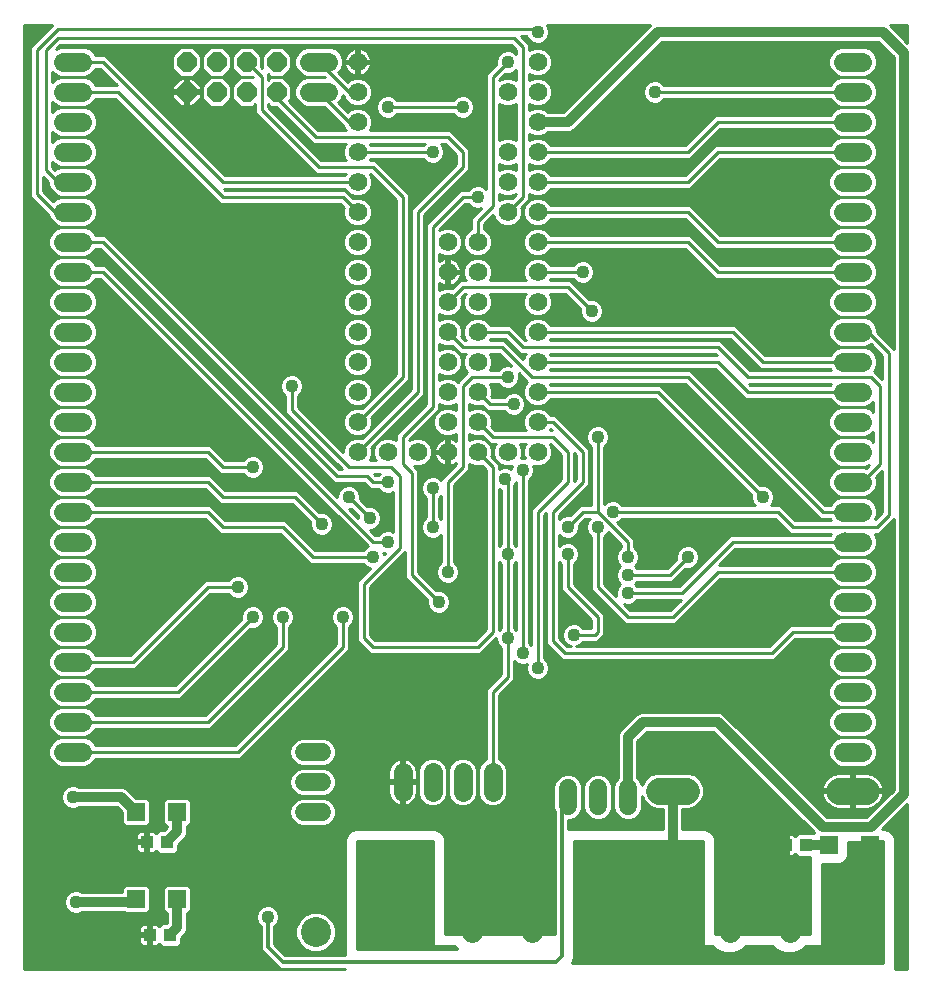
<source format=gbl>
G75*
%MOIN*%
%OFA0B0*%
%FSLAX24Y24*%
%IPPOS*%
%LPD*%
%AMOC8*
5,1,8,0,0,1.08239X$1,22.5*
%
%ADD10C,0.1000*%
%ADD11OC8,0.1000*%
%ADD12C,0.0885*%
%ADD13C,0.0600*%
%ADD14R,0.0591X0.0591*%
%ADD15R,0.0394X0.0433*%
%ADD16C,0.0640*%
%ADD17OC8,0.0640*%
%ADD18C,0.0620*%
%ADD19C,0.0710*%
%ADD20C,0.0320*%
%ADD21C,0.0120*%
%ADD22C,0.0436*%
%ADD23C,0.0100*%
%ADD24C,0.0560*%
D10*
X010050Y002400D03*
D11*
X010050Y004400D03*
D12*
X021508Y007100D02*
X022393Y007100D01*
X027508Y007100D02*
X028393Y007100D01*
D13*
X020450Y007200D02*
X020450Y006600D01*
X019450Y006600D02*
X019450Y007200D01*
X018450Y007200D02*
X018450Y006600D01*
X010250Y006400D02*
X009650Y006400D01*
X009650Y007400D02*
X010250Y007400D01*
X010250Y008400D02*
X009650Y008400D01*
D14*
X005439Y006400D03*
X004061Y006400D03*
X004061Y003500D03*
X005439Y003500D03*
X027161Y005300D03*
X028539Y005300D03*
D15*
X026385Y005300D03*
X025715Y005300D03*
X005185Y002300D03*
X004515Y002300D03*
X004415Y005400D03*
X005085Y005400D03*
D16*
X002270Y008400D02*
X001630Y008400D01*
X001630Y009400D02*
X002270Y009400D01*
X002270Y010400D02*
X001630Y010400D01*
X001630Y011400D02*
X002270Y011400D01*
X002270Y012400D02*
X001630Y012400D01*
X001630Y013400D02*
X002270Y013400D01*
X002270Y014400D02*
X001630Y014400D01*
X001630Y015400D02*
X002270Y015400D01*
X002270Y016400D02*
X001630Y016400D01*
X001630Y017400D02*
X002270Y017400D01*
X002270Y018400D02*
X001630Y018400D01*
X001630Y019400D02*
X002270Y019400D01*
X002270Y020400D02*
X001630Y020400D01*
X001630Y021400D02*
X002270Y021400D01*
X002270Y022400D02*
X001630Y022400D01*
X001630Y023400D02*
X002270Y023400D01*
X002270Y024400D02*
X001630Y024400D01*
X001630Y025400D02*
X002270Y025400D01*
X002270Y026400D02*
X001630Y026400D01*
X001630Y027400D02*
X002270Y027400D01*
X002270Y028400D02*
X001630Y028400D01*
X001630Y029400D02*
X002270Y029400D01*
X002270Y030400D02*
X001630Y030400D01*
X001630Y031400D02*
X002270Y031400D01*
X009830Y031400D02*
X010470Y031400D01*
X010470Y030400D02*
X009830Y030400D01*
X027630Y030400D02*
X028270Y030400D01*
X028270Y029400D02*
X027630Y029400D01*
X027630Y028400D02*
X028270Y028400D01*
X028270Y027400D02*
X027630Y027400D01*
X027630Y026400D02*
X028270Y026400D01*
X028270Y025400D02*
X027630Y025400D01*
X027630Y024400D02*
X028270Y024400D01*
X028270Y023400D02*
X027630Y023400D01*
X027630Y022400D02*
X028270Y022400D01*
X028270Y021400D02*
X027630Y021400D01*
X027630Y020400D02*
X028270Y020400D01*
X028270Y019400D02*
X027630Y019400D01*
X027630Y018400D02*
X028270Y018400D01*
X028270Y017400D02*
X027630Y017400D01*
X027630Y016400D02*
X028270Y016400D01*
X028270Y015400D02*
X027630Y015400D01*
X027630Y014400D02*
X028270Y014400D01*
X028270Y013400D02*
X027630Y013400D01*
X027630Y012400D02*
X028270Y012400D01*
X028270Y011400D02*
X027630Y011400D01*
X027630Y010400D02*
X028270Y010400D01*
X028270Y009400D02*
X027630Y009400D01*
X027630Y008400D02*
X028270Y008400D01*
X015950Y007720D02*
X015950Y007080D01*
X014950Y007080D02*
X014950Y007720D01*
X013950Y007720D02*
X013950Y007080D01*
X012950Y007080D02*
X012950Y007720D01*
X027630Y031400D02*
X028270Y031400D01*
D17*
X008750Y031400D03*
X008750Y030400D03*
X007750Y030400D03*
X006750Y030400D03*
X005750Y030400D03*
X005750Y031400D03*
X006750Y031400D03*
X007750Y031400D03*
D18*
X011450Y031400D03*
X011450Y030400D03*
X011450Y029400D03*
X011450Y028400D03*
X011450Y027400D03*
X011450Y026400D03*
X011450Y025400D03*
X011450Y024400D03*
X011450Y023400D03*
X011450Y022400D03*
X011450Y021400D03*
X011450Y020400D03*
X011450Y019400D03*
X011450Y018400D03*
X012450Y018400D03*
X013450Y018400D03*
X014450Y018400D03*
X014450Y019400D03*
X014450Y020400D03*
X014450Y021400D03*
X014450Y022400D03*
X014450Y023400D03*
X014450Y024400D03*
X014450Y025400D03*
X015450Y025400D03*
X015450Y024400D03*
X015450Y023400D03*
X015450Y022400D03*
X015450Y021400D03*
X015450Y020400D03*
X015450Y019400D03*
X015450Y018400D03*
X016450Y018400D03*
X017450Y018400D03*
X017450Y019400D03*
X017450Y020400D03*
X017450Y021400D03*
X017450Y022400D03*
X017450Y023400D03*
X017450Y024400D03*
X017450Y025400D03*
X017450Y026400D03*
X017450Y027400D03*
X017450Y028400D03*
X017450Y029400D03*
X017450Y030400D03*
X016450Y030400D03*
X017450Y031400D03*
X016450Y028400D03*
X016450Y027400D03*
X016450Y026400D03*
D19*
X017250Y003105D02*
X017250Y002395D01*
X019250Y002395D02*
X019250Y003105D01*
X021850Y003105D02*
X021850Y002395D01*
X023850Y002395D02*
X023850Y003105D01*
X025850Y003105D02*
X025850Y002395D01*
X027850Y002395D02*
X027850Y003105D01*
X015250Y003105D02*
X015250Y002395D01*
X013250Y002395D02*
X013250Y003105D01*
D20*
X020450Y006900D02*
X020450Y008900D01*
X020950Y009400D01*
X023450Y009400D01*
X026950Y005900D01*
X028550Y005900D01*
X029650Y007000D01*
X029650Y031700D01*
X028950Y032400D01*
X021450Y032400D01*
X018450Y029400D01*
X017450Y029400D01*
X021950Y007100D02*
X021950Y002850D01*
X021850Y002750D01*
X026385Y005300D02*
X027161Y005300D01*
X005439Y005754D02*
X005085Y005400D01*
X005439Y005754D02*
X005439Y006400D01*
X004061Y006400D02*
X003561Y006900D01*
X001950Y006900D01*
X002050Y003400D02*
X003961Y003400D01*
X004061Y003500D01*
X005185Y002300D02*
X005439Y002554D01*
X005439Y003500D01*
D21*
X008450Y002900D02*
X008450Y001900D01*
X008950Y001400D01*
X018050Y001400D01*
X018250Y001600D01*
X018250Y006700D01*
X018450Y006900D01*
X017810Y005900D02*
X017810Y002340D01*
X014390Y002340D01*
X014390Y005488D01*
X014323Y005649D01*
X014199Y005773D01*
X014038Y005840D01*
X011538Y005840D01*
X011362Y005840D01*
X011201Y005773D01*
X011077Y005649D01*
X011010Y005488D01*
X011010Y001840D01*
X010735Y001840D01*
X010796Y001902D01*
X010930Y002225D01*
X010930Y002575D01*
X010796Y002898D01*
X010548Y003146D01*
X010225Y003280D01*
X009875Y003280D01*
X009552Y003146D01*
X009304Y002898D01*
X009170Y002575D01*
X009170Y002225D01*
X009304Y001902D01*
X009365Y001840D01*
X009132Y001840D01*
X008950Y002022D01*
X008950Y002554D01*
X008957Y002561D01*
X009048Y002781D01*
X009048Y003019D01*
X008957Y003239D01*
X008950Y003246D01*
X008950Y005900D01*
X009188Y005900D01*
X009265Y005824D01*
X009515Y005720D01*
X010385Y005720D01*
X010635Y005824D01*
X010712Y005900D01*
X017810Y005900D01*
X017810Y005859D02*
X010670Y005859D01*
X010434Y005740D02*
X011168Y005740D01*
X011066Y005622D02*
X008950Y005622D01*
X008950Y005740D02*
X009466Y005740D01*
X009230Y005859D02*
X008950Y005859D01*
X008950Y005503D02*
X011016Y005503D01*
X011010Y005385D02*
X008950Y005385D01*
X008950Y005266D02*
X011010Y005266D01*
X011010Y005148D02*
X008950Y005148D01*
X008950Y005029D02*
X011010Y005029D01*
X011010Y004911D02*
X008950Y004911D01*
X008950Y004792D02*
X011010Y004792D01*
X011010Y004674D02*
X008950Y004674D01*
X008950Y004555D02*
X011010Y004555D01*
X011010Y004437D02*
X008950Y004437D01*
X008950Y004318D02*
X011010Y004318D01*
X011010Y004200D02*
X008950Y004200D01*
X008950Y004081D02*
X011010Y004081D01*
X011010Y003963D02*
X008950Y003963D01*
X008950Y003844D02*
X011010Y003844D01*
X011010Y003726D02*
X008950Y003726D01*
X008950Y003607D02*
X011010Y003607D01*
X011010Y003489D02*
X008950Y003489D01*
X008950Y003370D02*
X011010Y003370D01*
X011010Y003252D02*
X010294Y003252D01*
X010562Y003133D02*
X011010Y003133D01*
X011010Y003015D02*
X010680Y003015D01*
X010797Y002896D02*
X011010Y002896D01*
X011010Y002778D02*
X010846Y002778D01*
X010895Y002659D02*
X011010Y002659D01*
X011010Y002541D02*
X010930Y002541D01*
X010930Y002422D02*
X011010Y002422D01*
X011010Y002304D02*
X010930Y002304D01*
X010913Y002185D02*
X011010Y002185D01*
X011010Y002067D02*
X010864Y002067D01*
X010815Y001948D02*
X011010Y001948D01*
X011450Y001948D02*
X013950Y001948D01*
X013950Y001900D02*
X014706Y001900D01*
X014766Y001840D01*
X011450Y001840D01*
X011450Y005400D01*
X013950Y005400D01*
X013950Y001900D01*
X013950Y002067D02*
X011450Y002067D01*
X011450Y002185D02*
X013950Y002185D01*
X013950Y002304D02*
X011450Y002304D01*
X011450Y002422D02*
X013950Y002422D01*
X013950Y002541D02*
X011450Y002541D01*
X011450Y002659D02*
X013950Y002659D01*
X013950Y002778D02*
X011450Y002778D01*
X011450Y002896D02*
X013950Y002896D01*
X013950Y003015D02*
X011450Y003015D01*
X011450Y003133D02*
X013950Y003133D01*
X013950Y003252D02*
X011450Y003252D01*
X011450Y003370D02*
X013950Y003370D01*
X013950Y003489D02*
X011450Y003489D01*
X011450Y003607D02*
X013950Y003607D01*
X013950Y003726D02*
X011450Y003726D01*
X011450Y003844D02*
X013950Y003844D01*
X013950Y003963D02*
X011450Y003963D01*
X011450Y004081D02*
X013950Y004081D01*
X013950Y004200D02*
X011450Y004200D01*
X011450Y004318D02*
X013950Y004318D01*
X013950Y004437D02*
X011450Y004437D01*
X011450Y004555D02*
X013950Y004555D01*
X013950Y004674D02*
X011450Y004674D01*
X011450Y004792D02*
X013950Y004792D01*
X013950Y004911D02*
X011450Y004911D01*
X011450Y005029D02*
X013950Y005029D01*
X013950Y005148D02*
X011450Y005148D01*
X011450Y005266D02*
X013950Y005266D01*
X013950Y005385D02*
X011450Y005385D01*
X009806Y003252D02*
X008950Y003252D01*
X009001Y003133D02*
X009538Y003133D01*
X009420Y003015D02*
X009048Y003015D01*
X009048Y002896D02*
X009303Y002896D01*
X009254Y002778D02*
X009047Y002778D01*
X008998Y002659D02*
X009205Y002659D01*
X009170Y002541D02*
X008950Y002541D01*
X008950Y002422D02*
X009170Y002422D01*
X009170Y002304D02*
X008950Y002304D01*
X008950Y002185D02*
X009187Y002185D01*
X009236Y002067D02*
X008950Y002067D01*
X009024Y001948D02*
X009285Y001948D01*
X014390Y002422D02*
X017810Y002422D01*
X017810Y002541D02*
X014390Y002541D01*
X014390Y002659D02*
X017810Y002659D01*
X017810Y002778D02*
X014390Y002778D01*
X014390Y002896D02*
X017810Y002896D01*
X017810Y003015D02*
X014390Y003015D01*
X014390Y003133D02*
X017810Y003133D01*
X017810Y003252D02*
X014390Y003252D01*
X014390Y003370D02*
X017810Y003370D01*
X017810Y003489D02*
X014390Y003489D01*
X014390Y003607D02*
X017810Y003607D01*
X017810Y003726D02*
X014390Y003726D01*
X014390Y003844D02*
X017810Y003844D01*
X017810Y003963D02*
X014390Y003963D01*
X014390Y004081D02*
X017810Y004081D01*
X017810Y004200D02*
X014390Y004200D01*
X014390Y004318D02*
X017810Y004318D01*
X017810Y004437D02*
X014390Y004437D01*
X014390Y004555D02*
X017810Y004555D01*
X017810Y004674D02*
X014390Y004674D01*
X014390Y004792D02*
X017810Y004792D01*
X017810Y004911D02*
X014390Y004911D01*
X014390Y005029D02*
X017810Y005029D01*
X017810Y005148D02*
X014390Y005148D01*
X014390Y005266D02*
X017810Y005266D01*
X017810Y005385D02*
X014390Y005385D01*
X014384Y005503D02*
X017810Y005503D01*
X017810Y005622D02*
X014334Y005622D01*
X014232Y005740D02*
X017810Y005740D01*
X018690Y005400D02*
X022950Y005400D01*
X022950Y001900D01*
X023306Y001900D01*
X023434Y001772D01*
X023704Y001660D01*
X023996Y001660D01*
X024266Y001772D01*
X024394Y001900D01*
X025306Y001900D01*
X025434Y001772D01*
X025704Y001660D01*
X025996Y001660D01*
X026266Y001772D01*
X026394Y001900D01*
X026950Y001900D01*
X026950Y004625D01*
X027532Y004625D01*
X027672Y004683D01*
X027778Y004789D01*
X027836Y004929D01*
X027836Y005360D01*
X028657Y005360D01*
X028754Y005400D01*
X028950Y005400D01*
X028950Y001380D01*
X018635Y001380D01*
X018690Y001512D01*
X018690Y005400D01*
X018690Y005385D02*
X022950Y005385D01*
X022950Y005266D02*
X018690Y005266D01*
X018690Y005148D02*
X022950Y005148D01*
X022950Y005029D02*
X018690Y005029D01*
X018690Y004911D02*
X022950Y004911D01*
X022950Y004792D02*
X018690Y004792D01*
X018690Y004674D02*
X022950Y004674D01*
X022950Y004555D02*
X018690Y004555D01*
X018690Y004437D02*
X022950Y004437D01*
X022950Y004318D02*
X018690Y004318D01*
X018690Y004200D02*
X022950Y004200D01*
X022950Y004081D02*
X018690Y004081D01*
X018690Y003963D02*
X022950Y003963D01*
X022950Y003844D02*
X018690Y003844D01*
X018690Y003726D02*
X022950Y003726D01*
X022950Y003607D02*
X018690Y003607D01*
X018690Y003489D02*
X022950Y003489D01*
X022950Y003370D02*
X018690Y003370D01*
X018690Y003252D02*
X022950Y003252D01*
X022950Y003133D02*
X018690Y003133D01*
X018690Y003015D02*
X022950Y003015D01*
X022950Y002896D02*
X018690Y002896D01*
X018690Y002778D02*
X022950Y002778D01*
X022950Y002659D02*
X018690Y002659D01*
X018690Y002541D02*
X022950Y002541D01*
X022950Y002422D02*
X018690Y002422D01*
X018690Y002304D02*
X022950Y002304D01*
X022950Y002185D02*
X018690Y002185D01*
X018690Y002067D02*
X022950Y002067D01*
X022950Y001948D02*
X018690Y001948D01*
X018690Y001830D02*
X023376Y001830D01*
X023581Y001711D02*
X018690Y001711D01*
X018690Y001593D02*
X028950Y001593D01*
X028950Y001711D02*
X026119Y001711D01*
X026324Y001830D02*
X028950Y001830D01*
X028950Y001948D02*
X026950Y001948D01*
X026950Y002067D02*
X028950Y002067D01*
X028950Y002185D02*
X026950Y002185D01*
X026950Y002304D02*
X028950Y002304D01*
X028950Y002422D02*
X026950Y002422D01*
X026950Y002541D02*
X028950Y002541D01*
X028950Y002659D02*
X026950Y002659D01*
X026950Y002778D02*
X028950Y002778D01*
X028950Y002896D02*
X026950Y002896D01*
X026950Y003015D02*
X028950Y003015D01*
X028950Y003133D02*
X026950Y003133D01*
X026950Y003252D02*
X028950Y003252D01*
X028950Y003370D02*
X026950Y003370D01*
X026950Y003489D02*
X028950Y003489D01*
X028950Y003607D02*
X026950Y003607D01*
X026950Y003726D02*
X028950Y003726D01*
X028950Y003844D02*
X026950Y003844D01*
X026950Y003963D02*
X028950Y003963D01*
X028950Y004081D02*
X026950Y004081D01*
X026950Y004200D02*
X028950Y004200D01*
X028950Y004318D02*
X026950Y004318D01*
X026950Y004437D02*
X028950Y004437D01*
X028950Y004555D02*
X026950Y004555D01*
X026510Y004555D02*
X023390Y004555D01*
X023390Y004437D02*
X026510Y004437D01*
X026510Y004318D02*
X023390Y004318D01*
X023390Y004200D02*
X026510Y004200D01*
X026510Y004081D02*
X023390Y004081D01*
X023390Y003963D02*
X026510Y003963D01*
X026510Y003844D02*
X023390Y003844D01*
X023390Y003726D02*
X026510Y003726D01*
X026510Y003607D02*
X023390Y003607D01*
X023390Y003489D02*
X026510Y003489D01*
X026510Y003370D02*
X023390Y003370D01*
X023390Y003252D02*
X026510Y003252D01*
X026510Y003133D02*
X023390Y003133D01*
X023390Y003015D02*
X026510Y003015D01*
X026510Y002896D02*
X023390Y002896D01*
X023390Y002778D02*
X026510Y002778D01*
X026510Y002659D02*
X023390Y002659D01*
X023390Y002541D02*
X026510Y002541D01*
X026510Y002422D02*
X023390Y002422D01*
X023390Y002340D02*
X023390Y005488D01*
X023323Y005649D01*
X023199Y005773D01*
X023038Y005840D01*
X022490Y005840D01*
X022490Y005900D01*
X026186Y005900D01*
X026190Y005897D01*
X026112Y005897D01*
X025973Y005839D01*
X025866Y005732D01*
X025808Y005592D01*
X025808Y005008D01*
X025866Y004868D01*
X025973Y004761D01*
X026112Y004703D01*
X026510Y004703D01*
X026510Y002340D01*
X023390Y002340D01*
X024119Y001711D02*
X025581Y001711D01*
X025376Y001830D02*
X024324Y001830D01*
X023390Y004674D02*
X026510Y004674D01*
X025942Y004792D02*
X023390Y004792D01*
X023390Y004911D02*
X025848Y004911D01*
X025808Y005029D02*
X023390Y005029D01*
X023390Y005148D02*
X025808Y005148D01*
X025808Y005266D02*
X023390Y005266D01*
X023390Y005385D02*
X025808Y005385D01*
X025808Y005503D02*
X023384Y005503D01*
X023334Y005622D02*
X025820Y005622D01*
X025874Y005740D02*
X023232Y005740D01*
X022490Y005859D02*
X026020Y005859D01*
X027650Y004674D02*
X028950Y004674D01*
X028950Y004792D02*
X027779Y004792D01*
X027829Y004911D02*
X028950Y004911D01*
X028950Y005029D02*
X027836Y005029D01*
X027836Y005148D02*
X028950Y005148D01*
X028950Y005266D02*
X027836Y005266D01*
X028717Y005385D02*
X028950Y005385D01*
X028950Y001474D02*
X018674Y001474D01*
D22*
X023850Y006800D03*
X024650Y006800D03*
X019650Y008000D03*
X018650Y011000D03*
X017450Y011200D03*
X016950Y011700D03*
X016450Y012200D03*
X018650Y012300D03*
X020450Y013700D03*
X020450Y014300D03*
X020450Y014900D03*
X019450Y015900D03*
X019950Y016400D03*
X018450Y015900D03*
X018450Y015000D03*
X016450Y015000D03*
X014450Y014400D03*
X013950Y015100D03*
X013950Y015900D03*
X013950Y017200D03*
X012450Y017400D03*
X011850Y016200D03*
X011150Y016900D03*
X010250Y016000D03*
X011950Y014900D03*
X012450Y015400D03*
X014150Y013400D03*
X012450Y011300D03*
X011450Y011800D03*
X010950Y012900D03*
X009950Y012400D03*
X008950Y012900D03*
X007950Y012900D03*
X007450Y013900D03*
X007950Y017900D03*
X007650Y018700D03*
X009250Y020600D03*
X010650Y022300D03*
X007450Y024400D03*
X003950Y021900D03*
X003850Y028800D03*
X010250Y029500D03*
X012450Y029900D03*
X012950Y029400D03*
X013950Y029400D03*
X013950Y028400D03*
X013050Y027700D03*
X014950Y029900D03*
X016450Y031400D03*
X017450Y032400D03*
X021350Y030400D03*
X024950Y029900D03*
X021450Y023900D03*
X019250Y023100D03*
X018950Y024400D03*
X016450Y024900D03*
X015450Y026900D03*
X012650Y031100D03*
X016450Y020900D03*
X016650Y020000D03*
X016950Y017800D03*
X016350Y017500D03*
X019450Y018900D03*
X022450Y014900D03*
X024950Y016900D03*
X012250Y013200D03*
X011450Y008400D03*
X011950Y004900D03*
X011950Y002500D03*
X008450Y002900D03*
X002050Y003400D03*
X001950Y006900D03*
D23*
X000320Y001170D02*
X000320Y032630D01*
X001269Y032630D01*
X001230Y032591D01*
X000530Y031891D01*
X000530Y026909D01*
X000659Y026780D01*
X001143Y026296D01*
X001215Y026122D01*
X001352Y025985D01*
X001533Y025910D01*
X002367Y025910D01*
X002548Y025985D01*
X002685Y026122D01*
X002760Y026303D01*
X002760Y026497D01*
X002685Y026678D01*
X002548Y026815D01*
X002367Y026890D01*
X001533Y026890D01*
X001352Y026815D01*
X001299Y026762D01*
X000970Y027091D01*
X000970Y027569D01*
X001140Y027399D01*
X001140Y027303D01*
X001215Y027122D01*
X001352Y026985D01*
X001533Y026910D01*
X002367Y026910D01*
X002548Y026985D01*
X002685Y027122D01*
X002760Y027303D01*
X002760Y027497D01*
X002685Y027678D01*
X002548Y027815D01*
X002367Y027890D01*
X001533Y027890D01*
X001352Y027815D01*
X001349Y027812D01*
X001270Y027891D01*
X001270Y028067D01*
X001352Y027985D01*
X001533Y027910D01*
X002367Y027910D01*
X002548Y027985D01*
X002685Y028122D01*
X002760Y028303D01*
X002760Y028497D01*
X002685Y028678D01*
X002548Y028815D01*
X002367Y028890D01*
X001533Y028890D01*
X001352Y028815D01*
X001270Y028733D01*
X001270Y029067D01*
X001352Y028985D01*
X001533Y028910D01*
X002367Y028910D01*
X002548Y028985D01*
X002685Y029122D01*
X002760Y029303D01*
X002760Y029497D01*
X002685Y029678D01*
X002548Y029815D01*
X002367Y029890D01*
X001533Y029890D01*
X001352Y029815D01*
X001270Y029733D01*
X001270Y030067D01*
X001352Y029985D01*
X001533Y029910D01*
X002367Y029910D01*
X002548Y029985D01*
X002685Y030122D01*
X002709Y030180D01*
X003359Y030180D01*
X006730Y026809D01*
X006859Y026680D01*
X010859Y026680D01*
X010991Y026547D01*
X010970Y026495D01*
X010970Y026305D01*
X011043Y026128D01*
X011178Y025993D01*
X011355Y025920D01*
X011545Y025920D01*
X011722Y025993D01*
X011857Y026128D01*
X011930Y026305D01*
X011930Y026495D01*
X011857Y026672D01*
X011722Y026807D01*
X011545Y026880D01*
X011355Y026880D01*
X011303Y026859D01*
X011041Y027120D01*
X007041Y027120D01*
X006981Y027180D01*
X011022Y027180D01*
X011043Y027128D01*
X011178Y026993D01*
X011355Y026920D01*
X011545Y026920D01*
X011722Y026993D01*
X011857Y027128D01*
X011930Y027305D01*
X011930Y027495D01*
X011857Y027672D01*
X011849Y027680D01*
X011859Y027680D01*
X012730Y026809D01*
X012730Y020991D01*
X011597Y019859D01*
X011545Y019880D01*
X011355Y019880D01*
X011178Y019807D01*
X011043Y019672D01*
X010970Y019495D01*
X010970Y019305D01*
X011043Y019128D01*
X011178Y018993D01*
X011355Y018920D01*
X011545Y018920D01*
X011722Y018993D01*
X011857Y019128D01*
X011930Y019305D01*
X011930Y019495D01*
X011909Y019547D01*
X013041Y020680D01*
X013170Y020809D01*
X013170Y026991D01*
X012170Y027991D01*
X012041Y028120D01*
X011849Y028120D01*
X011857Y028128D01*
X011878Y028180D01*
X013621Y028180D01*
X013730Y028071D01*
X013873Y028012D01*
X014027Y028012D01*
X014170Y028071D01*
X014279Y028180D01*
X014338Y028323D01*
X014338Y028477D01*
X014279Y028620D01*
X014219Y028680D01*
X014359Y028680D01*
X014730Y028309D01*
X014730Y027991D01*
X013230Y026491D01*
X013230Y020491D01*
X011597Y018859D01*
X011545Y018880D01*
X011355Y018880D01*
X011178Y018807D01*
X011043Y018672D01*
X010970Y018495D01*
X010970Y018391D01*
X009470Y019891D01*
X009470Y020271D01*
X009579Y020380D01*
X009638Y020523D01*
X009638Y020677D01*
X009579Y020820D01*
X009470Y020929D01*
X009327Y020988D01*
X009173Y020988D01*
X009030Y020929D01*
X008921Y020820D01*
X008862Y020677D01*
X008862Y020523D01*
X008921Y020380D01*
X009030Y020271D01*
X009030Y019709D01*
X009159Y019580D01*
X010919Y017820D01*
X010841Y017820D01*
X003041Y025620D01*
X002709Y025620D01*
X002685Y025678D01*
X002548Y025815D01*
X002367Y025890D01*
X001533Y025890D01*
X001352Y025815D01*
X001215Y025678D01*
X001140Y025497D01*
X001140Y025303D01*
X001215Y025122D01*
X001352Y024985D01*
X001533Y024910D01*
X002367Y024910D01*
X002548Y024985D01*
X002685Y025122D01*
X002709Y025180D01*
X002859Y025180D01*
X010530Y017509D01*
X010530Y017509D01*
X010659Y017380D01*
X011659Y017380D01*
X011859Y017180D01*
X012121Y017180D01*
X012230Y017071D01*
X012373Y017012D01*
X012527Y017012D01*
X012630Y017054D01*
X012630Y015746D01*
X012527Y015788D01*
X012373Y015788D01*
X012230Y015729D01*
X012121Y015620D01*
X012041Y015620D01*
X011849Y015812D01*
X011927Y015812D01*
X012070Y015871D01*
X012179Y015980D01*
X012238Y016123D01*
X012238Y016277D01*
X012179Y016420D01*
X012070Y016529D01*
X011927Y016588D01*
X011773Y016588D01*
X011538Y016823D01*
X011538Y016977D01*
X011479Y017120D01*
X011370Y017229D01*
X011227Y017288D01*
X011073Y017288D01*
X010930Y017229D01*
X010821Y017120D01*
X010762Y016977D01*
X010762Y016899D01*
X003170Y024491D01*
X003041Y024620D01*
X002709Y024620D01*
X002685Y024678D01*
X002548Y024815D01*
X002367Y024890D01*
X001533Y024890D01*
X001352Y024815D01*
X001215Y024678D01*
X001140Y024497D01*
X001140Y024303D01*
X001215Y024122D01*
X001352Y023985D01*
X001533Y023910D01*
X002367Y023910D01*
X002548Y023985D01*
X002685Y024122D01*
X002709Y024180D01*
X002859Y024180D01*
X011787Y015252D01*
X011730Y015229D01*
X011621Y015120D01*
X010041Y015120D01*
X009041Y016120D01*
X007041Y016120D01*
X006541Y016620D01*
X002709Y016620D01*
X002685Y016678D01*
X002548Y016815D01*
X002367Y016890D01*
X001533Y016890D01*
X001352Y016815D01*
X001215Y016678D01*
X001140Y016497D01*
X001140Y016303D01*
X001215Y016122D01*
X001352Y015985D01*
X001533Y015910D01*
X002367Y015910D01*
X002548Y015985D01*
X002685Y016122D01*
X002709Y016180D01*
X006359Y016180D01*
X006730Y015809D01*
X006859Y015680D01*
X008859Y015680D01*
X009730Y014809D01*
X009859Y014680D01*
X011621Y014680D01*
X011730Y014571D01*
X011857Y014518D01*
X011559Y014220D01*
X011430Y014091D01*
X011430Y012109D01*
X011730Y011809D01*
X011859Y011680D01*
X015541Y011680D01*
X016041Y012180D01*
X016062Y012201D01*
X016062Y012123D01*
X016121Y011980D01*
X016230Y011871D01*
X016230Y010991D01*
X015730Y010491D01*
X015730Y008159D01*
X015672Y008135D01*
X015535Y007998D01*
X015460Y007817D01*
X015460Y006983D01*
X015535Y006802D01*
X015672Y006665D01*
X015853Y006590D01*
X016047Y006590D01*
X016228Y006665D01*
X016365Y006802D01*
X016440Y006983D01*
X016440Y007817D01*
X016365Y007998D01*
X016228Y008135D01*
X016170Y008159D01*
X016170Y010309D01*
X016541Y010680D01*
X016670Y010809D01*
X016670Y011431D01*
X016730Y011371D01*
X016873Y011312D01*
X017027Y011312D01*
X017086Y011336D01*
X017062Y011277D01*
X017062Y011123D01*
X017121Y010980D01*
X017230Y010871D01*
X017373Y010812D01*
X017527Y010812D01*
X017670Y010871D01*
X017779Y010980D01*
X017838Y011123D01*
X017838Y011277D01*
X017779Y011420D01*
X017670Y011529D01*
X017670Y016309D01*
X017730Y016369D01*
X017730Y012009D01*
X018130Y011609D01*
X018259Y011480D01*
X025341Y011480D01*
X026041Y012180D01*
X027191Y012180D01*
X027215Y012122D01*
X027352Y011985D01*
X027533Y011910D01*
X028367Y011910D01*
X028548Y011985D01*
X028685Y012122D01*
X028760Y012303D01*
X028760Y012497D01*
X028685Y012678D01*
X028548Y012815D01*
X028367Y012890D01*
X027533Y012890D01*
X027352Y012815D01*
X027215Y012678D01*
X027191Y012620D01*
X025859Y012620D01*
X025159Y011920D01*
X018747Y011920D01*
X018870Y011971D01*
X018979Y012080D01*
X019441Y012080D01*
X019541Y012180D01*
X019670Y012309D01*
X019670Y012991D01*
X018670Y013991D01*
X018670Y014671D01*
X018779Y014780D01*
X018838Y014923D01*
X018838Y015077D01*
X018779Y015220D01*
X018670Y015329D01*
X018527Y015388D01*
X018373Y015388D01*
X018230Y015329D01*
X018170Y015269D01*
X018170Y015631D01*
X018230Y015571D01*
X018373Y015512D01*
X018527Y015512D01*
X018670Y015571D01*
X018779Y015680D01*
X018838Y015823D01*
X018838Y015977D01*
X019041Y016180D01*
X019181Y016180D01*
X019121Y016120D01*
X019062Y015977D01*
X019062Y015823D01*
X019121Y015680D01*
X019230Y015571D01*
X019230Y013809D01*
X020230Y012809D01*
X020359Y012680D01*
X022041Y012680D01*
X022170Y012809D01*
X023541Y014180D01*
X027191Y014180D01*
X027215Y014122D01*
X027352Y013985D01*
X027533Y013910D01*
X028367Y013910D01*
X028548Y013985D01*
X028685Y014122D01*
X028760Y014303D01*
X028760Y014497D01*
X028685Y014678D01*
X028548Y014815D01*
X028367Y014890D01*
X027533Y014890D01*
X027352Y014815D01*
X027215Y014678D01*
X027191Y014620D01*
X023481Y014620D01*
X024041Y015180D01*
X027191Y015180D01*
X027215Y015122D01*
X027352Y014985D01*
X027533Y014910D01*
X028367Y014910D01*
X028548Y014985D01*
X028685Y015122D01*
X028760Y015303D01*
X028760Y015497D01*
X028685Y015678D01*
X028683Y015680D01*
X028841Y015680D01*
X028970Y015809D01*
X029320Y016159D01*
X029320Y007137D01*
X028413Y006230D01*
X027087Y006230D01*
X023637Y009680D01*
X023516Y009730D01*
X020884Y009730D01*
X020763Y009680D01*
X020670Y009587D01*
X020170Y009087D01*
X020120Y008966D01*
X020120Y007535D01*
X020052Y007466D01*
X019980Y007293D01*
X019980Y006507D01*
X020052Y006334D01*
X020184Y006202D01*
X020357Y006130D01*
X020543Y006130D01*
X020716Y006202D01*
X020848Y006334D01*
X020920Y006507D01*
X020920Y006918D01*
X020988Y006753D01*
X021161Y006581D01*
X021386Y006488D01*
X021620Y006488D01*
X021620Y005830D01*
X018480Y005830D01*
X018480Y006130D01*
X018543Y006130D01*
X018716Y006202D01*
X018848Y006334D01*
X018920Y006507D01*
X018920Y007293D01*
X018848Y007466D01*
X018716Y007598D01*
X018543Y007670D01*
X018357Y007670D01*
X018184Y007598D01*
X018052Y007466D01*
X017980Y007293D01*
X017980Y006507D01*
X018020Y006410D01*
X018020Y002330D01*
X017751Y002330D01*
X017755Y002355D01*
X017755Y002700D01*
X017300Y002700D01*
X018020Y002700D01*
X018020Y002800D02*
X017755Y002800D01*
X017755Y003145D01*
X017743Y003223D01*
X017718Y003299D01*
X017682Y003370D01*
X017635Y003434D01*
X017579Y003490D01*
X017515Y003537D01*
X017444Y003573D01*
X017368Y003598D01*
X017300Y003608D01*
X017300Y002800D01*
X017200Y002800D01*
X017200Y003608D01*
X017132Y003598D01*
X017056Y003573D01*
X016985Y003537D01*
X016921Y003490D01*
X016865Y003434D01*
X016818Y003370D01*
X016782Y003299D01*
X016757Y003223D01*
X016745Y003145D01*
X016745Y002800D01*
X015755Y002800D01*
X015755Y003145D01*
X015743Y003223D01*
X015718Y003299D01*
X015682Y003370D01*
X015635Y003434D01*
X015579Y003490D01*
X015515Y003537D01*
X015444Y003573D01*
X015368Y003598D01*
X015300Y003608D01*
X015300Y002800D01*
X015200Y002800D01*
X015200Y003608D01*
X015132Y003598D01*
X015056Y003573D01*
X014985Y003537D01*
X014921Y003490D01*
X014865Y003434D01*
X014818Y003370D01*
X014782Y003299D01*
X014757Y003223D01*
X014745Y003145D01*
X014745Y002800D01*
X014380Y002800D01*
X014380Y002900D02*
X014745Y002900D01*
X014745Y003000D02*
X014380Y003000D01*
X014380Y003100D02*
X014745Y003100D01*
X014750Y003176D02*
X014750Y006632D01*
X014672Y006665D02*
X014853Y006590D01*
X015047Y006590D01*
X015228Y006665D01*
X015365Y006802D01*
X015440Y006983D01*
X015440Y007817D01*
X015365Y007998D01*
X015228Y008135D01*
X015047Y008210D01*
X014853Y008210D01*
X014672Y008135D01*
X014535Y007998D01*
X014460Y007817D01*
X014460Y006983D01*
X014535Y006802D01*
X014672Y006665D01*
X014650Y006687D02*
X014650Y002330D01*
X014745Y002355D02*
X014749Y002330D01*
X014380Y002330D01*
X014380Y005486D01*
X014315Y005644D01*
X014194Y005765D01*
X014036Y005830D01*
X011364Y005830D01*
X011206Y005765D01*
X011085Y005644D01*
X011020Y005486D01*
X011020Y001630D01*
X009045Y001630D01*
X008680Y001995D01*
X008680Y002581D01*
X008779Y002680D01*
X008838Y002823D01*
X008838Y002977D01*
X008779Y003120D01*
X008670Y003229D01*
X008527Y003288D01*
X008373Y003288D01*
X008230Y003229D01*
X008121Y003120D01*
X008062Y002977D01*
X008062Y002823D01*
X008121Y002680D01*
X008220Y002581D01*
X008220Y001805D01*
X008355Y001670D01*
X008720Y001305D01*
X008855Y001170D01*
X011020Y001170D01*
X011020Y001170D01*
X000320Y001170D01*
X000350Y001170D02*
X000350Y032630D01*
X000320Y032600D02*
X001239Y032600D01*
X001250Y032611D02*
X001250Y032630D01*
X001150Y032630D02*
X001150Y032511D01*
X001139Y032500D02*
X000320Y032500D01*
X000320Y032400D02*
X001039Y032400D01*
X001050Y032411D02*
X001050Y032630D01*
X000950Y032630D02*
X000950Y032311D01*
X000939Y032300D02*
X000320Y032300D01*
X000320Y032200D02*
X000839Y032200D01*
X000850Y032211D02*
X000850Y032630D01*
X000750Y032630D02*
X000750Y032111D01*
X000739Y032100D02*
X000320Y032100D01*
X000320Y032000D02*
X000639Y032000D01*
X000650Y032011D02*
X000650Y032630D01*
X000550Y032630D02*
X000550Y031911D01*
X000539Y031900D02*
X000320Y031900D01*
X000320Y031800D02*
X000530Y031800D01*
X000530Y031700D02*
X000320Y031700D01*
X000320Y031600D02*
X000530Y031600D01*
X000530Y031500D02*
X000320Y031500D01*
X000320Y031400D02*
X000530Y031400D01*
X000530Y031300D02*
X000320Y031300D01*
X000320Y031200D02*
X000530Y031200D01*
X000530Y031100D02*
X000320Y031100D01*
X000320Y031000D02*
X000530Y031000D01*
X000530Y030900D02*
X000320Y030900D01*
X000320Y030800D02*
X000530Y030800D01*
X000530Y030700D02*
X000320Y030700D01*
X000320Y030600D02*
X000530Y030600D01*
X000530Y030500D02*
X000320Y030500D01*
X000320Y030400D02*
X000530Y030400D01*
X000530Y030300D02*
X000320Y030300D01*
X000320Y030200D02*
X000530Y030200D01*
X000530Y030100D02*
X000320Y030100D01*
X000320Y030000D02*
X000530Y030000D01*
X000530Y029900D02*
X000320Y029900D01*
X000320Y029800D02*
X000530Y029800D01*
X000530Y029700D02*
X000320Y029700D01*
X000320Y029600D02*
X000530Y029600D01*
X000530Y029500D02*
X000320Y029500D01*
X000320Y029400D02*
X000530Y029400D01*
X000530Y029300D02*
X000320Y029300D01*
X000320Y029200D02*
X000530Y029200D01*
X000530Y029100D02*
X000320Y029100D01*
X000320Y029000D02*
X000530Y029000D01*
X000530Y028900D02*
X000320Y028900D01*
X000320Y028800D02*
X000530Y028800D01*
X000530Y028700D02*
X000320Y028700D01*
X000320Y028600D02*
X000530Y028600D01*
X000530Y028500D02*
X000320Y028500D01*
X000320Y028400D02*
X000530Y028400D01*
X000530Y028300D02*
X000320Y028300D01*
X000320Y028200D02*
X000530Y028200D01*
X000530Y028100D02*
X000320Y028100D01*
X000320Y028000D02*
X000530Y028000D01*
X000530Y027900D02*
X000320Y027900D01*
X000320Y027800D02*
X000530Y027800D01*
X000530Y027700D02*
X000320Y027700D01*
X000320Y027600D02*
X000530Y027600D01*
X000530Y027500D02*
X000320Y027500D01*
X000320Y027400D02*
X000530Y027400D01*
X000530Y027300D02*
X000320Y027300D01*
X000320Y027200D02*
X000530Y027200D01*
X000530Y027100D02*
X000320Y027100D01*
X000320Y027000D02*
X000530Y027000D01*
X000539Y026900D02*
X000320Y026900D01*
X000320Y026800D02*
X000639Y026800D01*
X000650Y026789D02*
X000650Y001170D01*
X000750Y001170D02*
X000750Y026689D01*
X000739Y026700D02*
X000320Y026700D01*
X000320Y026600D02*
X000839Y026600D01*
X000850Y026589D02*
X000850Y001170D01*
X000950Y001170D02*
X000950Y026489D01*
X000939Y026500D02*
X000320Y026500D01*
X000320Y026400D02*
X001039Y026400D01*
X001050Y026389D02*
X001050Y001170D01*
X001150Y001170D02*
X001150Y008278D01*
X001141Y008300D02*
X000320Y008300D01*
X000320Y008400D02*
X001140Y008400D01*
X001140Y008497D02*
X001140Y008303D01*
X001215Y008122D01*
X001352Y007985D01*
X001533Y007910D01*
X002367Y007910D01*
X002548Y007985D01*
X002685Y008122D01*
X002709Y008180D01*
X007541Y008180D01*
X007670Y008309D01*
X011170Y011809D01*
X011170Y012571D01*
X011279Y012680D01*
X011338Y012823D01*
X011338Y012977D01*
X011279Y013120D01*
X011170Y013229D01*
X011027Y013288D01*
X010873Y013288D01*
X010730Y013229D01*
X010621Y013120D01*
X010562Y012977D01*
X010562Y012823D01*
X010621Y012680D01*
X010730Y012571D01*
X010730Y011991D01*
X007359Y008620D01*
X002709Y008620D01*
X002685Y008678D01*
X002548Y008815D01*
X002367Y008890D01*
X001533Y008890D01*
X001352Y008815D01*
X001215Y008678D01*
X001140Y008497D01*
X001141Y008500D02*
X000320Y008500D01*
X000320Y008600D02*
X001182Y008600D01*
X001150Y008522D02*
X001150Y009278D01*
X001141Y009300D02*
X000320Y009300D01*
X000320Y009400D02*
X001140Y009400D01*
X001140Y009497D02*
X001140Y009303D01*
X001215Y009122D01*
X001352Y008985D01*
X001533Y008910D01*
X002367Y008910D01*
X002548Y008985D01*
X002685Y009122D01*
X002709Y009180D01*
X006541Y009180D01*
X006670Y009309D01*
X009170Y011809D01*
X009170Y012571D01*
X009279Y012680D01*
X009338Y012823D01*
X009338Y012977D01*
X009279Y013120D01*
X009170Y013229D01*
X009027Y013288D01*
X008873Y013288D01*
X008730Y013229D01*
X008621Y013120D01*
X008562Y012977D01*
X008562Y012823D01*
X008621Y012680D01*
X008730Y012571D01*
X008730Y011991D01*
X006359Y009620D01*
X002709Y009620D01*
X002685Y009678D01*
X002548Y009815D01*
X002367Y009890D01*
X001533Y009890D01*
X001352Y009815D01*
X001215Y009678D01*
X001140Y009497D01*
X001141Y009500D02*
X000320Y009500D01*
X000320Y009600D02*
X001182Y009600D01*
X001150Y009522D02*
X001150Y010278D01*
X001141Y010300D02*
X000320Y010300D01*
X000320Y010400D02*
X001140Y010400D01*
X001140Y010497D02*
X001140Y010303D01*
X001215Y010122D01*
X001352Y009985D01*
X001533Y009910D01*
X002367Y009910D01*
X002548Y009985D01*
X002685Y010122D01*
X002709Y010180D01*
X005541Y010180D01*
X005670Y010309D01*
X007873Y012512D01*
X008027Y012512D01*
X008170Y012571D01*
X008279Y012680D01*
X008338Y012823D01*
X008338Y012977D01*
X008279Y013120D01*
X008170Y013229D01*
X008027Y013288D01*
X007873Y013288D01*
X007730Y013229D01*
X007621Y013120D01*
X007562Y012977D01*
X007562Y012823D01*
X005359Y010620D01*
X002709Y010620D01*
X002685Y010678D01*
X002548Y010815D01*
X002367Y010890D01*
X001533Y010890D01*
X001352Y010815D01*
X001215Y010678D01*
X001140Y010497D01*
X001141Y010500D02*
X000320Y010500D01*
X000320Y010600D02*
X001182Y010600D01*
X001150Y010522D02*
X001150Y011278D01*
X001141Y011300D02*
X000320Y011300D01*
X000320Y011400D02*
X001140Y011400D01*
X001140Y011497D02*
X001140Y011303D01*
X001215Y011122D01*
X001352Y010985D01*
X001533Y010910D01*
X002367Y010910D01*
X002548Y010985D01*
X002685Y011122D01*
X002709Y011180D01*
X004041Y011180D01*
X006541Y013680D01*
X007121Y013680D01*
X007230Y013571D01*
X007373Y013512D01*
X007527Y013512D01*
X007670Y013571D01*
X007779Y013680D01*
X007838Y013823D01*
X007838Y013977D01*
X007779Y014120D01*
X007670Y014229D01*
X007527Y014288D01*
X007373Y014288D01*
X007230Y014229D01*
X007121Y014120D01*
X006359Y014120D01*
X003859Y011620D01*
X002709Y011620D01*
X002685Y011678D01*
X002548Y011815D01*
X002367Y011890D01*
X001533Y011890D01*
X001352Y011815D01*
X001215Y011678D01*
X001140Y011497D01*
X001141Y011500D02*
X000320Y011500D01*
X000320Y011600D02*
X001182Y011600D01*
X001150Y011522D02*
X001150Y012278D01*
X001141Y012300D02*
X000320Y012300D01*
X000320Y012400D02*
X001140Y012400D01*
X001140Y012497D02*
X001140Y012303D01*
X001215Y012122D01*
X001352Y011985D01*
X001533Y011910D01*
X002367Y011910D01*
X002548Y011985D01*
X002685Y012122D01*
X002760Y012303D01*
X002760Y012497D01*
X002685Y012678D01*
X002548Y012815D01*
X002367Y012890D01*
X001533Y012890D01*
X001352Y012815D01*
X001215Y012678D01*
X001140Y012497D01*
X001141Y012500D02*
X000320Y012500D01*
X000320Y012600D02*
X001182Y012600D01*
X001150Y012522D02*
X001150Y013278D01*
X001141Y013300D02*
X000320Y013300D01*
X000320Y013400D02*
X001140Y013400D01*
X001140Y013497D02*
X001140Y013303D01*
X001215Y013122D01*
X001352Y012985D01*
X001533Y012910D01*
X002367Y012910D01*
X002548Y012985D01*
X002685Y013122D01*
X002760Y013303D01*
X002760Y013497D01*
X002685Y013678D01*
X002548Y013815D01*
X002367Y013890D01*
X001533Y013890D01*
X001352Y013815D01*
X001215Y013678D01*
X001140Y013497D01*
X001141Y013500D02*
X000320Y013500D01*
X000320Y013600D02*
X001182Y013600D01*
X001150Y013522D02*
X001150Y014278D01*
X001141Y014300D02*
X000320Y014300D01*
X000320Y014400D02*
X001140Y014400D01*
X001140Y014497D02*
X001140Y014303D01*
X001215Y014122D01*
X001352Y013985D01*
X001533Y013910D01*
X002367Y013910D01*
X002548Y013985D01*
X002685Y014122D01*
X002760Y014303D01*
X002760Y014497D01*
X002685Y014678D01*
X002548Y014815D01*
X002367Y014890D01*
X001533Y014890D01*
X001352Y014815D01*
X001215Y014678D01*
X001140Y014497D01*
X001141Y014500D02*
X000320Y014500D01*
X000320Y014600D02*
X001182Y014600D01*
X001150Y014522D02*
X001150Y015278D01*
X001141Y015300D02*
X000320Y015300D01*
X000320Y015400D02*
X001140Y015400D01*
X001140Y015497D02*
X001140Y015303D01*
X001215Y015122D01*
X001352Y014985D01*
X001533Y014910D01*
X002367Y014910D01*
X002548Y014985D01*
X002685Y015122D01*
X002760Y015303D01*
X002760Y015497D01*
X002685Y015678D01*
X002548Y015815D01*
X002367Y015890D01*
X001533Y015890D01*
X001352Y015815D01*
X001215Y015678D01*
X001140Y015497D01*
X001141Y015500D02*
X000320Y015500D01*
X000320Y015600D02*
X001182Y015600D01*
X001150Y015522D02*
X001150Y016278D01*
X001141Y016300D02*
X000320Y016300D01*
X000320Y016400D02*
X001140Y016400D01*
X001141Y016500D02*
X000320Y016500D01*
X000320Y016600D02*
X001182Y016600D01*
X001150Y016522D02*
X001150Y017278D01*
X001141Y017300D02*
X000320Y017300D01*
X000320Y017400D02*
X001140Y017400D01*
X001140Y017497D02*
X001140Y017303D01*
X001215Y017122D01*
X001352Y016985D01*
X001533Y016910D01*
X002367Y016910D01*
X002548Y016985D01*
X002685Y017122D01*
X002709Y017180D01*
X006359Y017180D01*
X006730Y016809D01*
X006859Y016680D01*
X009259Y016680D01*
X009862Y016077D01*
X009862Y015923D01*
X009921Y015780D01*
X010030Y015671D01*
X010173Y015612D01*
X010327Y015612D01*
X010470Y015671D01*
X010579Y015780D01*
X010638Y015923D01*
X010638Y016077D01*
X010579Y016220D01*
X010470Y016329D01*
X010327Y016388D01*
X010173Y016388D01*
X009441Y017120D01*
X007041Y017120D01*
X006541Y017620D01*
X002709Y017620D01*
X002685Y017678D01*
X002548Y017815D01*
X002367Y017890D01*
X001533Y017890D01*
X001352Y017815D01*
X001215Y017678D01*
X001140Y017497D01*
X001141Y017500D02*
X000320Y017500D01*
X000320Y017600D02*
X001182Y017600D01*
X001150Y017522D02*
X001150Y018278D01*
X001141Y018300D02*
X000320Y018300D01*
X000320Y018400D02*
X001140Y018400D01*
X001140Y018497D02*
X001140Y018303D01*
X001215Y018122D01*
X001352Y017985D01*
X001533Y017910D01*
X002367Y017910D01*
X002548Y017985D01*
X002685Y018122D01*
X002709Y018180D01*
X006359Y018180D01*
X006730Y017809D01*
X006859Y017680D01*
X007621Y017680D01*
X007730Y017571D01*
X007873Y017512D01*
X008027Y017512D01*
X008170Y017571D01*
X008279Y017680D01*
X008338Y017823D01*
X008338Y017977D01*
X008279Y018120D01*
X008170Y018229D01*
X008027Y018288D01*
X007873Y018288D01*
X007730Y018229D01*
X007621Y018120D01*
X007041Y018120D01*
X006541Y018620D01*
X002709Y018620D01*
X002685Y018678D01*
X002548Y018815D01*
X002367Y018890D01*
X001533Y018890D01*
X001352Y018815D01*
X001215Y018678D01*
X001140Y018497D01*
X001141Y018500D02*
X000320Y018500D01*
X000320Y018600D02*
X001182Y018600D01*
X001150Y018522D02*
X001150Y019278D01*
X001141Y019300D02*
X000320Y019300D01*
X000320Y019400D02*
X001140Y019400D01*
X001140Y019497D02*
X001140Y019303D01*
X001215Y019122D01*
X001352Y018985D01*
X001533Y018910D01*
X002367Y018910D01*
X002548Y018985D01*
X002685Y019122D01*
X002760Y019303D01*
X002760Y019497D01*
X002685Y019678D01*
X002548Y019815D01*
X002367Y019890D01*
X001533Y019890D01*
X001352Y019815D01*
X001215Y019678D01*
X001140Y019497D01*
X001141Y019500D02*
X000320Y019500D01*
X000320Y019600D02*
X001182Y019600D01*
X001150Y019522D02*
X001150Y020278D01*
X001141Y020300D02*
X000320Y020300D01*
X000320Y020400D02*
X001140Y020400D01*
X001140Y020497D02*
X001140Y020303D01*
X001215Y020122D01*
X001352Y019985D01*
X001533Y019910D01*
X002367Y019910D01*
X002548Y019985D01*
X002685Y020122D01*
X002760Y020303D01*
X002760Y020497D01*
X002685Y020678D01*
X002548Y020815D01*
X002367Y020890D01*
X001533Y020890D01*
X001352Y020815D01*
X001215Y020678D01*
X001140Y020497D01*
X001141Y020500D02*
X000320Y020500D01*
X000320Y020600D02*
X001182Y020600D01*
X001150Y020522D02*
X001150Y021278D01*
X001141Y021300D02*
X000320Y021300D01*
X000320Y021400D02*
X001140Y021400D01*
X001140Y021497D02*
X001140Y021303D01*
X001215Y021122D01*
X001352Y020985D01*
X001533Y020910D01*
X002367Y020910D01*
X002548Y020985D01*
X002685Y021122D01*
X002760Y021303D01*
X002760Y021497D01*
X002685Y021678D01*
X002548Y021815D01*
X002367Y021890D01*
X001533Y021890D01*
X001352Y021815D01*
X001215Y021678D01*
X001140Y021497D01*
X001141Y021500D02*
X000320Y021500D01*
X000320Y021600D02*
X001182Y021600D01*
X001150Y021522D02*
X001150Y022278D01*
X001141Y022300D02*
X000320Y022300D01*
X000320Y022400D02*
X001140Y022400D01*
X001140Y022497D02*
X001140Y022303D01*
X001215Y022122D01*
X001352Y021985D01*
X001533Y021910D01*
X002367Y021910D01*
X002548Y021985D01*
X002685Y022122D01*
X002760Y022303D01*
X002760Y022497D01*
X002685Y022678D01*
X002548Y022815D01*
X002367Y022890D01*
X001533Y022890D01*
X001352Y022815D01*
X001215Y022678D01*
X001140Y022497D01*
X001141Y022500D02*
X000320Y022500D01*
X000320Y022600D02*
X001182Y022600D01*
X001150Y022522D02*
X001150Y023278D01*
X001141Y023300D02*
X000320Y023300D01*
X000320Y023400D02*
X001140Y023400D01*
X001140Y023497D02*
X001140Y023303D01*
X001215Y023122D01*
X001352Y022985D01*
X001533Y022910D01*
X002367Y022910D01*
X002548Y022985D01*
X002685Y023122D01*
X002760Y023303D01*
X002760Y023497D01*
X002685Y023678D01*
X002548Y023815D01*
X002367Y023890D01*
X001533Y023890D01*
X001352Y023815D01*
X001215Y023678D01*
X001140Y023497D01*
X001141Y023500D02*
X000320Y023500D01*
X000320Y023600D02*
X001182Y023600D01*
X001150Y023522D02*
X001150Y024278D01*
X001141Y024300D02*
X000320Y024300D01*
X000320Y024400D02*
X001140Y024400D01*
X001141Y024500D02*
X000320Y024500D01*
X000320Y024600D02*
X001182Y024600D01*
X001150Y024522D02*
X001150Y025278D01*
X001141Y025300D02*
X000320Y025300D01*
X000320Y025400D02*
X001140Y025400D01*
X001141Y025500D02*
X000320Y025500D01*
X000320Y025600D02*
X001182Y025600D01*
X001150Y025522D02*
X001150Y026278D01*
X001139Y026300D02*
X000320Y026300D01*
X000320Y026200D02*
X001182Y026200D01*
X001237Y026100D02*
X000320Y026100D01*
X000320Y026000D02*
X001337Y026000D01*
X001350Y025987D02*
X001350Y025813D01*
X001337Y025800D02*
X000320Y025800D01*
X000320Y025900D02*
X012730Y025900D01*
X012730Y026000D02*
X011729Y026000D01*
X011750Y026021D02*
X011750Y025779D01*
X011729Y025800D02*
X012730Y025800D01*
X012730Y025700D02*
X011829Y025700D01*
X011850Y025679D02*
X011850Y026121D01*
X011829Y026100D02*
X012730Y026100D01*
X012730Y026200D02*
X011887Y026200D01*
X011928Y026300D02*
X012730Y026300D01*
X012730Y026400D02*
X011930Y026400D01*
X011928Y026500D02*
X012730Y026500D01*
X012730Y026600D02*
X011887Y026600D01*
X011850Y026679D02*
X011850Y027121D01*
X011829Y027100D02*
X012439Y027100D01*
X012450Y027089D02*
X012450Y020711D01*
X012439Y020700D02*
X011829Y020700D01*
X011850Y020679D02*
X011850Y021121D01*
X011857Y021128D02*
X011930Y021305D01*
X011930Y021495D01*
X011857Y021672D01*
X011722Y021807D01*
X011545Y021880D01*
X011355Y021880D01*
X011178Y021807D01*
X011043Y021672D01*
X010970Y021495D01*
X010970Y021305D01*
X011043Y021128D01*
X011178Y020993D01*
X011355Y020920D01*
X011545Y020920D01*
X011722Y020993D01*
X011857Y021128D01*
X011829Y021100D02*
X012730Y021100D01*
X012730Y021000D02*
X011729Y021000D01*
X011750Y021021D02*
X011750Y020779D01*
X011729Y020800D02*
X012539Y020800D01*
X012550Y020811D02*
X012550Y026989D01*
X012539Y027000D02*
X011729Y027000D01*
X011750Y027021D02*
X011750Y026779D01*
X011729Y026800D02*
X012730Y026800D01*
X012730Y026700D02*
X011829Y026700D01*
X011650Y026837D02*
X011650Y026963D01*
X011550Y026922D02*
X011550Y026878D01*
X011450Y026880D02*
X011450Y026920D01*
X011350Y026922D02*
X011350Y026878D01*
X011261Y026900D02*
X012639Y026900D01*
X012650Y026889D02*
X012650Y020911D01*
X012639Y020900D02*
X009499Y020900D01*
X009450Y020937D02*
X009450Y026680D01*
X009550Y026680D02*
X009550Y020849D01*
X009587Y020800D02*
X011171Y020800D01*
X011178Y020807D02*
X011043Y020672D01*
X010970Y020495D01*
X010970Y020305D01*
X011043Y020128D01*
X011178Y019993D01*
X011355Y019920D01*
X011545Y019920D01*
X011722Y019993D01*
X011857Y020128D01*
X011930Y020305D01*
X011930Y020495D01*
X011857Y020672D01*
X011722Y020807D01*
X011545Y020880D01*
X011355Y020880D01*
X011178Y020807D01*
X011150Y020779D02*
X011150Y021021D01*
X011171Y021000D02*
X007661Y021000D01*
X007650Y021011D02*
X007650Y026680D01*
X007750Y026680D02*
X007750Y020911D01*
X007761Y020900D02*
X009001Y020900D01*
X009050Y020937D02*
X009050Y026680D01*
X009150Y026680D02*
X009150Y020979D01*
X009250Y020988D02*
X009250Y026680D01*
X009350Y026680D02*
X009350Y020979D01*
X009250Y020600D02*
X009250Y019800D01*
X011150Y017900D01*
X012550Y017900D01*
X012850Y017600D01*
X012850Y015200D01*
X011650Y014000D01*
X011650Y012200D01*
X011950Y011900D01*
X015450Y011900D01*
X015950Y012400D01*
X015950Y017900D01*
X015450Y018400D01*
X015930Y018400D02*
X015970Y018400D01*
X015970Y018495D02*
X015970Y018305D01*
X016043Y018128D01*
X016178Y017993D01*
X016355Y017920D01*
X016545Y017920D01*
X016587Y017937D01*
X016562Y017877D01*
X016562Y017832D01*
X016427Y017888D01*
X016273Y017888D01*
X016170Y017846D01*
X016170Y017991D01*
X015909Y018253D01*
X015930Y018305D01*
X015930Y018495D01*
X015857Y018672D01*
X015722Y018807D01*
X015545Y018880D01*
X015355Y018880D01*
X015178Y018807D01*
X015170Y018799D01*
X015170Y019001D01*
X015178Y018993D01*
X015355Y018920D01*
X015545Y018920D01*
X015597Y018941D01*
X015859Y018680D01*
X016051Y018680D01*
X016043Y018672D01*
X015970Y018495D01*
X015972Y018500D02*
X015928Y018500D01*
X015887Y018600D02*
X016013Y018600D01*
X016050Y018679D02*
X016050Y018680D01*
X015950Y018680D02*
X015950Y018211D01*
X015961Y018200D02*
X016013Y018200D01*
X016050Y018121D02*
X016050Y018111D01*
X016061Y018100D02*
X016071Y018100D01*
X016150Y018021D02*
X016150Y018011D01*
X016161Y018000D02*
X016171Y018000D01*
X016250Y017963D02*
X016250Y017879D01*
X016170Y017900D02*
X016571Y017900D01*
X016550Y017922D02*
X016550Y017837D01*
X016450Y017879D02*
X016450Y017920D01*
X016350Y017922D02*
X016350Y017888D01*
X015972Y018300D02*
X015928Y018300D01*
X015850Y018679D02*
X015850Y018689D01*
X015839Y018700D02*
X015829Y018700D01*
X015750Y018779D02*
X015750Y018789D01*
X015739Y018800D02*
X015729Y018800D01*
X015650Y018837D02*
X015650Y018889D01*
X015639Y018900D02*
X015170Y018900D01*
X015170Y019000D02*
X015171Y019000D01*
X015250Y018963D02*
X015250Y018837D01*
X015171Y018800D02*
X015170Y018800D01*
X015350Y018878D02*
X015350Y018922D01*
X015450Y018920D02*
X015450Y018880D01*
X015550Y018878D02*
X015550Y018922D01*
X015950Y018900D02*
X015450Y019400D01*
X015930Y019400D02*
X016970Y019400D01*
X016970Y019495D02*
X016970Y019305D01*
X017043Y019128D01*
X017051Y019120D01*
X016041Y019120D01*
X015909Y019253D01*
X015930Y019305D01*
X015930Y019495D01*
X015857Y019672D01*
X015722Y019807D01*
X015545Y019880D01*
X015355Y019880D01*
X015178Y019807D01*
X015170Y019799D01*
X015170Y020001D01*
X015178Y019993D01*
X015355Y019920D01*
X015545Y019920D01*
X015597Y019941D01*
X015630Y019909D01*
X015630Y019909D01*
X015759Y019780D01*
X016321Y019780D01*
X016430Y019671D01*
X016573Y019612D01*
X016727Y019612D01*
X016870Y019671D01*
X016979Y019780D01*
X017038Y019923D01*
X017038Y020077D01*
X016979Y020220D01*
X016870Y020329D01*
X016727Y020388D01*
X016573Y020388D01*
X016430Y020329D01*
X016321Y020220D01*
X015941Y020220D01*
X015909Y020253D01*
X015930Y020305D01*
X015930Y020495D01*
X015857Y020672D01*
X015849Y020680D01*
X016121Y020680D01*
X016230Y020571D01*
X016373Y020512D01*
X016527Y020512D01*
X016670Y020571D01*
X016779Y020680D01*
X016838Y020823D01*
X016838Y020977D01*
X016821Y021017D01*
X017030Y020809D01*
X017105Y020734D01*
X017043Y020672D01*
X016970Y020495D01*
X016970Y020305D01*
X017043Y020128D01*
X017178Y019993D01*
X017355Y019920D01*
X017545Y019920D01*
X017722Y019993D01*
X017857Y020128D01*
X017878Y020180D01*
X021359Y020180D01*
X024562Y016977D01*
X024562Y016823D01*
X024621Y016680D01*
X024681Y016620D01*
X020279Y016620D01*
X020170Y016729D01*
X020027Y016788D01*
X019873Y016788D01*
X019730Y016729D01*
X019670Y016669D01*
X019670Y018571D01*
X019779Y018680D01*
X019838Y018823D01*
X019838Y018977D01*
X019779Y019120D01*
X019670Y019229D01*
X019527Y019288D01*
X019373Y019288D01*
X019230Y019229D01*
X019121Y019120D01*
X019062Y018977D01*
X019062Y018823D01*
X019121Y018680D01*
X019230Y018571D01*
X019230Y016620D01*
X018859Y016620D01*
X018527Y016288D01*
X018373Y016288D01*
X018230Y016229D01*
X018170Y016169D01*
X018170Y016309D01*
X019170Y017309D01*
X019170Y018491D01*
X019041Y018620D01*
X018041Y019620D01*
X017878Y019620D01*
X017857Y019672D01*
X017722Y019807D01*
X017545Y019880D01*
X017355Y019880D01*
X017178Y019807D01*
X017043Y019672D01*
X016970Y019495D01*
X016972Y019500D02*
X015928Y019500D01*
X015887Y019600D02*
X017013Y019600D01*
X017050Y019679D02*
X017050Y020121D01*
X017029Y020100D02*
X017071Y020100D01*
X017038Y020000D02*
X017171Y020000D01*
X017150Y020021D02*
X017150Y019779D01*
X017171Y019800D02*
X016987Y019800D01*
X016950Y019751D02*
X016950Y019120D01*
X017050Y019120D02*
X017050Y019121D01*
X017013Y019200D02*
X015961Y019200D01*
X015950Y019211D02*
X015950Y019780D01*
X015850Y019780D02*
X015850Y019679D01*
X015829Y019700D02*
X016401Y019700D01*
X016450Y019663D02*
X016450Y019120D01*
X016550Y019120D02*
X016550Y019621D01*
X016650Y019612D02*
X016650Y019120D01*
X016750Y019120D02*
X016750Y019621D01*
X016850Y019663D02*
X016850Y019120D01*
X016972Y019300D02*
X015928Y019300D01*
X016050Y019120D02*
X016050Y019780D01*
X016150Y019780D02*
X016150Y019120D01*
X016250Y019120D02*
X016250Y019780D01*
X016350Y019751D02*
X016350Y019120D01*
X016849Y018680D02*
X017051Y018680D01*
X017043Y018672D01*
X016970Y018495D01*
X016970Y018305D01*
X017018Y018188D01*
X016882Y018188D01*
X016930Y018305D01*
X016930Y018495D01*
X016857Y018672D01*
X016849Y018680D01*
X016850Y018679D02*
X016850Y018680D01*
X016887Y018600D02*
X017013Y018600D01*
X017050Y018679D02*
X017050Y018680D01*
X016950Y018680D02*
X016950Y018188D01*
X016887Y018200D02*
X017013Y018200D01*
X016972Y018300D02*
X016928Y018300D01*
X016930Y018400D02*
X016970Y018400D01*
X016972Y018500D02*
X016928Y018500D01*
X017313Y017937D02*
X017355Y017920D01*
X017545Y017920D01*
X017722Y017993D01*
X017857Y018128D01*
X017930Y018305D01*
X017930Y018495D01*
X017857Y018672D01*
X017849Y018680D01*
X017859Y018680D01*
X018230Y018309D01*
X018230Y017491D01*
X017230Y016491D01*
X017230Y011969D01*
X017170Y012029D01*
X017170Y017471D01*
X017279Y017580D01*
X017338Y017723D01*
X017338Y017877D01*
X017313Y017937D01*
X017350Y017922D02*
X017350Y016611D01*
X017339Y016600D02*
X017170Y016600D01*
X017170Y016700D02*
X017439Y016700D01*
X017450Y016711D02*
X017450Y017920D01*
X017550Y017922D02*
X017550Y016811D01*
X017539Y016800D02*
X017170Y016800D01*
X017170Y016900D02*
X017639Y016900D01*
X017650Y016911D02*
X017650Y017963D01*
X017729Y018000D02*
X018230Y018000D01*
X018230Y018100D02*
X017829Y018100D01*
X017850Y018121D02*
X017850Y017111D01*
X017839Y017100D02*
X017170Y017100D01*
X017170Y017000D02*
X017739Y017000D01*
X017750Y017011D02*
X017750Y018021D01*
X017887Y018200D02*
X018230Y018200D01*
X018230Y018300D02*
X017928Y018300D01*
X017930Y018400D02*
X018139Y018400D01*
X018150Y018389D02*
X018150Y017411D01*
X018139Y017400D02*
X017170Y017400D01*
X017170Y017300D02*
X018039Y017300D01*
X018050Y017311D02*
X018050Y018489D01*
X018039Y018500D02*
X017928Y018500D01*
X017950Y018589D02*
X017950Y017211D01*
X017939Y017200D02*
X017170Y017200D01*
X017199Y017500D02*
X018230Y017500D01*
X018230Y017600D02*
X017287Y017600D01*
X017250Y017551D02*
X017250Y016511D01*
X017239Y016500D02*
X017170Y016500D01*
X017170Y016400D02*
X017230Y016400D01*
X017230Y016300D02*
X017170Y016300D01*
X017170Y016200D02*
X017230Y016200D01*
X017230Y016100D02*
X017170Y016100D01*
X017170Y016000D02*
X017230Y016000D01*
X017230Y015900D02*
X017170Y015900D01*
X017170Y015800D02*
X017230Y015800D01*
X017230Y015700D02*
X017170Y015700D01*
X017170Y015600D02*
X017230Y015600D01*
X017230Y015500D02*
X017170Y015500D01*
X017170Y015400D02*
X017230Y015400D01*
X017230Y015300D02*
X017170Y015300D01*
X017170Y015200D02*
X017230Y015200D01*
X017230Y015100D02*
X017170Y015100D01*
X017170Y015000D02*
X017230Y015000D01*
X017230Y014900D02*
X017170Y014900D01*
X017170Y014800D02*
X017230Y014800D01*
X017230Y014700D02*
X017170Y014700D01*
X017170Y014600D02*
X017230Y014600D01*
X017230Y014500D02*
X017170Y014500D01*
X017170Y014400D02*
X017230Y014400D01*
X017230Y014300D02*
X017170Y014300D01*
X017170Y014200D02*
X017230Y014200D01*
X017230Y014100D02*
X017170Y014100D01*
X017170Y014000D02*
X017230Y014000D01*
X017230Y013900D02*
X017170Y013900D01*
X017170Y013800D02*
X017230Y013800D01*
X017230Y013700D02*
X017170Y013700D01*
X017170Y013600D02*
X017230Y013600D01*
X017230Y013500D02*
X017170Y013500D01*
X017170Y013400D02*
X017230Y013400D01*
X017230Y013300D02*
X017170Y013300D01*
X017170Y013200D02*
X017230Y013200D01*
X017230Y013100D02*
X017170Y013100D01*
X017170Y013000D02*
X017230Y013000D01*
X017230Y012900D02*
X017170Y012900D01*
X017170Y012800D02*
X017230Y012800D01*
X017230Y012700D02*
X017170Y012700D01*
X017170Y012600D02*
X017230Y012600D01*
X017230Y012500D02*
X017170Y012500D01*
X017170Y012400D02*
X017230Y012400D01*
X017230Y012300D02*
X017170Y012300D01*
X017170Y012200D02*
X017230Y012200D01*
X017230Y012100D02*
X017170Y012100D01*
X017199Y012000D02*
X017230Y012000D01*
X016950Y011700D02*
X016950Y017800D01*
X017338Y017800D02*
X018230Y017800D01*
X018230Y017700D02*
X017329Y017700D01*
X017329Y017900D02*
X018230Y017900D01*
X018450Y018400D02*
X017950Y018900D01*
X015950Y018900D01*
X015750Y019779D02*
X015750Y019789D01*
X015739Y019800D02*
X015729Y019800D01*
X015650Y019837D02*
X015650Y019889D01*
X015639Y019900D02*
X015170Y019900D01*
X015170Y020000D02*
X015171Y020000D01*
X015250Y019963D02*
X015250Y019837D01*
X015171Y019800D02*
X015170Y019800D01*
X015350Y019878D02*
X015350Y019922D01*
X015450Y019920D02*
X015450Y019880D01*
X015550Y019878D02*
X015550Y019922D01*
X015850Y020000D02*
X015450Y020400D01*
X015930Y020400D02*
X016970Y020400D01*
X016972Y020300D02*
X016899Y020300D01*
X016850Y020337D02*
X016850Y020989D01*
X016839Y021000D02*
X016829Y021000D01*
X016838Y020900D02*
X016939Y020900D01*
X016950Y020889D02*
X016950Y020249D01*
X016987Y020200D02*
X017013Y020200D01*
X017029Y019900D02*
X021639Y019900D01*
X021650Y019889D02*
X021650Y016620D01*
X021550Y016620D02*
X021550Y019989D01*
X021539Y020000D02*
X017729Y020000D01*
X017750Y020021D02*
X017750Y019779D01*
X017729Y019800D02*
X021739Y019800D01*
X021750Y019789D02*
X021750Y016620D01*
X021850Y016620D02*
X021850Y019689D01*
X021839Y019700D02*
X017829Y019700D01*
X017850Y019679D02*
X017850Y020121D01*
X017829Y020100D02*
X021439Y020100D01*
X021450Y020089D02*
X021450Y016620D01*
X021350Y016620D02*
X021350Y020180D01*
X021250Y020180D02*
X021250Y016620D01*
X021150Y016620D02*
X021150Y020180D01*
X021050Y020180D02*
X021050Y016620D01*
X020950Y016620D02*
X020950Y020180D01*
X020850Y020180D02*
X020850Y016620D01*
X020750Y016620D02*
X020750Y020180D01*
X020650Y020180D02*
X020650Y016620D01*
X020550Y016620D02*
X020550Y020180D01*
X020450Y020180D02*
X020450Y016620D01*
X020350Y016620D02*
X020350Y020180D01*
X020250Y020180D02*
X020250Y016649D01*
X020199Y016700D02*
X024613Y016700D01*
X024650Y016651D02*
X024650Y016620D01*
X024550Y016620D02*
X024550Y016989D01*
X024539Y017000D02*
X019670Y017000D01*
X019670Y017100D02*
X024439Y017100D01*
X024450Y017089D02*
X024450Y016620D01*
X024350Y016620D02*
X024350Y017189D01*
X024339Y017200D02*
X019670Y017200D01*
X019670Y017300D02*
X024239Y017300D01*
X024250Y017289D02*
X024250Y016620D01*
X024150Y016620D02*
X024150Y017389D01*
X024139Y017400D02*
X019670Y017400D01*
X019670Y017500D02*
X024039Y017500D01*
X024050Y017489D02*
X024050Y016620D01*
X023950Y016620D02*
X023950Y017589D01*
X023939Y017600D02*
X019670Y017600D01*
X019670Y017700D02*
X023839Y017700D01*
X023850Y017689D02*
X023850Y016620D01*
X023750Y016620D02*
X023750Y017789D01*
X023739Y017800D02*
X019670Y017800D01*
X019670Y017900D02*
X023639Y017900D01*
X023650Y017889D02*
X023650Y016620D01*
X023550Y016620D02*
X023550Y017989D01*
X023539Y018000D02*
X019670Y018000D01*
X019670Y018100D02*
X023439Y018100D01*
X023450Y018089D02*
X023450Y016620D01*
X023350Y016620D02*
X023350Y018189D01*
X023339Y018200D02*
X019670Y018200D01*
X019670Y018300D02*
X023239Y018300D01*
X023250Y018289D02*
X023250Y016620D01*
X023150Y016620D02*
X023150Y018389D01*
X023139Y018400D02*
X019670Y018400D01*
X019670Y018500D02*
X023039Y018500D01*
X023050Y018489D02*
X023050Y016620D01*
X022950Y016620D02*
X022950Y018589D01*
X022939Y018600D02*
X019699Y018600D01*
X019750Y018651D02*
X019750Y016737D01*
X019701Y016700D02*
X019670Y016700D01*
X019670Y016800D02*
X024571Y016800D01*
X024562Y016900D02*
X019670Y016900D01*
X019850Y016779D02*
X019850Y020180D01*
X019750Y020180D02*
X019750Y019149D01*
X019787Y019100D02*
X022439Y019100D01*
X022450Y019089D02*
X022450Y016620D01*
X022550Y016620D02*
X022550Y018989D01*
X022539Y019000D02*
X019829Y019000D01*
X019838Y018900D02*
X022639Y018900D01*
X022650Y018889D02*
X022650Y016620D01*
X022750Y016620D02*
X022750Y018789D01*
X022739Y018800D02*
X019829Y018800D01*
X019787Y018700D02*
X022839Y018700D01*
X022850Y018689D02*
X022850Y016620D01*
X022350Y016620D02*
X022350Y019189D01*
X022339Y019200D02*
X019699Y019200D01*
X019650Y019237D02*
X019650Y020180D01*
X019550Y020180D02*
X019550Y019279D01*
X019450Y019288D02*
X019450Y020180D01*
X019350Y020180D02*
X019350Y019279D01*
X019250Y019237D02*
X019250Y020180D01*
X019150Y020180D02*
X019150Y019149D01*
X019113Y019100D02*
X018561Y019100D01*
X018550Y019111D02*
X018550Y020180D01*
X018650Y020180D02*
X018650Y019011D01*
X018661Y019000D02*
X019071Y019000D01*
X019062Y018900D02*
X018761Y018900D01*
X018750Y018911D02*
X018750Y020180D01*
X018850Y020180D02*
X018850Y018811D01*
X018861Y018800D02*
X019071Y018800D01*
X019113Y018700D02*
X018961Y018700D01*
X018950Y018711D02*
X018950Y020180D01*
X019050Y020180D02*
X019050Y018611D01*
X019061Y018600D02*
X019201Y018600D01*
X019150Y018651D02*
X019150Y018511D01*
X019161Y018500D02*
X019230Y018500D01*
X019230Y018400D02*
X019170Y018400D01*
X019170Y018300D02*
X019230Y018300D01*
X019230Y018200D02*
X019170Y018200D01*
X019170Y018100D02*
X019230Y018100D01*
X019230Y018000D02*
X019170Y018000D01*
X019170Y017900D02*
X019230Y017900D01*
X019230Y017800D02*
X019170Y017800D01*
X019170Y017700D02*
X019230Y017700D01*
X019230Y017600D02*
X019170Y017600D01*
X019170Y017500D02*
X019230Y017500D01*
X019230Y017400D02*
X019170Y017400D01*
X019161Y017300D02*
X019230Y017300D01*
X019150Y017289D02*
X019150Y016620D01*
X019050Y016620D02*
X019050Y017189D01*
X019061Y017200D02*
X019230Y017200D01*
X019230Y017100D02*
X018961Y017100D01*
X018950Y017089D02*
X018950Y016620D01*
X018850Y016611D02*
X018850Y016989D01*
X018861Y017000D02*
X019230Y017000D01*
X019230Y016900D02*
X018761Y016900D01*
X018750Y016889D02*
X018750Y016511D01*
X018739Y016500D02*
X018361Y016500D01*
X018350Y016489D02*
X018350Y016279D01*
X018450Y016288D02*
X018450Y016589D01*
X018461Y016600D02*
X018839Y016600D01*
X018950Y016400D02*
X018450Y015900D01*
X018838Y015900D02*
X019062Y015900D01*
X019071Y016000D02*
X018861Y016000D01*
X018850Y015989D02*
X018850Y013811D01*
X018861Y013800D02*
X019239Y013800D01*
X019250Y013789D02*
X019250Y013411D01*
X019261Y013400D02*
X019639Y013400D01*
X019650Y013389D02*
X019650Y013011D01*
X019661Y013000D02*
X020039Y013000D01*
X020050Y012989D02*
X020050Y011920D01*
X020150Y011920D02*
X020150Y012889D01*
X020139Y012900D02*
X019670Y012900D01*
X019670Y012800D02*
X020239Y012800D01*
X020250Y012789D02*
X020250Y011920D01*
X020350Y011920D02*
X020350Y012689D01*
X020339Y012700D02*
X019670Y012700D01*
X019670Y012600D02*
X025839Y012600D01*
X025850Y012611D02*
X025850Y014180D01*
X025750Y014180D02*
X025750Y012511D01*
X025739Y012500D02*
X019670Y012500D01*
X019670Y012400D02*
X025639Y012400D01*
X025650Y012411D02*
X025650Y014180D01*
X025550Y014180D02*
X025550Y012311D01*
X025539Y012300D02*
X019661Y012300D01*
X019650Y012289D02*
X019650Y011920D01*
X019750Y011920D02*
X019750Y013289D01*
X019739Y013300D02*
X019361Y013300D01*
X019350Y013311D02*
X019350Y013689D01*
X019339Y013700D02*
X018961Y013700D01*
X018950Y013711D02*
X018950Y016089D01*
X018961Y016100D02*
X019113Y016100D01*
X019150Y016149D02*
X019150Y016180D01*
X019050Y016180D02*
X019050Y013611D01*
X019061Y013600D02*
X019439Y013600D01*
X019450Y013589D02*
X019450Y013211D01*
X019461Y013200D02*
X019839Y013200D01*
X019850Y013189D02*
X019850Y011920D01*
X019950Y011920D02*
X019950Y013089D01*
X019939Y013100D02*
X019561Y013100D01*
X019550Y013111D02*
X019550Y013489D01*
X019539Y013500D02*
X019161Y013500D01*
X019150Y013511D02*
X019150Y015651D01*
X019113Y015700D02*
X018787Y015700D01*
X018750Y015651D02*
X018750Y015249D01*
X018787Y015200D02*
X019230Y015200D01*
X019230Y015100D02*
X018829Y015100D01*
X018838Y015000D02*
X019230Y015000D01*
X019230Y014900D02*
X018829Y014900D01*
X018787Y014800D02*
X019230Y014800D01*
X019230Y014700D02*
X018699Y014700D01*
X018750Y014751D02*
X018750Y013911D01*
X018761Y013900D02*
X019230Y013900D01*
X019230Y014000D02*
X018670Y014000D01*
X018670Y014100D02*
X019230Y014100D01*
X019230Y014200D02*
X018670Y014200D01*
X018670Y014300D02*
X019230Y014300D01*
X019230Y014400D02*
X018670Y014400D01*
X018670Y014500D02*
X019230Y014500D01*
X019230Y014600D02*
X018670Y014600D01*
X018450Y015000D02*
X018450Y013900D01*
X019450Y012900D01*
X019450Y012400D01*
X019350Y012300D01*
X018650Y012300D01*
X018650Y012688D02*
X018650Y013389D01*
X018639Y013400D02*
X018170Y013400D01*
X018170Y013500D02*
X018539Y013500D01*
X018550Y013489D02*
X018550Y012679D01*
X018573Y012688D02*
X018430Y012629D01*
X018321Y012520D01*
X018262Y012377D01*
X018262Y012223D01*
X018321Y012080D01*
X018430Y011971D01*
X018553Y011920D01*
X018441Y011920D01*
X018170Y012191D01*
X018170Y014731D01*
X018230Y014671D01*
X018230Y013809D01*
X018359Y013680D01*
X019230Y012809D01*
X019230Y012520D01*
X018979Y012520D01*
X018870Y012629D01*
X018727Y012688D01*
X018573Y012688D01*
X018450Y012637D02*
X018450Y013589D01*
X018439Y013600D02*
X018170Y013600D01*
X018170Y013700D02*
X018339Y013700D01*
X018350Y013689D02*
X018350Y012549D01*
X018313Y012500D02*
X018170Y012500D01*
X018170Y012400D02*
X018271Y012400D01*
X018262Y012300D02*
X018170Y012300D01*
X018170Y012200D02*
X018271Y012200D01*
X018250Y012111D02*
X018250Y013789D01*
X018239Y013800D02*
X018170Y013800D01*
X018170Y013900D02*
X018230Y013900D01*
X018230Y014000D02*
X018170Y014000D01*
X018170Y014100D02*
X018230Y014100D01*
X018230Y014200D02*
X018170Y014200D01*
X018170Y014300D02*
X018230Y014300D01*
X018230Y014400D02*
X018170Y014400D01*
X018170Y014500D02*
X018230Y014500D01*
X018230Y014600D02*
X018170Y014600D01*
X018170Y014700D02*
X018201Y014700D01*
X017730Y014700D02*
X017670Y014700D01*
X017670Y014800D02*
X017730Y014800D01*
X017730Y014900D02*
X017670Y014900D01*
X017670Y015000D02*
X017730Y015000D01*
X017730Y015100D02*
X017670Y015100D01*
X017670Y015200D02*
X017730Y015200D01*
X017730Y015300D02*
X017670Y015300D01*
X017670Y015400D02*
X017730Y015400D01*
X017730Y015500D02*
X017670Y015500D01*
X017670Y015600D02*
X017730Y015600D01*
X017730Y015700D02*
X017670Y015700D01*
X017670Y015800D02*
X017730Y015800D01*
X017730Y015900D02*
X017670Y015900D01*
X017670Y016000D02*
X017730Y016000D01*
X017730Y016100D02*
X017670Y016100D01*
X017670Y016200D02*
X017730Y016200D01*
X017730Y016300D02*
X017670Y016300D01*
X017450Y016400D02*
X018450Y017400D01*
X018450Y018400D01*
X018670Y018369D02*
X018730Y018309D01*
X018730Y017491D01*
X018670Y017431D01*
X018670Y018309D01*
X018670Y018369D01*
X018670Y018300D02*
X018730Y018300D01*
X018730Y018200D02*
X018670Y018200D01*
X018670Y018100D02*
X018730Y018100D01*
X018730Y018000D02*
X018670Y018000D01*
X018670Y017900D02*
X018730Y017900D01*
X018730Y017800D02*
X018670Y017800D01*
X018670Y017700D02*
X018730Y017700D01*
X018730Y017600D02*
X018670Y017600D01*
X018670Y017500D02*
X018730Y017500D01*
X018950Y017400D02*
X017950Y016400D01*
X017950Y012100D01*
X018350Y011700D01*
X025250Y011700D01*
X025950Y012400D01*
X027950Y012400D01*
X027950Y011910D02*
X027950Y011890D01*
X027850Y011890D02*
X027850Y011910D01*
X027750Y011910D02*
X027750Y011890D01*
X027650Y011890D02*
X027650Y011910D01*
X027550Y011910D02*
X027550Y011890D01*
X027533Y011890D02*
X027352Y011815D01*
X027215Y011678D01*
X027140Y011497D01*
X027140Y011303D01*
X027215Y011122D01*
X027352Y010985D01*
X027533Y010910D01*
X028367Y010910D01*
X028548Y010985D01*
X028685Y011122D01*
X028760Y011303D01*
X028760Y011497D01*
X028685Y011678D01*
X028548Y011815D01*
X028367Y011890D01*
X027533Y011890D01*
X027450Y011856D02*
X027450Y011944D01*
X027350Y011987D02*
X027350Y011813D01*
X027337Y011800D02*
X025661Y011800D01*
X025650Y011789D02*
X025650Y007667D01*
X025617Y007700D02*
X029320Y007700D01*
X029320Y007800D02*
X025517Y007800D01*
X025550Y007767D02*
X025550Y011689D01*
X025561Y011700D02*
X027237Y011700D01*
X027250Y011713D02*
X027250Y012087D01*
X027237Y012100D02*
X025961Y012100D01*
X025950Y012089D02*
X025950Y007367D01*
X025917Y007400D02*
X026995Y007400D01*
X027001Y007411D02*
X026958Y007327D01*
X026930Y007239D01*
X026916Y007150D01*
X027900Y007150D01*
X027900Y007692D01*
X027461Y007692D01*
X027369Y007678D01*
X027280Y007649D01*
X027197Y007607D01*
X027122Y007552D01*
X027056Y007486D01*
X027001Y007411D01*
X027050Y007478D02*
X027050Y012180D01*
X026950Y012180D02*
X026950Y007302D01*
X026949Y007300D02*
X026017Y007300D01*
X026050Y007267D02*
X026050Y012180D01*
X026150Y012180D02*
X026150Y007167D01*
X026117Y007200D02*
X026923Y007200D01*
X026950Y007150D02*
X026950Y007050D01*
X026916Y007050D02*
X026930Y006961D01*
X026958Y006873D01*
X027001Y006789D01*
X027056Y006714D01*
X027122Y006648D01*
X027197Y006593D01*
X027280Y006551D01*
X027369Y006522D01*
X027461Y006508D01*
X027900Y006508D01*
X027900Y007050D01*
X028000Y007050D01*
X028000Y007150D01*
X027900Y007150D01*
X027900Y007050D01*
X026916Y007050D01*
X026923Y007000D02*
X026317Y007000D01*
X026350Y006967D02*
X026350Y012180D01*
X026450Y012180D02*
X026450Y006867D01*
X026417Y006900D02*
X026949Y006900D01*
X026950Y006898D02*
X026950Y006367D01*
X026917Y006400D02*
X028583Y006400D01*
X028550Y006367D02*
X028550Y006528D01*
X028531Y006522D02*
X028620Y006551D01*
X028703Y006593D01*
X028778Y006648D01*
X028844Y006714D01*
X028899Y006789D01*
X028942Y006873D01*
X028970Y006961D01*
X028984Y007050D01*
X028000Y007050D01*
X028000Y006508D01*
X028439Y006508D01*
X028531Y006522D01*
X028450Y006509D02*
X028450Y006267D01*
X028483Y006300D02*
X027017Y006300D01*
X027050Y006267D02*
X027050Y006722D01*
X027070Y006700D02*
X026617Y006700D01*
X026650Y006667D02*
X026650Y012180D01*
X026750Y012180D02*
X026750Y006567D01*
X026717Y006600D02*
X027188Y006600D01*
X027150Y006627D02*
X027150Y006230D01*
X027250Y006230D02*
X027250Y006566D01*
X027350Y006528D02*
X027350Y006230D01*
X027450Y006230D02*
X027450Y006509D01*
X027550Y006508D02*
X027550Y006230D01*
X027650Y006230D02*
X027650Y006508D01*
X027750Y006508D02*
X027750Y006230D01*
X027850Y006230D02*
X027850Y006508D01*
X027900Y006600D02*
X028000Y006600D01*
X028000Y006700D02*
X027900Y006700D01*
X027900Y006800D02*
X028000Y006800D01*
X028000Y006900D02*
X027900Y006900D01*
X027900Y007000D02*
X028000Y007000D01*
X027950Y007050D02*
X027950Y006230D01*
X028050Y006230D02*
X028050Y006508D01*
X028150Y006508D02*
X028150Y006230D01*
X028250Y006230D02*
X028250Y006508D01*
X028350Y006508D02*
X028350Y006230D01*
X028650Y006467D02*
X028650Y006566D01*
X028712Y006600D02*
X028783Y006600D01*
X028750Y006627D02*
X028750Y006567D01*
X028683Y006500D02*
X026817Y006500D01*
X026850Y006467D02*
X026850Y012180D01*
X026550Y012180D02*
X026550Y006767D01*
X026517Y006800D02*
X026995Y006800D01*
X027050Y007050D02*
X027050Y007150D01*
X027150Y007150D02*
X027150Y007050D01*
X027250Y007050D02*
X027250Y007150D01*
X027350Y007150D02*
X027350Y007050D01*
X027450Y007050D02*
X027450Y007150D01*
X027550Y007150D02*
X027550Y007050D01*
X027650Y007050D02*
X027650Y007150D01*
X027750Y007150D02*
X027750Y007050D01*
X027850Y007050D02*
X027850Y007150D01*
X027900Y007100D02*
X026217Y007100D01*
X026250Y007067D02*
X026250Y012180D01*
X025861Y012000D02*
X027337Y012000D01*
X027150Y012180D02*
X027150Y011522D01*
X027141Y011500D02*
X025361Y011500D01*
X025350Y011489D02*
X025350Y007967D01*
X025317Y008000D02*
X027337Y008000D01*
X027350Y007987D02*
X027350Y007672D01*
X027450Y007691D02*
X027450Y007944D01*
X027533Y007910D02*
X027352Y007985D01*
X027215Y008122D01*
X027140Y008303D01*
X027140Y008497D01*
X027215Y008678D01*
X027352Y008815D01*
X027533Y008890D01*
X028367Y008890D01*
X028548Y008815D01*
X028685Y008678D01*
X028760Y008497D01*
X028760Y008303D01*
X028685Y008122D01*
X028548Y007985D01*
X028367Y007910D01*
X027533Y007910D01*
X027550Y007910D02*
X027550Y007692D01*
X027650Y007692D02*
X027650Y007910D01*
X027750Y007910D02*
X027750Y007692D01*
X027850Y007692D02*
X027850Y007910D01*
X027950Y007910D02*
X027950Y007150D01*
X028000Y007150D02*
X028000Y007692D01*
X028439Y007692D01*
X028531Y007678D01*
X028620Y007649D01*
X028703Y007607D01*
X028778Y007552D01*
X028844Y007486D01*
X028899Y007411D01*
X028942Y007327D01*
X028970Y007239D01*
X028984Y007150D01*
X028000Y007150D01*
X028050Y007150D02*
X028050Y007050D01*
X028000Y007100D02*
X029283Y007100D01*
X029250Y007067D02*
X029250Y016089D01*
X029261Y016100D02*
X029320Y016100D01*
X029320Y016000D02*
X029161Y016000D01*
X029150Y015989D02*
X029150Y006967D01*
X029183Y007000D02*
X028977Y007000D01*
X028950Y007050D02*
X028950Y007150D01*
X028977Y007200D02*
X029320Y007200D01*
X029320Y007300D02*
X028951Y007300D01*
X028950Y007302D02*
X028950Y015789D01*
X028961Y015800D02*
X029320Y015800D01*
X029320Y015700D02*
X028861Y015700D01*
X028850Y015689D02*
X028850Y007478D01*
X028830Y007500D02*
X029320Y007500D01*
X029320Y007600D02*
X028712Y007600D01*
X028750Y007573D02*
X028750Y008278D01*
X028759Y008300D02*
X029320Y008300D01*
X029320Y008400D02*
X028760Y008400D01*
X028759Y008500D02*
X029320Y008500D01*
X029320Y008600D02*
X028718Y008600D01*
X028750Y008522D02*
X028750Y009278D01*
X028759Y009300D02*
X029320Y009300D01*
X029320Y009400D02*
X028760Y009400D01*
X028760Y009497D02*
X028685Y009678D01*
X028548Y009815D01*
X028367Y009890D01*
X027533Y009890D01*
X027352Y009815D01*
X027215Y009678D01*
X027140Y009497D01*
X027140Y009303D01*
X027215Y009122D01*
X027352Y008985D01*
X027533Y008910D01*
X028367Y008910D01*
X028548Y008985D01*
X028685Y009122D01*
X028760Y009303D01*
X028760Y009497D01*
X028759Y009500D02*
X029320Y009500D01*
X029320Y009600D02*
X028718Y009600D01*
X028750Y009522D02*
X028750Y010278D01*
X028759Y010300D02*
X029320Y010300D01*
X029320Y010400D02*
X028760Y010400D01*
X028760Y010497D02*
X028685Y010678D01*
X028548Y010815D01*
X028367Y010890D01*
X027533Y010890D01*
X027352Y010815D01*
X027215Y010678D01*
X027140Y010497D01*
X027140Y010303D01*
X027215Y010122D01*
X027352Y009985D01*
X027533Y009910D01*
X028367Y009910D01*
X028548Y009985D01*
X028685Y010122D01*
X028760Y010303D01*
X028760Y010497D01*
X028759Y010500D02*
X029320Y010500D01*
X029320Y010600D02*
X028718Y010600D01*
X028750Y010522D02*
X028750Y011278D01*
X028759Y011300D02*
X029320Y011300D01*
X029320Y011400D02*
X028760Y011400D01*
X028759Y011500D02*
X029320Y011500D01*
X029320Y011600D02*
X028718Y011600D01*
X028750Y011522D02*
X028750Y012278D01*
X028759Y012300D02*
X029320Y012300D01*
X029320Y012400D02*
X028760Y012400D01*
X028759Y012500D02*
X029320Y012500D01*
X029320Y012600D02*
X028718Y012600D01*
X028750Y012522D02*
X028750Y013278D01*
X028759Y013300D02*
X029320Y013300D01*
X029320Y013400D02*
X028760Y013400D01*
X028760Y013497D02*
X028685Y013678D01*
X028548Y013815D01*
X028367Y013890D01*
X027533Y013890D01*
X027352Y013815D01*
X027215Y013678D01*
X027140Y013497D01*
X027140Y013303D01*
X027215Y013122D01*
X027352Y012985D01*
X027533Y012910D01*
X028367Y012910D01*
X028548Y012985D01*
X028685Y013122D01*
X028760Y013303D01*
X028760Y013497D01*
X028759Y013500D02*
X029320Y013500D01*
X029320Y013600D02*
X028718Y013600D01*
X028750Y013522D02*
X028750Y014278D01*
X028759Y014300D02*
X029320Y014300D01*
X029320Y014400D02*
X028760Y014400D01*
X028759Y014500D02*
X029320Y014500D01*
X029320Y014600D02*
X028718Y014600D01*
X028750Y014522D02*
X028750Y015278D01*
X028759Y015300D02*
X029320Y015300D01*
X029320Y015400D02*
X028760Y015400D01*
X028759Y015500D02*
X029320Y015500D01*
X029320Y015600D02*
X028718Y015600D01*
X028750Y015522D02*
X028750Y015680D01*
X028750Y015900D02*
X029150Y016300D01*
X029150Y021700D01*
X028450Y022400D01*
X027950Y022400D01*
X027950Y021910D02*
X027950Y021890D01*
X027850Y021890D02*
X027850Y021910D01*
X027750Y021910D02*
X027750Y021890D01*
X027650Y021890D02*
X027650Y021910D01*
X027550Y021910D02*
X027550Y021890D01*
X027533Y021890D02*
X027352Y021815D01*
X027215Y021678D01*
X027191Y021620D01*
X025041Y021620D01*
X024041Y022620D01*
X017878Y022620D01*
X017857Y022672D01*
X017722Y022807D01*
X017545Y022880D01*
X017355Y022880D01*
X017178Y022807D01*
X017043Y022672D01*
X016970Y022495D01*
X016970Y022305D01*
X017043Y022128D01*
X017051Y022120D01*
X017041Y022120D01*
X016541Y022620D01*
X015878Y022620D01*
X015857Y022672D01*
X015722Y022807D01*
X015545Y022880D01*
X015355Y022880D01*
X015178Y022807D01*
X015043Y022672D01*
X014970Y022495D01*
X014970Y022305D01*
X015043Y022128D01*
X015051Y022120D01*
X015041Y022120D01*
X014909Y022253D01*
X014930Y022305D01*
X014930Y022495D01*
X014857Y022672D01*
X014722Y022807D01*
X014545Y022880D01*
X014355Y022880D01*
X014178Y022807D01*
X014170Y022799D01*
X014170Y023001D01*
X014178Y022993D01*
X014355Y022920D01*
X014545Y022920D01*
X014722Y022993D01*
X014857Y023128D01*
X014930Y023305D01*
X014930Y023495D01*
X014909Y023547D01*
X015041Y023680D01*
X015051Y023680D01*
X015043Y023672D01*
X014970Y023495D01*
X014970Y023305D01*
X015043Y023128D01*
X015178Y022993D01*
X015355Y022920D01*
X015545Y022920D01*
X015722Y022993D01*
X015857Y023128D01*
X015930Y023305D01*
X015930Y023495D01*
X015857Y023672D01*
X015849Y023680D01*
X017051Y023680D01*
X017043Y023672D01*
X016970Y023495D01*
X016970Y023305D01*
X017043Y023128D01*
X017178Y022993D01*
X017355Y022920D01*
X017545Y022920D01*
X017722Y022993D01*
X017857Y023128D01*
X017930Y023305D01*
X017930Y023495D01*
X017857Y023672D01*
X017849Y023680D01*
X018359Y023680D01*
X018862Y023177D01*
X018862Y023023D01*
X018921Y022880D01*
X019030Y022771D01*
X019173Y022712D01*
X019327Y022712D01*
X019470Y022771D01*
X019579Y022880D01*
X019638Y023023D01*
X019638Y023177D01*
X019579Y023320D01*
X019470Y023429D01*
X019327Y023488D01*
X019173Y023488D01*
X018541Y024120D01*
X017849Y024120D01*
X017857Y024128D01*
X017878Y024180D01*
X018621Y024180D01*
X018730Y024071D01*
X018873Y024012D01*
X019027Y024012D01*
X019170Y024071D01*
X019279Y024180D01*
X019338Y024323D01*
X019338Y024477D01*
X019279Y024620D01*
X019170Y024729D01*
X019027Y024788D01*
X018873Y024788D01*
X018730Y024729D01*
X018621Y024620D01*
X017878Y024620D01*
X017857Y024672D01*
X017722Y024807D01*
X017545Y024880D01*
X017355Y024880D01*
X017178Y024807D01*
X017043Y024672D01*
X016970Y024495D01*
X016970Y024305D01*
X017043Y024128D01*
X017051Y024120D01*
X015849Y024120D01*
X015857Y024128D01*
X015930Y024305D01*
X015930Y024495D01*
X015857Y024672D01*
X015722Y024807D01*
X015545Y024880D01*
X015355Y024880D01*
X015178Y024807D01*
X015043Y024672D01*
X014970Y024495D01*
X014970Y024305D01*
X015043Y024128D01*
X015051Y024120D01*
X014859Y024120D01*
X014730Y023991D01*
X014597Y023859D01*
X014545Y023880D01*
X014355Y023880D01*
X014178Y023807D01*
X014170Y023799D01*
X014170Y024035D01*
X014209Y024007D01*
X014273Y023974D01*
X014342Y023951D01*
X014405Y023941D01*
X014405Y024355D01*
X014495Y024355D01*
X014495Y024445D01*
X014405Y024445D01*
X014405Y024859D01*
X014342Y024849D01*
X014273Y024826D01*
X014209Y024793D01*
X014170Y024765D01*
X014170Y025001D01*
X014178Y024993D01*
X014355Y024920D01*
X014545Y024920D01*
X014722Y024993D01*
X014857Y025128D01*
X014930Y025305D01*
X014930Y025495D01*
X014857Y025672D01*
X014722Y025807D01*
X014545Y025880D01*
X014355Y025880D01*
X014178Y025807D01*
X014170Y025799D01*
X014170Y025809D01*
X015041Y026680D01*
X015121Y026680D01*
X015230Y026571D01*
X015373Y026512D01*
X015527Y026512D01*
X015567Y026529D01*
X015230Y026191D01*
X015230Y025828D01*
X015178Y025807D01*
X015043Y025672D01*
X014970Y025495D01*
X014970Y025305D01*
X015043Y025128D01*
X015178Y024993D01*
X015355Y024920D01*
X015545Y024920D01*
X015722Y024993D01*
X015857Y025128D01*
X015930Y025305D01*
X015930Y025495D01*
X015857Y025672D01*
X015722Y025807D01*
X015670Y025828D01*
X015670Y026009D01*
X015970Y026309D01*
X015970Y026305D01*
X016043Y026128D01*
X016178Y025993D01*
X016355Y025920D01*
X016545Y025920D01*
X016722Y025993D01*
X016857Y026128D01*
X016930Y026305D01*
X016930Y026495D01*
X016909Y026547D01*
X017041Y026680D01*
X017170Y026809D01*
X017170Y027001D01*
X017178Y026993D01*
X017355Y026920D01*
X017545Y026920D01*
X017722Y026993D01*
X017857Y027128D01*
X017878Y027180D01*
X022541Y027180D01*
X023541Y028180D01*
X027191Y028180D01*
X027215Y028122D01*
X027352Y027985D01*
X027533Y027910D01*
X028367Y027910D01*
X028548Y027985D01*
X028685Y028122D01*
X028760Y028303D01*
X028760Y028497D01*
X028685Y028678D01*
X028548Y028815D01*
X028367Y028890D01*
X027533Y028890D01*
X027352Y028815D01*
X027215Y028678D01*
X027191Y028620D01*
X023359Y028620D01*
X023230Y028491D01*
X022359Y027620D01*
X017878Y027620D01*
X017857Y027672D01*
X017722Y027807D01*
X017545Y027880D01*
X017355Y027880D01*
X017178Y027807D01*
X017170Y027799D01*
X017170Y028001D01*
X017178Y027993D01*
X017355Y027920D01*
X017545Y027920D01*
X017722Y027993D01*
X017857Y028128D01*
X017878Y028180D01*
X022541Y028180D01*
X023541Y029180D01*
X027191Y029180D01*
X027215Y029122D01*
X027352Y028985D01*
X027533Y028910D01*
X028367Y028910D01*
X028548Y028985D01*
X028685Y029122D01*
X028760Y029303D01*
X028760Y029497D01*
X028685Y029678D01*
X028548Y029815D01*
X028367Y029890D01*
X027533Y029890D01*
X027352Y029815D01*
X027215Y029678D01*
X027191Y029620D01*
X023359Y029620D01*
X023230Y029491D01*
X022359Y028620D01*
X017878Y028620D01*
X017857Y028672D01*
X017722Y028807D01*
X017545Y028880D01*
X017355Y028880D01*
X017178Y028807D01*
X017170Y028799D01*
X017170Y029001D01*
X017178Y028993D01*
X017355Y028920D01*
X017545Y028920D01*
X017722Y028993D01*
X017799Y029070D01*
X018516Y029070D01*
X018637Y029120D01*
X018730Y029213D01*
X021587Y032070D01*
X028813Y032070D01*
X029320Y031563D01*
X029320Y021841D01*
X029241Y021920D01*
X028760Y022401D01*
X028760Y022497D01*
X028685Y022678D01*
X028548Y022815D01*
X028367Y022890D01*
X027533Y022890D01*
X027352Y022815D01*
X027215Y022678D01*
X027140Y022497D01*
X027140Y022303D01*
X027215Y022122D01*
X027352Y021985D01*
X027533Y021910D01*
X028367Y021910D01*
X028548Y021985D01*
X028551Y021988D01*
X028930Y021609D01*
X028930Y020831D01*
X028662Y021099D01*
X028685Y021122D01*
X028760Y021303D01*
X028760Y021497D01*
X028685Y021678D01*
X028548Y021815D01*
X028367Y021890D01*
X027533Y021890D01*
X027450Y021856D02*
X027450Y021944D01*
X027350Y021987D02*
X027350Y021813D01*
X027337Y021800D02*
X024861Y021800D01*
X024850Y021811D02*
X024850Y024180D01*
X024950Y024180D02*
X024950Y021711D01*
X024961Y021700D02*
X027237Y021700D01*
X027250Y021713D02*
X027250Y022087D01*
X027237Y022100D02*
X024561Y022100D01*
X024550Y022111D02*
X024550Y024180D01*
X024650Y024180D02*
X024650Y022011D01*
X024661Y022000D02*
X027337Y022000D01*
X027182Y022200D02*
X024461Y022200D01*
X024450Y022211D02*
X024450Y024180D01*
X024350Y024180D02*
X024350Y022311D01*
X024361Y022300D02*
X027141Y022300D01*
X027150Y022278D02*
X027150Y021620D01*
X027050Y021620D02*
X027050Y024180D01*
X026950Y024180D02*
X026950Y021620D01*
X026850Y021620D02*
X026850Y024180D01*
X026750Y024180D02*
X026750Y021620D01*
X026650Y021620D02*
X026650Y024180D01*
X026550Y024180D02*
X026550Y021620D01*
X026450Y021620D02*
X026450Y024180D01*
X026350Y024180D02*
X026350Y021620D01*
X026250Y021620D02*
X026250Y024180D01*
X026150Y024180D02*
X026150Y021620D01*
X026050Y021620D02*
X026050Y024180D01*
X025950Y024180D02*
X025950Y021620D01*
X025850Y021620D02*
X025850Y024180D01*
X025750Y024180D02*
X025750Y021620D01*
X025650Y021620D02*
X025650Y024180D01*
X025550Y024180D02*
X025550Y021620D01*
X025450Y021620D02*
X025450Y024180D01*
X025350Y024180D02*
X025350Y021620D01*
X025250Y021620D02*
X025250Y024180D01*
X025150Y024180D02*
X025150Y021620D01*
X025050Y021620D02*
X025050Y024180D01*
X024750Y024180D02*
X024750Y021911D01*
X024761Y021900D02*
X028639Y021900D01*
X028650Y021889D02*
X028650Y021713D01*
X028663Y021700D02*
X028839Y021700D01*
X028850Y021689D02*
X028850Y020911D01*
X028861Y020900D02*
X028930Y020900D01*
X028930Y021000D02*
X028761Y021000D01*
X028750Y021011D02*
X028750Y021278D01*
X028759Y021300D02*
X028930Y021300D01*
X028930Y021400D02*
X028760Y021400D01*
X028759Y021500D02*
X028930Y021500D01*
X028930Y021600D02*
X028718Y021600D01*
X028750Y021522D02*
X028750Y021789D01*
X028739Y021800D02*
X028563Y021800D01*
X028550Y021813D02*
X028550Y021987D01*
X028450Y021944D02*
X028450Y021856D01*
X028350Y021890D02*
X028350Y021910D01*
X028250Y021910D02*
X028250Y021890D01*
X028150Y021890D02*
X028150Y021910D01*
X028050Y021910D02*
X028050Y021890D01*
X027950Y021400D02*
X024950Y021400D01*
X023950Y022400D01*
X017450Y022400D01*
X016970Y022400D02*
X016761Y022400D01*
X016750Y022411D02*
X016750Y023680D01*
X016850Y023680D02*
X016850Y022311D01*
X016861Y022300D02*
X016972Y022300D01*
X016950Y022211D02*
X016950Y023680D01*
X017050Y023679D02*
X017050Y023680D01*
X017013Y023600D02*
X015887Y023600D01*
X015850Y023679D02*
X015850Y023680D01*
X015950Y023680D02*
X015950Y022620D01*
X016050Y022620D02*
X016050Y023680D01*
X016150Y023680D02*
X016150Y022620D01*
X016250Y022620D02*
X016250Y023680D01*
X016350Y023680D02*
X016350Y022620D01*
X016450Y022620D02*
X016450Y023680D01*
X016550Y023680D02*
X016550Y022611D01*
X016561Y022600D02*
X017013Y022600D01*
X017050Y022679D02*
X017050Y023121D01*
X017071Y023100D02*
X015829Y023100D01*
X015850Y023121D02*
X015850Y022679D01*
X015829Y022700D02*
X017071Y022700D01*
X017150Y022779D02*
X017150Y023021D01*
X017171Y023000D02*
X015729Y023000D01*
X015750Y023021D02*
X015750Y022779D01*
X015729Y022800D02*
X017171Y022800D01*
X017250Y022837D02*
X017250Y022963D01*
X017350Y022922D02*
X017350Y022878D01*
X017450Y022880D02*
X017450Y022920D01*
X017550Y022922D02*
X017550Y022878D01*
X017650Y022837D02*
X017650Y022963D01*
X017729Y023000D02*
X018871Y023000D01*
X018862Y023100D02*
X017829Y023100D01*
X017850Y023121D02*
X017850Y022679D01*
X017829Y022700D02*
X027237Y022700D01*
X027250Y022713D02*
X027250Y023087D01*
X027237Y023100D02*
X019638Y023100D01*
X019629Y023000D02*
X027337Y023000D01*
X027350Y022987D02*
X027350Y022813D01*
X027337Y022800D02*
X019499Y022800D01*
X019450Y022763D02*
X019450Y022620D01*
X019550Y022620D02*
X019550Y022851D01*
X019587Y022900D02*
X029320Y022900D01*
X029320Y023000D02*
X028563Y023000D01*
X028550Y022987D02*
X028550Y022813D01*
X028563Y022800D02*
X029320Y022800D01*
X029320Y022700D02*
X028663Y022700D01*
X028650Y022713D02*
X028650Y023087D01*
X028663Y023100D02*
X029320Y023100D01*
X029320Y023200D02*
X028718Y023200D01*
X028685Y023122D02*
X028760Y023303D01*
X028760Y023497D01*
X028685Y023678D01*
X028548Y023815D01*
X028367Y023890D01*
X027533Y023890D01*
X027352Y023815D01*
X027215Y023678D01*
X027140Y023497D01*
X027140Y023303D01*
X027215Y023122D01*
X027352Y022985D01*
X027533Y022910D01*
X028367Y022910D01*
X028548Y022985D01*
X028685Y023122D01*
X028750Y023278D02*
X028750Y022522D01*
X028759Y022500D02*
X029320Y022500D01*
X029320Y022600D02*
X028718Y022600D01*
X028761Y022400D02*
X029320Y022400D01*
X029320Y022300D02*
X028861Y022300D01*
X028850Y022311D02*
X028850Y032033D01*
X028883Y032000D02*
X021517Y032000D01*
X021550Y032033D02*
X021550Y030737D01*
X021570Y030729D02*
X021427Y030788D01*
X021273Y030788D01*
X021130Y030729D01*
X021021Y030620D01*
X020962Y030477D01*
X020962Y030323D01*
X021021Y030180D01*
X021130Y030071D01*
X021273Y030012D01*
X021427Y030012D01*
X021570Y030071D01*
X021679Y030180D01*
X027191Y030180D01*
X027215Y030122D01*
X027352Y029985D01*
X027533Y029910D01*
X028367Y029910D01*
X028548Y029985D01*
X028685Y030122D01*
X028760Y030303D01*
X028760Y030497D01*
X028685Y030678D01*
X028548Y030815D01*
X028367Y030890D01*
X027533Y030890D01*
X027352Y030815D01*
X027215Y030678D01*
X027191Y030620D01*
X021679Y030620D01*
X021570Y030729D01*
X021599Y030700D02*
X027237Y030700D01*
X027250Y030713D02*
X027250Y031087D01*
X027237Y031100D02*
X020617Y031100D01*
X020650Y031133D02*
X020650Y028620D01*
X020750Y028620D02*
X020750Y031233D01*
X020717Y031200D02*
X027182Y031200D01*
X027215Y031122D02*
X027352Y030985D01*
X027533Y030910D01*
X028367Y030910D01*
X028548Y030985D01*
X028685Y031122D01*
X028760Y031303D01*
X028760Y031497D01*
X028685Y031678D01*
X028548Y031815D01*
X028367Y031890D01*
X027533Y031890D01*
X027352Y031815D01*
X027215Y031678D01*
X027140Y031497D01*
X027140Y031303D01*
X027215Y031122D01*
X027150Y031278D02*
X027150Y030620D01*
X027050Y030620D02*
X027050Y032070D01*
X026950Y032070D02*
X026950Y030620D01*
X026850Y030620D02*
X026850Y032070D01*
X026750Y032070D02*
X026750Y030620D01*
X026650Y030620D02*
X026650Y032070D01*
X026550Y032070D02*
X026550Y030620D01*
X026450Y030620D02*
X026450Y032070D01*
X026350Y032070D02*
X026350Y030620D01*
X026250Y030620D02*
X026250Y032070D01*
X026150Y032070D02*
X026150Y030620D01*
X026050Y030620D02*
X026050Y032070D01*
X025950Y032070D02*
X025950Y030620D01*
X025850Y030620D02*
X025850Y032070D01*
X025750Y032070D02*
X025750Y030620D01*
X025650Y030620D02*
X025650Y032070D01*
X025550Y032070D02*
X025550Y030620D01*
X025450Y030620D02*
X025450Y032070D01*
X025350Y032070D02*
X025350Y030620D01*
X025250Y030620D02*
X025250Y032070D01*
X025150Y032070D02*
X025150Y030620D01*
X025050Y030620D02*
X025050Y032070D01*
X024950Y032070D02*
X024950Y030620D01*
X024850Y030620D02*
X024850Y032070D01*
X024750Y032070D02*
X024750Y030620D01*
X024650Y030620D02*
X024650Y032070D01*
X024550Y032070D02*
X024550Y030620D01*
X024450Y030620D02*
X024450Y032070D01*
X024350Y032070D02*
X024350Y030620D01*
X024250Y030620D02*
X024250Y032070D01*
X024150Y032070D02*
X024150Y030620D01*
X024050Y030620D02*
X024050Y032070D01*
X023950Y032070D02*
X023950Y030620D01*
X023850Y030620D02*
X023850Y032070D01*
X023750Y032070D02*
X023750Y030620D01*
X023650Y030620D02*
X023650Y032070D01*
X023550Y032070D02*
X023550Y030620D01*
X023450Y030620D02*
X023450Y032070D01*
X023350Y032070D02*
X023350Y030620D01*
X023250Y030620D02*
X023250Y032070D01*
X023150Y032070D02*
X023150Y030620D01*
X023050Y030620D02*
X023050Y032070D01*
X022950Y032070D02*
X022950Y030620D01*
X022850Y030620D02*
X022850Y032070D01*
X022750Y032070D02*
X022750Y030620D01*
X022650Y030620D02*
X022650Y032070D01*
X022550Y032070D02*
X022550Y030620D01*
X022450Y030620D02*
X022450Y032070D01*
X022350Y032070D02*
X022350Y030620D01*
X022250Y030620D02*
X022250Y032070D01*
X022150Y032070D02*
X022150Y030620D01*
X022050Y030620D02*
X022050Y032070D01*
X021950Y032070D02*
X021950Y030620D01*
X021850Y030620D02*
X021850Y032070D01*
X021750Y032070D02*
X021750Y030620D01*
X021650Y030649D02*
X021650Y032070D01*
X021450Y031933D02*
X021450Y030779D01*
X021350Y030788D02*
X021350Y031833D01*
X021317Y031800D02*
X027337Y031800D01*
X027350Y031813D02*
X027350Y032070D01*
X027250Y032070D02*
X027250Y031713D01*
X027237Y031700D02*
X021217Y031700D01*
X021250Y031733D02*
X021250Y030779D01*
X021150Y030737D02*
X021150Y031633D01*
X021117Y031600D02*
X027182Y031600D01*
X027150Y031522D02*
X027150Y032070D01*
X027450Y032070D02*
X027450Y031856D01*
X027550Y031890D02*
X027550Y032070D01*
X027650Y032070D02*
X027650Y031890D01*
X027750Y031890D02*
X027750Y032070D01*
X027850Y032070D02*
X027850Y031890D01*
X027950Y031890D02*
X027950Y032070D01*
X028050Y032070D02*
X028050Y031890D01*
X028150Y031890D02*
X028150Y032070D01*
X028250Y032070D02*
X028250Y031890D01*
X028350Y031890D02*
X028350Y032070D01*
X028450Y032070D02*
X028450Y031856D01*
X028550Y031813D02*
X028550Y032070D01*
X028650Y032070D02*
X028650Y031713D01*
X028663Y031700D02*
X029183Y031700D01*
X029150Y031733D02*
X029150Y022011D01*
X029161Y022000D02*
X029320Y022000D01*
X029320Y022100D02*
X029061Y022100D01*
X029050Y022111D02*
X029050Y031833D01*
X029083Y031800D02*
X028563Y031800D01*
X028718Y031600D02*
X029283Y031600D01*
X029250Y031633D02*
X029250Y021911D01*
X029241Y021920D02*
X029241Y021920D01*
X029261Y021900D02*
X029320Y021900D01*
X029320Y022200D02*
X028961Y022200D01*
X028950Y022211D02*
X028950Y031933D01*
X028983Y031900D02*
X021417Y031900D01*
X021050Y031533D02*
X021050Y030649D01*
X021013Y030600D02*
X020117Y030600D01*
X020150Y030633D02*
X020150Y028620D01*
X020050Y028620D02*
X020050Y030533D01*
X020017Y030500D02*
X020971Y030500D01*
X020962Y030400D02*
X019917Y030400D01*
X019950Y030433D02*
X019950Y028620D01*
X019850Y028620D02*
X019850Y030333D01*
X019817Y030300D02*
X020971Y030300D01*
X021013Y030200D02*
X019717Y030200D01*
X019750Y030233D02*
X019750Y028620D01*
X019650Y028620D02*
X019650Y030133D01*
X019617Y030100D02*
X021101Y030100D01*
X021150Y030063D02*
X021150Y028620D01*
X021250Y028620D02*
X021250Y030021D01*
X021350Y030012D02*
X021350Y028620D01*
X021450Y028620D02*
X021450Y030021D01*
X021550Y030063D02*
X021550Y028620D01*
X021650Y028620D02*
X021650Y030151D01*
X021599Y030100D02*
X027237Y030100D01*
X027250Y030087D02*
X027250Y029713D01*
X027237Y029700D02*
X019217Y029700D01*
X019250Y029733D02*
X019250Y028620D01*
X019150Y028620D02*
X019150Y029633D01*
X019117Y029600D02*
X023339Y029600D01*
X023350Y029611D02*
X023350Y030180D01*
X023450Y030180D02*
X023450Y029620D01*
X023550Y029620D02*
X023550Y030180D01*
X023650Y030180D02*
X023650Y029620D01*
X023750Y029620D02*
X023750Y030180D01*
X023850Y030180D02*
X023850Y029620D01*
X023950Y029620D02*
X023950Y030180D01*
X024050Y030180D02*
X024050Y029620D01*
X024150Y029620D02*
X024150Y030180D01*
X024250Y030180D02*
X024250Y029620D01*
X024350Y029620D02*
X024350Y030180D01*
X024450Y030180D02*
X024450Y029620D01*
X024550Y029620D02*
X024550Y030180D01*
X024650Y030180D02*
X024650Y029620D01*
X024750Y029620D02*
X024750Y030180D01*
X024850Y030180D02*
X024850Y029620D01*
X024950Y029620D02*
X024950Y030180D01*
X025050Y030180D02*
X025050Y029620D01*
X025150Y029620D02*
X025150Y030180D01*
X025250Y030180D02*
X025250Y029620D01*
X025350Y029620D02*
X025350Y030180D01*
X025450Y030180D02*
X025450Y029620D01*
X025550Y029620D02*
X025550Y030180D01*
X025650Y030180D02*
X025650Y029620D01*
X025750Y029620D02*
X025750Y030180D01*
X025850Y030180D02*
X025850Y029620D01*
X025950Y029620D02*
X025950Y030180D01*
X026050Y030180D02*
X026050Y029620D01*
X026150Y029620D02*
X026150Y030180D01*
X026250Y030180D02*
X026250Y029620D01*
X026350Y029620D02*
X026350Y030180D01*
X026450Y030180D02*
X026450Y029620D01*
X026550Y029620D02*
X026550Y030180D01*
X026650Y030180D02*
X026650Y029620D01*
X026750Y029620D02*
X026750Y030180D01*
X026850Y030180D02*
X026850Y029620D01*
X026950Y029620D02*
X026950Y030180D01*
X027050Y030180D02*
X027050Y029620D01*
X027150Y029620D02*
X027150Y030180D01*
X027337Y030000D02*
X019517Y030000D01*
X019550Y030033D02*
X019550Y028620D01*
X019450Y028620D02*
X019450Y029933D01*
X019417Y029900D02*
X029320Y029900D01*
X029320Y030000D02*
X028563Y030000D01*
X028550Y029987D02*
X028550Y029813D01*
X028563Y029800D02*
X029320Y029800D01*
X029320Y029700D02*
X028663Y029700D01*
X028650Y029713D02*
X028650Y030087D01*
X028663Y030100D02*
X029320Y030100D01*
X029320Y030200D02*
X028718Y030200D01*
X028750Y030278D02*
X028750Y029522D01*
X028759Y029500D02*
X029320Y029500D01*
X029320Y029600D02*
X028718Y029600D01*
X028760Y029400D02*
X029320Y029400D01*
X029320Y029300D02*
X028759Y029300D01*
X028750Y029278D02*
X028750Y028522D01*
X028759Y028500D02*
X029320Y028500D01*
X029320Y028600D02*
X028718Y028600D01*
X028663Y028700D02*
X029320Y028700D01*
X029320Y028800D02*
X028563Y028800D01*
X028550Y028813D02*
X028550Y028987D01*
X028563Y029000D02*
X029320Y029000D01*
X029320Y028900D02*
X023261Y028900D01*
X023250Y028889D02*
X023250Y028511D01*
X023239Y028500D02*
X022861Y028500D01*
X022850Y028489D02*
X022850Y028111D01*
X022839Y028100D02*
X017829Y028100D01*
X017850Y028121D02*
X017850Y027679D01*
X017829Y027700D02*
X022439Y027700D01*
X022450Y027711D02*
X022450Y028180D01*
X022350Y028180D02*
X022350Y027620D01*
X022250Y027620D02*
X022250Y028180D01*
X022150Y028180D02*
X022150Y027620D01*
X022050Y027620D02*
X022050Y028180D01*
X021950Y028180D02*
X021950Y027620D01*
X021850Y027620D02*
X021850Y028180D01*
X021750Y028180D02*
X021750Y027620D01*
X021650Y027620D02*
X021650Y028180D01*
X021550Y028180D02*
X021550Y027620D01*
X021450Y027620D02*
X021450Y028180D01*
X021350Y028180D02*
X021350Y027620D01*
X021250Y027620D02*
X021250Y028180D01*
X021150Y028180D02*
X021150Y027620D01*
X021050Y027620D02*
X021050Y028180D01*
X020950Y028180D02*
X020950Y027620D01*
X020850Y027620D02*
X020850Y028180D01*
X020750Y028180D02*
X020750Y027620D01*
X020650Y027620D02*
X020650Y028180D01*
X020550Y028180D02*
X020550Y027620D01*
X020450Y027620D02*
X020450Y028180D01*
X020350Y028180D02*
X020350Y027620D01*
X020250Y027620D02*
X020250Y028180D01*
X020150Y028180D02*
X020150Y027620D01*
X020050Y027620D02*
X020050Y028180D01*
X019950Y028180D02*
X019950Y027620D01*
X019850Y027620D02*
X019850Y028180D01*
X019750Y028180D02*
X019750Y027620D01*
X019650Y027620D02*
X019650Y028180D01*
X019550Y028180D02*
X019550Y027620D01*
X019450Y027620D02*
X019450Y028180D01*
X019350Y028180D02*
X019350Y027620D01*
X019250Y027620D02*
X019250Y028180D01*
X019150Y028180D02*
X019150Y027620D01*
X019050Y027620D02*
X019050Y028180D01*
X018950Y028180D02*
X018950Y027620D01*
X018850Y027620D02*
X018850Y028180D01*
X018750Y028180D02*
X018750Y027620D01*
X018650Y027620D02*
X018650Y028180D01*
X018550Y028180D02*
X018550Y027620D01*
X018450Y027620D02*
X018450Y028180D01*
X018350Y028180D02*
X018350Y027620D01*
X018250Y027620D02*
X018250Y028180D01*
X018150Y028180D02*
X018150Y027620D01*
X018050Y027620D02*
X018050Y028180D01*
X017950Y028180D02*
X017950Y027620D01*
X017750Y027779D02*
X017750Y028021D01*
X017729Y028000D02*
X022739Y028000D01*
X022750Y028011D02*
X022750Y028389D01*
X022761Y028400D02*
X023139Y028400D01*
X023150Y028411D02*
X023150Y028789D01*
X023161Y028800D02*
X027337Y028800D01*
X027350Y028813D02*
X027350Y028987D01*
X027337Y029000D02*
X023361Y029000D01*
X023350Y028989D02*
X023350Y028611D01*
X023339Y028600D02*
X022961Y028600D01*
X022950Y028589D02*
X022950Y028211D01*
X022939Y028200D02*
X022561Y028200D01*
X022550Y028189D02*
X022550Y027811D01*
X022539Y027800D02*
X017729Y027800D01*
X017650Y027837D02*
X017650Y027963D01*
X017550Y027922D02*
X017550Y027878D01*
X017450Y027880D02*
X017450Y027920D01*
X017350Y027922D02*
X017350Y027878D01*
X017250Y027837D02*
X017250Y027963D01*
X017171Y028000D02*
X017170Y028000D01*
X017170Y027900D02*
X022639Y027900D01*
X022650Y027911D02*
X022650Y028289D01*
X022661Y028300D02*
X023039Y028300D01*
X023050Y028311D02*
X023050Y028689D01*
X023061Y028700D02*
X027237Y028700D01*
X027250Y028713D02*
X027250Y029087D01*
X027237Y029100D02*
X023461Y029100D01*
X023450Y029089D02*
X023450Y028620D01*
X023550Y028620D02*
X023550Y029180D01*
X023650Y029180D02*
X023650Y028620D01*
X023750Y028620D02*
X023750Y029180D01*
X023850Y029180D02*
X023850Y028620D01*
X023950Y028620D02*
X023950Y029180D01*
X024050Y029180D02*
X024050Y028620D01*
X024150Y028620D02*
X024150Y029180D01*
X024250Y029180D02*
X024250Y028620D01*
X024350Y028620D02*
X024350Y029180D01*
X024450Y029180D02*
X024450Y028620D01*
X024550Y028620D02*
X024550Y029180D01*
X024650Y029180D02*
X024650Y028620D01*
X024750Y028620D02*
X024750Y029180D01*
X024850Y029180D02*
X024850Y028620D01*
X024950Y028620D02*
X024950Y029180D01*
X025050Y029180D02*
X025050Y028620D01*
X025150Y028620D02*
X025150Y029180D01*
X025250Y029180D02*
X025250Y028620D01*
X025350Y028620D02*
X025350Y029180D01*
X025450Y029180D02*
X025450Y028620D01*
X025550Y028620D02*
X025550Y029180D01*
X025650Y029180D02*
X025650Y028620D01*
X025750Y028620D02*
X025750Y029180D01*
X025850Y029180D02*
X025850Y028620D01*
X025950Y028620D02*
X025950Y029180D01*
X026050Y029180D02*
X026050Y028620D01*
X026150Y028620D02*
X026150Y029180D01*
X026250Y029180D02*
X026250Y028620D01*
X026350Y028620D02*
X026350Y029180D01*
X026450Y029180D02*
X026450Y028620D01*
X026550Y028620D02*
X026550Y029180D01*
X026650Y029180D02*
X026650Y028620D01*
X026750Y028620D02*
X026750Y029180D01*
X026850Y029180D02*
X026850Y028620D01*
X026950Y028620D02*
X026950Y029180D01*
X027050Y029180D02*
X027050Y028620D01*
X027150Y028620D02*
X027150Y029180D01*
X027450Y028944D02*
X027450Y028856D01*
X027550Y028890D02*
X027550Y028910D01*
X027650Y028910D02*
X027650Y028890D01*
X027750Y028890D02*
X027750Y028910D01*
X027850Y028910D02*
X027850Y028890D01*
X027950Y028890D02*
X027950Y028910D01*
X028050Y028910D02*
X028050Y028890D01*
X028150Y028890D02*
X028150Y028910D01*
X028250Y028910D02*
X028250Y028890D01*
X028350Y028890D02*
X028350Y028910D01*
X028450Y028944D02*
X028450Y028856D01*
X028650Y028713D02*
X028650Y029087D01*
X028663Y029100D02*
X029320Y029100D01*
X029320Y029200D02*
X028718Y029200D01*
X028450Y029856D02*
X028450Y029944D01*
X028350Y029910D02*
X028350Y029890D01*
X028250Y029890D02*
X028250Y029910D01*
X028150Y029910D02*
X028150Y029890D01*
X028050Y029890D02*
X028050Y029910D01*
X027950Y029910D02*
X027950Y029890D01*
X027850Y029890D02*
X027850Y029910D01*
X027750Y029910D02*
X027750Y029890D01*
X027650Y029890D02*
X027650Y029910D01*
X027550Y029910D02*
X027550Y029890D01*
X027450Y029856D02*
X027450Y029944D01*
X027350Y029987D02*
X027350Y029813D01*
X027337Y029800D02*
X019317Y029800D01*
X019350Y029833D02*
X019350Y028620D01*
X019050Y028620D02*
X019050Y029533D01*
X019017Y029500D02*
X023239Y029500D01*
X023250Y029511D02*
X023250Y030180D01*
X023150Y030180D02*
X023150Y029411D01*
X023139Y029400D02*
X018917Y029400D01*
X018950Y029433D02*
X018950Y028620D01*
X018850Y028620D02*
X018850Y029333D01*
X018817Y029300D02*
X023039Y029300D01*
X023050Y029311D02*
X023050Y030180D01*
X022950Y030180D02*
X022950Y029211D01*
X022939Y029200D02*
X018717Y029200D01*
X018750Y029233D02*
X018750Y028620D01*
X018650Y028620D02*
X018650Y029133D01*
X018588Y029100D02*
X022839Y029100D01*
X022850Y029111D02*
X022850Y030180D01*
X022750Y030180D02*
X022750Y029011D01*
X022739Y029000D02*
X017729Y029000D01*
X017750Y029021D02*
X017750Y028779D01*
X017729Y028800D02*
X022539Y028800D01*
X022550Y028811D02*
X022550Y030180D01*
X022450Y030180D02*
X022450Y028711D01*
X022439Y028700D02*
X017829Y028700D01*
X017850Y028679D02*
X017850Y029070D01*
X017950Y029070D02*
X017950Y028620D01*
X018050Y028620D02*
X018050Y029070D01*
X018150Y029070D02*
X018150Y028620D01*
X018250Y028620D02*
X018250Y029070D01*
X018350Y029070D02*
X018350Y028620D01*
X018450Y028620D02*
X018450Y029070D01*
X018550Y029084D02*
X018550Y028620D01*
X017650Y028837D02*
X017650Y028963D01*
X017550Y028922D02*
X017550Y028878D01*
X017450Y028880D02*
X017450Y028920D01*
X017350Y028922D02*
X017350Y028878D01*
X017250Y028837D02*
X017250Y028963D01*
X017171Y029000D02*
X017170Y029000D01*
X017170Y028900D02*
X022639Y028900D01*
X022650Y028911D02*
X022650Y030180D01*
X022350Y030180D02*
X022350Y028620D01*
X022250Y028620D02*
X022250Y030180D01*
X022150Y030180D02*
X022150Y028620D01*
X022050Y028620D02*
X022050Y030180D01*
X021950Y030180D02*
X021950Y028620D01*
X021850Y028620D02*
X021850Y030180D01*
X021750Y030180D02*
X021750Y028620D01*
X022450Y028400D02*
X023450Y029400D01*
X027950Y029400D01*
X027950Y028400D02*
X023450Y028400D01*
X022450Y027400D01*
X017450Y027400D01*
X017450Y026920D02*
X017450Y026880D01*
X017545Y026880D02*
X017355Y026880D01*
X017178Y026807D01*
X017043Y026672D01*
X016970Y026495D01*
X016970Y026305D01*
X017043Y026128D01*
X017178Y025993D01*
X017355Y025920D01*
X017545Y025920D01*
X017722Y025993D01*
X017857Y026128D01*
X017878Y026180D01*
X022359Y026180D01*
X023230Y025309D01*
X023359Y025180D01*
X027191Y025180D01*
X027215Y025122D01*
X027352Y024985D01*
X027533Y024910D01*
X028367Y024910D01*
X028548Y024985D01*
X028685Y025122D01*
X028760Y025303D01*
X028760Y025497D01*
X028685Y025678D01*
X028548Y025815D01*
X028367Y025890D01*
X027533Y025890D01*
X027352Y025815D01*
X027215Y025678D01*
X027191Y025620D01*
X023541Y025620D01*
X022541Y026620D01*
X017878Y026620D01*
X017857Y026672D01*
X017722Y026807D01*
X017545Y026880D01*
X017550Y026878D02*
X017550Y026922D01*
X017650Y026963D02*
X017650Y026837D01*
X017729Y026800D02*
X027337Y026800D01*
X027350Y026813D02*
X027350Y026987D01*
X027352Y026985D02*
X027533Y026910D01*
X028367Y026910D01*
X028548Y026985D01*
X028685Y027122D01*
X028760Y027303D01*
X028760Y027497D01*
X028685Y027678D01*
X028548Y027815D01*
X028367Y027890D01*
X027533Y027890D01*
X027352Y027815D01*
X027215Y027678D01*
X027140Y027497D01*
X027140Y027303D01*
X027215Y027122D01*
X027352Y026985D01*
X027337Y027000D02*
X017729Y027000D01*
X017750Y027021D02*
X017750Y026779D01*
X017829Y026700D02*
X027237Y026700D01*
X027250Y026713D02*
X027250Y027087D01*
X027237Y027100D02*
X017829Y027100D01*
X017850Y027121D02*
X017850Y026679D01*
X017950Y026620D02*
X017950Y027180D01*
X018050Y027180D02*
X018050Y026620D01*
X018150Y026620D02*
X018150Y027180D01*
X018250Y027180D02*
X018250Y026620D01*
X018350Y026620D02*
X018350Y027180D01*
X018450Y027180D02*
X018450Y026620D01*
X018550Y026620D02*
X018550Y027180D01*
X018650Y027180D02*
X018650Y026620D01*
X018750Y026620D02*
X018750Y027180D01*
X018850Y027180D02*
X018850Y026620D01*
X018950Y026620D02*
X018950Y027180D01*
X019050Y027180D02*
X019050Y026620D01*
X019150Y026620D02*
X019150Y027180D01*
X019250Y027180D02*
X019250Y026620D01*
X019350Y026620D02*
X019350Y027180D01*
X019450Y027180D02*
X019450Y026620D01*
X019550Y026620D02*
X019550Y027180D01*
X019650Y027180D02*
X019650Y026620D01*
X019750Y026620D02*
X019750Y027180D01*
X019850Y027180D02*
X019850Y026620D01*
X019950Y026620D02*
X019950Y027180D01*
X020050Y027180D02*
X020050Y026620D01*
X020150Y026620D02*
X020150Y027180D01*
X020250Y027180D02*
X020250Y026620D01*
X020350Y026620D02*
X020350Y027180D01*
X020450Y027180D02*
X020450Y026620D01*
X020550Y026620D02*
X020550Y027180D01*
X020650Y027180D02*
X020650Y026620D01*
X020750Y026620D02*
X020750Y027180D01*
X020850Y027180D02*
X020850Y026620D01*
X020950Y026620D02*
X020950Y027180D01*
X021050Y027180D02*
X021050Y026620D01*
X021150Y026620D02*
X021150Y027180D01*
X021250Y027180D02*
X021250Y026620D01*
X021350Y026620D02*
X021350Y027180D01*
X021450Y027180D02*
X021450Y026620D01*
X021550Y026620D02*
X021550Y027180D01*
X021650Y027180D02*
X021650Y026620D01*
X021750Y026620D02*
X021750Y027180D01*
X021850Y027180D02*
X021850Y026620D01*
X021950Y026620D02*
X021950Y027180D01*
X022050Y027180D02*
X022050Y026620D01*
X022150Y026620D02*
X022150Y027180D01*
X022250Y027180D02*
X022250Y026620D01*
X022350Y026620D02*
X022350Y027180D01*
X022450Y027180D02*
X022450Y026620D01*
X022550Y026611D02*
X022550Y027189D01*
X022561Y027200D02*
X027182Y027200D01*
X027150Y027278D02*
X027150Y026522D01*
X027141Y026500D02*
X022661Y026500D01*
X022650Y026511D02*
X022650Y027289D01*
X022661Y027300D02*
X027141Y027300D01*
X027140Y027400D02*
X022761Y027400D01*
X022750Y027389D02*
X022750Y026411D01*
X022761Y026400D02*
X027140Y026400D01*
X027140Y026497D02*
X027140Y026303D01*
X027215Y026122D01*
X027352Y025985D01*
X027533Y025910D01*
X028367Y025910D01*
X028548Y025985D01*
X028685Y026122D01*
X028760Y026303D01*
X028760Y026497D01*
X028685Y026678D01*
X028548Y026815D01*
X028367Y026890D01*
X027533Y026890D01*
X027352Y026815D01*
X027215Y026678D01*
X027140Y026497D01*
X027182Y026600D02*
X022561Y026600D01*
X022450Y026400D02*
X023450Y025400D01*
X027950Y025400D01*
X027950Y024910D02*
X027950Y024890D01*
X027850Y024890D02*
X027850Y024910D01*
X027750Y024910D02*
X027750Y024890D01*
X027650Y024890D02*
X027650Y024910D01*
X027550Y024910D02*
X027550Y024890D01*
X027533Y024890D02*
X027352Y024815D01*
X027215Y024678D01*
X027191Y024620D01*
X023541Y024620D01*
X022541Y025620D01*
X017878Y025620D01*
X017857Y025672D01*
X017722Y025807D01*
X017545Y025880D01*
X017355Y025880D01*
X017178Y025807D01*
X017043Y025672D01*
X016970Y025495D01*
X016970Y025305D01*
X017043Y025128D01*
X017178Y024993D01*
X017355Y024920D01*
X017545Y024920D01*
X017722Y024993D01*
X017857Y025128D01*
X017878Y025180D01*
X022359Y025180D01*
X023230Y024309D01*
X023359Y024180D01*
X027191Y024180D01*
X027215Y024122D01*
X027352Y023985D01*
X027533Y023910D01*
X028367Y023910D01*
X028548Y023985D01*
X028685Y024122D01*
X028760Y024303D01*
X028760Y024497D01*
X028685Y024678D01*
X028548Y024815D01*
X028367Y024890D01*
X027533Y024890D01*
X027450Y024856D02*
X027450Y024944D01*
X027350Y024987D02*
X027350Y024813D01*
X027337Y024800D02*
X023361Y024800D01*
X023350Y024811D02*
X023350Y025189D01*
X023339Y025200D02*
X022961Y025200D01*
X022950Y025211D02*
X022950Y025589D01*
X022939Y025600D02*
X022561Y025600D01*
X022550Y025611D02*
X022550Y025989D01*
X022539Y026000D02*
X017729Y026000D01*
X017750Y026021D02*
X017750Y025779D01*
X017729Y025800D02*
X022739Y025800D01*
X022750Y025789D02*
X022750Y025411D01*
X022761Y025400D02*
X023139Y025400D01*
X023150Y025389D02*
X023150Y025011D01*
X023161Y025000D02*
X027337Y025000D01*
X027250Y025087D02*
X027250Y024713D01*
X027237Y024700D02*
X023461Y024700D01*
X023450Y024711D02*
X023450Y025180D01*
X023550Y025180D02*
X023550Y024620D01*
X023650Y024620D02*
X023650Y025180D01*
X023750Y025180D02*
X023750Y024620D01*
X023850Y024620D02*
X023850Y025180D01*
X023950Y025180D02*
X023950Y024620D01*
X024050Y024620D02*
X024050Y025180D01*
X024150Y025180D02*
X024150Y024620D01*
X024250Y024620D02*
X024250Y025180D01*
X024350Y025180D02*
X024350Y024620D01*
X024450Y024620D02*
X024450Y025180D01*
X024550Y025180D02*
X024550Y024620D01*
X024650Y024620D02*
X024650Y025180D01*
X024750Y025180D02*
X024750Y024620D01*
X024850Y024620D02*
X024850Y025180D01*
X024950Y025180D02*
X024950Y024620D01*
X025050Y024620D02*
X025050Y025180D01*
X025150Y025180D02*
X025150Y024620D01*
X025250Y024620D02*
X025250Y025180D01*
X025350Y025180D02*
X025350Y024620D01*
X025450Y024620D02*
X025450Y025180D01*
X025550Y025180D02*
X025550Y024620D01*
X025650Y024620D02*
X025650Y025180D01*
X025750Y025180D02*
X025750Y024620D01*
X025850Y024620D02*
X025850Y025180D01*
X025950Y025180D02*
X025950Y024620D01*
X026050Y024620D02*
X026050Y025180D01*
X026150Y025180D02*
X026150Y024620D01*
X026250Y024620D02*
X026250Y025180D01*
X026350Y025180D02*
X026350Y024620D01*
X026450Y024620D02*
X026450Y025180D01*
X026550Y025180D02*
X026550Y024620D01*
X026650Y024620D02*
X026650Y025180D01*
X026750Y025180D02*
X026750Y024620D01*
X026850Y024620D02*
X026850Y025180D01*
X026950Y025180D02*
X026950Y024620D01*
X027050Y024620D02*
X027050Y025180D01*
X027150Y025180D02*
X027150Y024620D01*
X027150Y024180D02*
X027150Y023522D01*
X027141Y023500D02*
X019161Y023500D01*
X019150Y023511D02*
X019150Y024063D01*
X019199Y024100D02*
X027237Y024100D01*
X027250Y024087D02*
X027250Y023713D01*
X027237Y023700D02*
X018961Y023700D01*
X018950Y023711D02*
X018950Y024012D01*
X018850Y024021D02*
X018850Y023811D01*
X018861Y023800D02*
X027337Y023800D01*
X027350Y023813D02*
X027350Y023987D01*
X027337Y024000D02*
X018661Y024000D01*
X018650Y024011D02*
X018650Y024151D01*
X018701Y024100D02*
X018561Y024100D01*
X018550Y024111D02*
X018550Y024180D01*
X018450Y024180D02*
X018450Y024120D01*
X018350Y024120D02*
X018350Y024180D01*
X018250Y024180D02*
X018250Y024120D01*
X018150Y024120D02*
X018150Y024180D01*
X018050Y024180D02*
X018050Y024120D01*
X017950Y024120D02*
X017950Y024180D01*
X017850Y024120D02*
X017850Y024121D01*
X017850Y023680D02*
X017850Y023679D01*
X017887Y023600D02*
X018439Y023600D01*
X018450Y023589D02*
X018450Y022620D01*
X018550Y022620D02*
X018550Y023489D01*
X018539Y023500D02*
X017928Y023500D01*
X017930Y023400D02*
X018639Y023400D01*
X018650Y023389D02*
X018650Y022620D01*
X018750Y022620D02*
X018750Y023289D01*
X018739Y023300D02*
X017928Y023300D01*
X017887Y023200D02*
X018839Y023200D01*
X018850Y023189D02*
X018850Y022620D01*
X018950Y022620D02*
X018950Y022851D01*
X018913Y022900D02*
X014170Y022900D01*
X014170Y023000D02*
X014171Y023000D01*
X014250Y022963D02*
X014250Y022837D01*
X014171Y022800D02*
X014170Y022800D01*
X014350Y022878D02*
X014350Y022922D01*
X014450Y022920D02*
X014450Y022880D01*
X014550Y022878D02*
X014550Y022922D01*
X014650Y022963D02*
X014650Y022837D01*
X014729Y022800D02*
X015171Y022800D01*
X015150Y022779D02*
X015150Y023021D01*
X015171Y023000D02*
X014729Y023000D01*
X014750Y023021D02*
X014750Y022779D01*
X014829Y022700D02*
X015071Y022700D01*
X015050Y022679D02*
X015050Y023121D01*
X015071Y023100D02*
X014829Y023100D01*
X014850Y023121D02*
X014850Y022679D01*
X014887Y022600D02*
X015013Y022600D01*
X014972Y022500D02*
X014928Y022500D01*
X014930Y022400D02*
X014970Y022400D01*
X014972Y022300D02*
X014928Y022300D01*
X014950Y022211D02*
X014950Y023589D01*
X014961Y023600D02*
X015013Y023600D01*
X015050Y023679D02*
X015050Y023680D01*
X014972Y023500D02*
X014928Y023500D01*
X014930Y023400D02*
X014970Y023400D01*
X014972Y023300D02*
X014928Y023300D01*
X014887Y023200D02*
X015013Y023200D01*
X015250Y022963D02*
X015250Y022837D01*
X015350Y022878D02*
X015350Y022922D01*
X015450Y022920D02*
X015450Y022880D01*
X015550Y022878D02*
X015550Y022922D01*
X015650Y022963D02*
X015650Y022837D01*
X015887Y023200D02*
X017013Y023200D01*
X016972Y023300D02*
X015928Y023300D01*
X015930Y023400D02*
X016970Y023400D01*
X016972Y023500D02*
X015928Y023500D01*
X015950Y024120D02*
X015950Y026289D01*
X015961Y026300D02*
X015972Y026300D01*
X016013Y026200D02*
X015861Y026200D01*
X015850Y026189D02*
X015850Y025679D01*
X015829Y025700D02*
X017071Y025700D01*
X017050Y025679D02*
X017050Y026121D01*
X017071Y026100D02*
X016829Y026100D01*
X016850Y026121D02*
X016850Y024120D01*
X016750Y024120D02*
X016750Y026021D01*
X016729Y026000D02*
X017171Y026000D01*
X017150Y026021D02*
X017150Y025779D01*
X017171Y025800D02*
X015729Y025800D01*
X015750Y025779D02*
X015750Y026089D01*
X015761Y026100D02*
X016071Y026100D01*
X016050Y026121D02*
X016050Y024120D01*
X016150Y024120D02*
X016150Y026021D01*
X016171Y026000D02*
X015670Y026000D01*
X015670Y025900D02*
X022639Y025900D01*
X022650Y025889D02*
X022650Y025511D01*
X022661Y025500D02*
X023039Y025500D01*
X023050Y025489D02*
X023050Y025111D01*
X023061Y025100D02*
X027237Y025100D01*
X027150Y025620D02*
X027150Y026278D01*
X027141Y026300D02*
X022861Y026300D01*
X022850Y026311D02*
X022850Y027489D01*
X022861Y027500D02*
X027141Y027500D01*
X027150Y027522D02*
X027150Y028180D01*
X027050Y028180D02*
X027050Y025620D01*
X026950Y025620D02*
X026950Y028180D01*
X026850Y028180D02*
X026850Y025620D01*
X026750Y025620D02*
X026750Y028180D01*
X026650Y028180D02*
X026650Y025620D01*
X026550Y025620D02*
X026550Y028180D01*
X026450Y028180D02*
X026450Y025620D01*
X026350Y025620D02*
X026350Y028180D01*
X026250Y028180D02*
X026250Y025620D01*
X026150Y025620D02*
X026150Y028180D01*
X026050Y028180D02*
X026050Y025620D01*
X025950Y025620D02*
X025950Y028180D01*
X025850Y028180D02*
X025850Y025620D01*
X025750Y025620D02*
X025750Y028180D01*
X025650Y028180D02*
X025650Y025620D01*
X025550Y025620D02*
X025550Y028180D01*
X025450Y028180D02*
X025450Y025620D01*
X025350Y025620D02*
X025350Y028180D01*
X025250Y028180D02*
X025250Y025620D01*
X025150Y025620D02*
X025150Y028180D01*
X025050Y028180D02*
X025050Y025620D01*
X024950Y025620D02*
X024950Y028180D01*
X024850Y028180D02*
X024850Y025620D01*
X024750Y025620D02*
X024750Y028180D01*
X024650Y028180D02*
X024650Y025620D01*
X024550Y025620D02*
X024550Y028180D01*
X024450Y028180D02*
X024450Y025620D01*
X024350Y025620D02*
X024350Y028180D01*
X024250Y028180D02*
X024250Y025620D01*
X024150Y025620D02*
X024150Y028180D01*
X024050Y028180D02*
X024050Y025620D01*
X023950Y025620D02*
X023950Y028180D01*
X023850Y028180D02*
X023850Y025620D01*
X023750Y025620D02*
X023750Y028180D01*
X023650Y028180D02*
X023650Y025620D01*
X023550Y025620D02*
X023550Y028180D01*
X023461Y028100D02*
X027237Y028100D01*
X027250Y028087D02*
X027250Y027713D01*
X027237Y027700D02*
X023061Y027700D01*
X023050Y027689D02*
X023050Y026111D01*
X023061Y026100D02*
X027237Y026100D01*
X027250Y026087D02*
X027250Y025713D01*
X027237Y025700D02*
X023461Y025700D01*
X023450Y025711D02*
X023450Y028089D01*
X023361Y028000D02*
X027337Y028000D01*
X027350Y027987D02*
X027350Y027813D01*
X027337Y027800D02*
X023161Y027800D01*
X023150Y027789D02*
X023150Y026011D01*
X023161Y026000D02*
X027337Y026000D01*
X027350Y025987D02*
X027350Y025813D01*
X027337Y025800D02*
X023361Y025800D01*
X023350Y025811D02*
X023350Y027989D01*
X023261Y027900D02*
X029320Y027900D01*
X029320Y028000D02*
X028563Y028000D01*
X028550Y027987D02*
X028550Y027813D01*
X028563Y027800D02*
X029320Y027800D01*
X029320Y027700D02*
X028663Y027700D01*
X028650Y027713D02*
X028650Y028087D01*
X028663Y028100D02*
X029320Y028100D01*
X029320Y028200D02*
X028718Y028200D01*
X028750Y028278D02*
X028750Y027522D01*
X028759Y027500D02*
X029320Y027500D01*
X029320Y027600D02*
X028718Y027600D01*
X028760Y027400D02*
X029320Y027400D01*
X029320Y027300D02*
X028759Y027300D01*
X028750Y027278D02*
X028750Y026522D01*
X028759Y026500D02*
X029320Y026500D01*
X029320Y026600D02*
X028718Y026600D01*
X028663Y026700D02*
X029320Y026700D01*
X029320Y026800D02*
X028563Y026800D01*
X028550Y026813D02*
X028550Y026987D01*
X028563Y027000D02*
X029320Y027000D01*
X029320Y027100D02*
X028663Y027100D01*
X028650Y027087D02*
X028650Y026713D01*
X028450Y026856D02*
X028450Y026944D01*
X028350Y026910D02*
X028350Y026890D01*
X028250Y026890D02*
X028250Y026910D01*
X028150Y026910D02*
X028150Y026890D01*
X028050Y026890D02*
X028050Y026910D01*
X027950Y026910D02*
X027950Y026890D01*
X027850Y026890D02*
X027850Y026910D01*
X027750Y026910D02*
X027750Y026890D01*
X027650Y026890D02*
X027650Y026910D01*
X027550Y026910D02*
X027550Y026890D01*
X027450Y026856D02*
X027450Y026944D01*
X027182Y027600D02*
X022961Y027600D01*
X022950Y027589D02*
X022950Y026211D01*
X022961Y026200D02*
X027182Y026200D01*
X027450Y025944D02*
X027450Y025856D01*
X027550Y025890D02*
X027550Y025910D01*
X027650Y025910D02*
X027650Y025890D01*
X027750Y025890D02*
X027750Y025910D01*
X027850Y025910D02*
X027850Y025890D01*
X027950Y025890D02*
X027950Y025910D01*
X028050Y025910D02*
X028050Y025890D01*
X028150Y025890D02*
X028150Y025910D01*
X028250Y025910D02*
X028250Y025890D01*
X028350Y025890D02*
X028350Y025910D01*
X028450Y025944D02*
X028450Y025856D01*
X028550Y025813D02*
X028550Y025987D01*
X028563Y026000D02*
X029320Y026000D01*
X029320Y026100D02*
X028663Y026100D01*
X028650Y026087D02*
X028650Y025713D01*
X028663Y025700D02*
X029320Y025700D01*
X029320Y025600D02*
X028718Y025600D01*
X028750Y025522D02*
X028750Y026278D01*
X028759Y026300D02*
X029320Y026300D01*
X029320Y026400D02*
X028760Y026400D01*
X028718Y026200D02*
X029320Y026200D01*
X029320Y025900D02*
X023261Y025900D01*
X023250Y025911D02*
X023250Y027889D01*
X022450Y028400D02*
X017450Y028400D01*
X017171Y027800D02*
X017170Y027800D01*
X016730Y027800D02*
X016729Y027800D01*
X016730Y027799D02*
X016722Y027807D01*
X016545Y027880D01*
X016355Y027880D01*
X016178Y027807D01*
X016170Y027799D01*
X016170Y028001D01*
X016178Y027993D01*
X016355Y027920D01*
X016545Y027920D01*
X016722Y027993D01*
X016730Y028001D01*
X016730Y027799D01*
X016650Y027837D02*
X016650Y027963D01*
X016729Y028000D02*
X016730Y028000D01*
X016730Y027900D02*
X016170Y027900D01*
X016170Y028000D02*
X016171Y028000D01*
X016250Y027963D02*
X016250Y027837D01*
X016171Y027800D02*
X016170Y027800D01*
X016350Y027878D02*
X016350Y027922D01*
X016450Y027920D02*
X016450Y027880D01*
X016550Y027878D02*
X016550Y027922D01*
X015730Y027900D02*
X015170Y027900D01*
X015170Y027809D02*
X015170Y028491D01*
X014670Y028991D01*
X014541Y029120D01*
X011849Y029120D01*
X011857Y029128D01*
X011930Y029305D01*
X011930Y029495D01*
X011857Y029672D01*
X011722Y029807D01*
X011545Y029880D01*
X011355Y029880D01*
X011178Y029807D01*
X011116Y029745D01*
X010812Y030049D01*
X010885Y030122D01*
X010953Y030286D01*
X010995Y030244D01*
X011043Y030128D01*
X011178Y029993D01*
X011355Y029920D01*
X011545Y029920D01*
X011722Y029993D01*
X011857Y030128D01*
X011930Y030305D01*
X011930Y030495D01*
X011857Y030672D01*
X011722Y030807D01*
X011545Y030880D01*
X011355Y030880D01*
X011178Y030807D01*
X011116Y030745D01*
X010812Y031049D01*
X010885Y031122D01*
X010960Y031303D01*
X010960Y031497D01*
X010885Y031678D01*
X010748Y031815D01*
X010567Y031890D01*
X009733Y031890D01*
X009552Y031815D01*
X009415Y031678D01*
X009340Y031497D01*
X009340Y031303D01*
X009415Y031122D01*
X009552Y030985D01*
X009733Y030910D01*
X010329Y030910D01*
X010349Y030890D01*
X009733Y030890D01*
X009552Y030815D01*
X009415Y030678D01*
X009340Y030497D01*
X009340Y030303D01*
X009415Y030122D01*
X009552Y029985D01*
X009733Y029910D01*
X010329Y029910D01*
X010995Y029244D01*
X011043Y029128D01*
X011051Y029120D01*
X010141Y029120D01*
X009152Y030109D01*
X009240Y030197D01*
X009240Y030603D01*
X008953Y030890D01*
X008547Y030890D01*
X008470Y030813D01*
X008470Y030987D01*
X008547Y030910D01*
X008953Y030910D01*
X009240Y031197D01*
X009240Y031603D01*
X008953Y031890D01*
X008547Y031890D01*
X008260Y031603D01*
X008260Y031201D01*
X008240Y031221D01*
X008240Y031603D01*
X007953Y031890D01*
X007547Y031890D01*
X007260Y031603D01*
X007260Y031197D01*
X007547Y030910D01*
X007929Y030910D01*
X007949Y030890D01*
X007547Y030890D01*
X007260Y030603D01*
X007260Y030197D01*
X007547Y029910D01*
X007953Y029910D01*
X008030Y029987D01*
X008030Y029709D01*
X008159Y029580D01*
X010059Y027680D01*
X011051Y027680D01*
X011043Y027672D01*
X011022Y027620D01*
X007041Y027620D01*
X003041Y031620D01*
X002709Y031620D01*
X002685Y031678D01*
X002548Y031815D01*
X002367Y031890D01*
X001533Y031890D01*
X001394Y031832D01*
X001541Y031980D01*
X016559Y031980D01*
X016730Y031809D01*
X016730Y031669D01*
X016670Y031729D01*
X016527Y031788D01*
X016373Y031788D01*
X016230Y031729D01*
X016121Y031620D01*
X016062Y031477D01*
X016062Y031323D01*
X015730Y030991D01*
X015730Y027169D01*
X015670Y027229D01*
X015527Y027288D01*
X015373Y027288D01*
X015230Y027229D01*
X015121Y027120D01*
X014859Y027120D01*
X013859Y026120D01*
X013730Y025991D01*
X013730Y019991D01*
X012859Y019120D01*
X012730Y018991D01*
X012730Y018799D01*
X012722Y018807D01*
X012545Y018880D01*
X012355Y018880D01*
X012178Y018807D01*
X012043Y018672D01*
X011970Y018495D01*
X011970Y018305D01*
X012043Y018128D01*
X012051Y018120D01*
X011849Y018120D01*
X011857Y018128D01*
X011930Y018305D01*
X011930Y018495D01*
X011909Y018547D01*
X013541Y020180D01*
X013670Y020309D01*
X013670Y026309D01*
X015041Y027680D01*
X015170Y027809D01*
X015161Y027800D02*
X015730Y027800D01*
X015730Y027700D02*
X015061Y027700D01*
X015050Y027689D02*
X015050Y027120D01*
X014950Y027120D02*
X014950Y027589D01*
X014961Y027600D02*
X015730Y027600D01*
X015730Y027500D02*
X014861Y027500D01*
X014850Y027489D02*
X014850Y027111D01*
X014839Y027100D02*
X014461Y027100D01*
X014450Y027089D02*
X014450Y026711D01*
X014439Y026700D02*
X014061Y026700D01*
X014050Y026689D02*
X014050Y026311D01*
X014039Y026300D02*
X013670Y026300D01*
X013670Y026200D02*
X013939Y026200D01*
X013950Y026211D02*
X013950Y026589D01*
X013961Y026600D02*
X014339Y026600D01*
X014350Y026611D02*
X014350Y026989D01*
X014361Y027000D02*
X014739Y027000D01*
X014750Y027011D02*
X014750Y027389D01*
X014761Y027400D02*
X015730Y027400D01*
X015730Y027300D02*
X014661Y027300D01*
X014650Y027289D02*
X014650Y026911D01*
X014639Y026900D02*
X014261Y026900D01*
X014250Y026889D02*
X014250Y026511D01*
X014239Y026500D02*
X013861Y026500D01*
X013850Y026489D02*
X013850Y026111D01*
X013839Y026100D02*
X013670Y026100D01*
X013670Y026000D02*
X013739Y026000D01*
X013750Y026011D02*
X013750Y026389D01*
X013761Y026400D02*
X014139Y026400D01*
X014150Y026411D02*
X014150Y026789D01*
X014161Y026800D02*
X014539Y026800D01*
X014550Y026811D02*
X014550Y027189D01*
X014561Y027200D02*
X015201Y027200D01*
X015250Y027237D02*
X015250Y029651D01*
X015279Y029680D02*
X015338Y029823D01*
X015338Y029977D01*
X015279Y030120D01*
X015170Y030229D01*
X015027Y030288D01*
X014873Y030288D01*
X014730Y030229D01*
X014621Y030120D01*
X012779Y030120D01*
X012670Y030229D01*
X012527Y030288D01*
X012373Y030288D01*
X012230Y030229D01*
X012121Y030120D01*
X012062Y029977D01*
X012062Y029823D01*
X012121Y029680D01*
X012230Y029571D01*
X012373Y029512D01*
X012527Y029512D01*
X012670Y029571D01*
X012779Y029680D01*
X014621Y029680D01*
X014730Y029571D01*
X014873Y029512D01*
X015027Y029512D01*
X015170Y029571D01*
X015279Y029680D01*
X015287Y029700D02*
X015730Y029700D01*
X015730Y029600D02*
X015199Y029600D01*
X015150Y029563D02*
X015150Y028511D01*
X015161Y028500D02*
X015730Y028500D01*
X015730Y028600D02*
X015061Y028600D01*
X015050Y028611D02*
X015050Y029521D01*
X014950Y029512D02*
X014950Y028711D01*
X014961Y028700D02*
X015730Y028700D01*
X015730Y028800D02*
X014861Y028800D01*
X014850Y028811D02*
X014850Y029521D01*
X014750Y029563D02*
X014750Y028911D01*
X014761Y028900D02*
X015730Y028900D01*
X015730Y029000D02*
X014661Y029000D01*
X014650Y029011D02*
X014650Y029651D01*
X014701Y029600D02*
X012699Y029600D01*
X012650Y029563D02*
X012650Y029120D01*
X012750Y029120D02*
X012750Y029651D01*
X012850Y029680D02*
X012850Y029120D01*
X012950Y029120D02*
X012950Y029680D01*
X013050Y029680D02*
X013050Y029120D01*
X013150Y029120D02*
X013150Y029680D01*
X013250Y029680D02*
X013250Y029120D01*
X013350Y029120D02*
X013350Y029680D01*
X013450Y029680D02*
X013450Y029120D01*
X013550Y029120D02*
X013550Y029680D01*
X013650Y029680D02*
X013650Y029120D01*
X013750Y029120D02*
X013750Y029680D01*
X013850Y029680D02*
X013850Y029120D01*
X013950Y029120D02*
X013950Y029680D01*
X014050Y029680D02*
X014050Y029120D01*
X014150Y029120D02*
X014150Y029680D01*
X014250Y029680D02*
X014250Y029120D01*
X014350Y029120D02*
X014350Y029680D01*
X014450Y029680D02*
X014450Y029120D01*
X014550Y029111D02*
X014550Y029680D01*
X014950Y029900D02*
X012450Y029900D01*
X012450Y030288D02*
X012450Y031980D01*
X012550Y031980D02*
X012550Y030279D01*
X012650Y030237D02*
X012650Y031980D01*
X012750Y031980D02*
X012750Y030149D01*
X012699Y030200D02*
X014701Y030200D01*
X014750Y030237D02*
X014750Y031980D01*
X014850Y031980D02*
X014850Y030279D01*
X014950Y030288D02*
X014950Y031980D01*
X015050Y031980D02*
X015050Y030279D01*
X015150Y030237D02*
X015150Y031980D01*
X015250Y031980D02*
X015250Y030149D01*
X015287Y030100D02*
X015730Y030100D01*
X015730Y030200D02*
X015199Y030200D01*
X015329Y030000D02*
X015730Y030000D01*
X015730Y029900D02*
X015338Y029900D01*
X015329Y029800D02*
X015730Y029800D01*
X015730Y029500D02*
X011928Y029500D01*
X011930Y029400D02*
X015730Y029400D01*
X015730Y029300D02*
X011928Y029300D01*
X011887Y029200D02*
X015730Y029200D01*
X015730Y029100D02*
X014561Y029100D01*
X014450Y028900D02*
X010050Y028900D01*
X008750Y030200D01*
X008750Y030400D01*
X009240Y030400D02*
X009340Y030400D01*
X009341Y030300D02*
X009240Y030300D01*
X009240Y030200D02*
X009382Y030200D01*
X009350Y030278D02*
X009350Y029911D01*
X009361Y029900D02*
X010339Y029900D01*
X010350Y029889D02*
X010350Y029120D01*
X010450Y029120D02*
X010450Y029789D01*
X010439Y029800D02*
X009461Y029800D01*
X009450Y029811D02*
X009450Y030087D01*
X009437Y030100D02*
X009161Y030100D01*
X009250Y030011D02*
X009250Y031980D01*
X009150Y031980D02*
X009150Y031693D01*
X009143Y031700D02*
X009437Y031700D01*
X009450Y031713D02*
X009450Y031980D01*
X009550Y031980D02*
X009550Y031813D01*
X009537Y031800D02*
X009043Y031800D01*
X009050Y031793D02*
X009050Y031980D01*
X008950Y031980D02*
X008950Y031890D01*
X008850Y031890D02*
X008850Y031980D01*
X008750Y031980D02*
X008750Y031890D01*
X008650Y031890D02*
X008650Y031980D01*
X008550Y031980D02*
X008550Y031890D01*
X008457Y031800D02*
X008043Y031800D01*
X008050Y031793D02*
X008050Y031980D01*
X007950Y031980D02*
X007950Y031890D01*
X007850Y031890D02*
X007850Y031980D01*
X007750Y031980D02*
X007750Y031890D01*
X007650Y031890D02*
X007650Y031980D01*
X007550Y031980D02*
X007550Y031890D01*
X007457Y031800D02*
X007043Y031800D01*
X007050Y031793D02*
X007050Y031980D01*
X007150Y031980D02*
X007150Y031693D01*
X007143Y031700D02*
X007357Y031700D01*
X007350Y031693D02*
X007350Y031980D01*
X007450Y031980D02*
X007450Y031793D01*
X007260Y031600D02*
X007240Y031600D01*
X007240Y031603D02*
X006953Y031890D01*
X006547Y031890D01*
X006260Y031603D01*
X006260Y031197D01*
X006547Y030910D01*
X006953Y030910D01*
X007240Y031197D01*
X007240Y031603D01*
X007240Y031500D02*
X007260Y031500D01*
X007260Y031400D02*
X007240Y031400D01*
X007240Y031300D02*
X007260Y031300D01*
X007260Y031200D02*
X007240Y031200D01*
X007150Y031107D02*
X007150Y030693D01*
X007143Y030700D02*
X007357Y030700D01*
X007350Y030693D02*
X007350Y031107D01*
X007357Y031100D02*
X007143Y031100D01*
X007050Y031007D02*
X007050Y030793D01*
X007043Y030800D02*
X007457Y030800D01*
X007450Y030793D02*
X007450Y031007D01*
X007457Y031000D02*
X007043Y031000D01*
X006950Y030910D02*
X006950Y030890D01*
X006953Y030890D02*
X006547Y030890D01*
X006260Y030603D01*
X006260Y030197D01*
X006547Y029910D01*
X006953Y029910D01*
X007240Y030197D01*
X007240Y030603D01*
X006953Y030890D01*
X006850Y030890D02*
X006850Y030910D01*
X006750Y030910D02*
X006750Y030890D01*
X006650Y030890D02*
X006650Y030910D01*
X006550Y030910D02*
X006550Y030890D01*
X006457Y030800D02*
X006015Y030800D01*
X006050Y030765D02*
X006050Y031007D01*
X006043Y031000D02*
X006457Y031000D01*
X006450Y031007D02*
X006450Y030793D01*
X006357Y030700D02*
X006115Y030700D01*
X006150Y030665D02*
X006150Y031107D01*
X006143Y031100D02*
X006357Y031100D01*
X006350Y031107D02*
X006350Y030693D01*
X006260Y030600D02*
X006215Y030600D01*
X006220Y030595D02*
X005945Y030870D01*
X005800Y030870D01*
X005800Y030450D01*
X006220Y030450D01*
X006220Y030595D01*
X006220Y030500D02*
X006260Y030500D01*
X006260Y030400D02*
X005800Y030400D01*
X005800Y030350D02*
X005800Y030450D01*
X005700Y030450D01*
X005700Y030870D01*
X005555Y030870D01*
X005280Y030595D01*
X005280Y030450D01*
X005700Y030450D01*
X005700Y030350D01*
X005800Y030350D01*
X006220Y030350D01*
X006220Y030205D01*
X005945Y029930D01*
X005800Y029930D01*
X005800Y030350D01*
X005850Y030350D02*
X005850Y030450D01*
X005800Y030500D02*
X005700Y030500D01*
X005750Y030450D02*
X005750Y030910D01*
X005850Y030910D02*
X005850Y030870D01*
X005800Y030800D02*
X005700Y030800D01*
X005650Y030870D02*
X005650Y030910D01*
X005550Y030910D02*
X005550Y030865D01*
X005547Y030910D02*
X005953Y030910D01*
X006240Y031197D01*
X006240Y031603D01*
X005953Y031890D01*
X005547Y031890D01*
X005260Y031603D01*
X005260Y031197D01*
X005547Y030910D01*
X005485Y030800D02*
X003861Y030800D01*
X003850Y030811D02*
X003850Y031980D01*
X003750Y031980D02*
X003750Y030911D01*
X003761Y030900D02*
X007939Y030900D01*
X007850Y030890D02*
X007850Y030910D01*
X007750Y030910D02*
X007750Y030890D01*
X007650Y030890D02*
X007650Y030910D01*
X007550Y030910D02*
X007550Y030890D01*
X007260Y030600D02*
X007240Y030600D01*
X007240Y030500D02*
X007260Y030500D01*
X007260Y030400D02*
X007240Y030400D01*
X007240Y030300D02*
X007260Y030300D01*
X007260Y030200D02*
X007240Y030200D01*
X007150Y030107D02*
X007150Y027620D01*
X007050Y027620D02*
X007050Y030007D01*
X007043Y030000D02*
X007457Y030000D01*
X007450Y030007D02*
X007450Y027620D01*
X007350Y027620D02*
X007350Y030107D01*
X007357Y030100D02*
X007143Y030100D01*
X006950Y029910D02*
X006950Y027711D01*
X006961Y027700D02*
X010039Y027700D01*
X010050Y027689D02*
X010050Y027620D01*
X010150Y027620D02*
X010150Y027680D01*
X010250Y027680D02*
X010250Y027620D01*
X010350Y027620D02*
X010350Y027680D01*
X010450Y027680D02*
X010450Y027620D01*
X010550Y027620D02*
X010550Y027680D01*
X010650Y027680D02*
X010650Y027620D01*
X010750Y027620D02*
X010750Y027680D01*
X010850Y027680D02*
X010850Y027620D01*
X010950Y027620D02*
X010950Y027680D01*
X011050Y027679D02*
X011050Y027680D01*
X010950Y027180D02*
X010950Y027120D01*
X010850Y027120D02*
X010850Y027180D01*
X010750Y027180D02*
X010750Y027120D01*
X010650Y027120D02*
X010650Y027180D01*
X010550Y027180D02*
X010550Y027120D01*
X010450Y027120D02*
X010450Y027180D01*
X010350Y027180D02*
X010350Y027120D01*
X010250Y027120D02*
X010250Y027180D01*
X010150Y027180D02*
X010150Y027120D01*
X010050Y027120D02*
X010050Y027180D01*
X009950Y027180D02*
X009950Y027120D01*
X009850Y027120D02*
X009850Y027180D01*
X009750Y027180D02*
X009750Y027120D01*
X009650Y027120D02*
X009650Y027180D01*
X009550Y027180D02*
X009550Y027120D01*
X009450Y027120D02*
X009450Y027180D01*
X009350Y027180D02*
X009350Y027120D01*
X009250Y027120D02*
X009250Y027180D01*
X009150Y027180D02*
X009150Y027120D01*
X009050Y027120D02*
X009050Y027180D01*
X008950Y027180D02*
X008950Y027120D01*
X008850Y027120D02*
X008850Y027180D01*
X008750Y027180D02*
X008750Y027120D01*
X008650Y027120D02*
X008650Y027180D01*
X008550Y027180D02*
X008550Y027120D01*
X008450Y027120D02*
X008450Y027180D01*
X008350Y027180D02*
X008350Y027120D01*
X008250Y027120D02*
X008250Y027180D01*
X008150Y027180D02*
X008150Y027120D01*
X008050Y027120D02*
X008050Y027180D01*
X007950Y027180D02*
X007950Y027120D01*
X007850Y027120D02*
X007850Y027180D01*
X007750Y027180D02*
X007750Y027120D01*
X007650Y027120D02*
X007650Y027180D01*
X007550Y027180D02*
X007550Y027120D01*
X007450Y027120D02*
X007450Y027180D01*
X007350Y027180D02*
X007350Y027120D01*
X007250Y027120D02*
X007250Y027180D01*
X007150Y027180D02*
X007150Y027120D01*
X007050Y027120D02*
X007050Y027180D01*
X006950Y027400D02*
X002950Y031400D01*
X001950Y031400D01*
X001950Y031890D02*
X001950Y031980D01*
X002050Y031980D02*
X002050Y031890D01*
X002150Y031890D02*
X002150Y031980D01*
X002250Y031980D02*
X002250Y031890D01*
X002350Y031890D02*
X002350Y031980D01*
X002450Y031980D02*
X002450Y031856D01*
X002550Y031813D02*
X002550Y031980D01*
X002650Y031980D02*
X002650Y031713D01*
X002663Y031700D02*
X005357Y031700D01*
X005350Y031693D02*
X005350Y031980D01*
X005250Y031980D02*
X005250Y029411D01*
X005261Y029400D02*
X008339Y029400D01*
X008350Y029389D02*
X008350Y027620D01*
X008250Y027620D02*
X008250Y029489D01*
X008239Y029500D02*
X005161Y029500D01*
X005150Y029511D02*
X005150Y031980D01*
X005050Y031980D02*
X005050Y029611D01*
X005061Y029600D02*
X008139Y029600D01*
X008150Y029589D02*
X008150Y027620D01*
X008050Y027620D02*
X008050Y029689D01*
X008039Y029700D02*
X004961Y029700D01*
X004950Y029711D02*
X004950Y031980D01*
X004850Y031980D02*
X004850Y029811D01*
X004861Y029800D02*
X008030Y029800D01*
X008030Y029900D02*
X004761Y029900D01*
X004750Y029911D02*
X004750Y031980D01*
X004650Y031980D02*
X004650Y030011D01*
X004661Y030000D02*
X005485Y030000D01*
X005450Y030035D02*
X005450Y029211D01*
X005461Y029200D02*
X008539Y029200D01*
X008550Y029189D02*
X008550Y027620D01*
X008650Y027620D02*
X008650Y029089D01*
X008639Y029100D02*
X005561Y029100D01*
X005550Y029111D02*
X005550Y029935D01*
X005555Y029930D02*
X005700Y029930D01*
X005700Y030350D01*
X005280Y030350D01*
X005280Y030205D01*
X005555Y029930D01*
X005650Y029930D02*
X005650Y029011D01*
X005661Y029000D02*
X008739Y029000D01*
X008750Y028989D02*
X008750Y027620D01*
X008850Y027620D02*
X008850Y028889D01*
X008839Y028900D02*
X005761Y028900D01*
X005750Y028911D02*
X005750Y030350D01*
X005700Y030300D02*
X005800Y030300D01*
X005800Y030200D02*
X005700Y030200D01*
X005700Y030100D02*
X005800Y030100D01*
X005800Y030000D02*
X005700Y030000D01*
X005850Y029930D02*
X005850Y028811D01*
X005861Y028800D02*
X008939Y028800D01*
X008950Y028789D02*
X008950Y027620D01*
X009050Y027620D02*
X009050Y028689D01*
X009039Y028700D02*
X005961Y028700D01*
X005950Y028711D02*
X005950Y029935D01*
X006015Y030000D02*
X006457Y030000D01*
X006450Y030007D02*
X006450Y028211D01*
X006461Y028200D02*
X009539Y028200D01*
X009550Y028189D02*
X009550Y027620D01*
X009450Y027620D02*
X009450Y028289D01*
X009439Y028300D02*
X006361Y028300D01*
X006350Y028311D02*
X006350Y030107D01*
X006357Y030100D02*
X006115Y030100D01*
X006150Y030135D02*
X006150Y028511D01*
X006161Y028500D02*
X009239Y028500D01*
X009250Y028489D02*
X009250Y027620D01*
X009150Y027620D02*
X009150Y028589D01*
X009139Y028600D02*
X006061Y028600D01*
X006050Y028611D02*
X006050Y030035D01*
X006215Y030200D02*
X006260Y030200D01*
X006260Y030300D02*
X006220Y030300D01*
X006150Y030350D02*
X006150Y030450D01*
X006050Y030450D02*
X006050Y030350D01*
X005950Y030350D02*
X005950Y030450D01*
X005800Y030600D02*
X005700Y030600D01*
X005700Y030700D02*
X005800Y030700D01*
X005950Y030865D02*
X005950Y030910D01*
X006240Y031200D02*
X006260Y031200D01*
X006260Y031300D02*
X006240Y031300D01*
X006240Y031400D02*
X006260Y031400D01*
X006260Y031500D02*
X006240Y031500D01*
X006240Y031600D02*
X006260Y031600D01*
X006350Y031693D02*
X006350Y031980D01*
X006450Y031980D02*
X006450Y031793D01*
X006457Y031800D02*
X006043Y031800D01*
X006050Y031793D02*
X006050Y031980D01*
X006150Y031980D02*
X006150Y031693D01*
X006143Y031700D02*
X006357Y031700D01*
X006550Y031890D02*
X006550Y031980D01*
X006650Y031980D02*
X006650Y031890D01*
X006750Y031890D02*
X006750Y031980D01*
X006850Y031980D02*
X006850Y031890D01*
X006950Y031890D02*
X006950Y031980D01*
X007250Y031980D02*
X007250Y027620D01*
X007550Y027620D02*
X007550Y029910D01*
X007650Y029910D02*
X007650Y027620D01*
X007750Y027620D02*
X007750Y029910D01*
X007850Y029910D02*
X007850Y027620D01*
X007950Y027620D02*
X007950Y029910D01*
X008250Y029800D02*
X008250Y030900D01*
X007750Y031400D01*
X008240Y031400D02*
X008260Y031400D01*
X008260Y031500D02*
X008240Y031500D01*
X008240Y031600D02*
X008260Y031600D01*
X008350Y031693D02*
X008350Y031980D01*
X008250Y031980D02*
X008250Y031211D01*
X008240Y031300D02*
X008260Y031300D01*
X008150Y031693D02*
X008150Y031980D01*
X008143Y031700D02*
X008357Y031700D01*
X008450Y031793D02*
X008450Y031980D01*
X009240Y031600D02*
X009382Y031600D01*
X009350Y031522D02*
X009350Y031980D01*
X009650Y031980D02*
X009650Y031856D01*
X009750Y031890D02*
X009750Y031980D01*
X009850Y031980D02*
X009850Y031890D01*
X009950Y031890D02*
X009950Y031980D01*
X010050Y031980D02*
X010050Y031890D01*
X010150Y031890D02*
X010150Y031980D01*
X010250Y031980D02*
X010250Y031890D01*
X010350Y031890D02*
X010350Y031980D01*
X010450Y031980D02*
X010450Y031890D01*
X010550Y031890D02*
X010550Y031980D01*
X010650Y031980D02*
X010650Y031856D01*
X010750Y031813D02*
X010750Y031980D01*
X010850Y031980D02*
X010850Y031713D01*
X010863Y031700D02*
X011099Y031700D01*
X011057Y031641D01*
X011024Y031577D01*
X011001Y031508D01*
X010991Y031445D01*
X011405Y031445D01*
X011405Y031859D01*
X011342Y031849D01*
X011273Y031826D01*
X011209Y031793D01*
X011150Y031751D01*
X011099Y031700D01*
X011150Y031751D02*
X011150Y031980D01*
X011250Y031980D02*
X011250Y031814D01*
X011222Y031800D02*
X010763Y031800D01*
X010918Y031600D02*
X011036Y031600D01*
X011050Y031628D02*
X011050Y031980D01*
X010950Y031980D02*
X010950Y031522D01*
X010959Y031500D02*
X011000Y031500D01*
X011050Y031445D02*
X011050Y031355D01*
X010991Y031355D02*
X011001Y031292D01*
X011024Y031223D01*
X011057Y031159D01*
X011099Y031100D01*
X011150Y031049D01*
X011209Y031007D01*
X011273Y030974D01*
X011342Y030951D01*
X011405Y030941D01*
X011405Y031355D01*
X011495Y031355D01*
X011495Y031445D01*
X011909Y031445D01*
X011899Y031508D01*
X011876Y031577D01*
X011843Y031641D01*
X011801Y031700D01*
X011750Y031751D01*
X011691Y031793D01*
X011627Y031826D01*
X011558Y031849D01*
X011495Y031859D01*
X011495Y031445D01*
X011405Y031445D01*
X011405Y031355D01*
X010991Y031355D01*
X010960Y031400D02*
X011405Y031400D01*
X011450Y031445D02*
X011450Y031980D01*
X011550Y031980D02*
X011550Y031850D01*
X011495Y031800D02*
X011405Y031800D01*
X011350Y031850D02*
X011350Y031980D01*
X011405Y031700D02*
X011495Y031700D01*
X011495Y031600D02*
X011405Y031600D01*
X011405Y031500D02*
X011495Y031500D01*
X011550Y031445D02*
X011550Y031355D01*
X011495Y031355D02*
X011909Y031355D01*
X011899Y031292D01*
X011876Y031223D01*
X011843Y031159D01*
X011801Y031100D01*
X011750Y031049D01*
X011691Y031007D01*
X011627Y030974D01*
X011558Y030951D01*
X011495Y030941D01*
X011495Y031355D01*
X011450Y031355D02*
X011450Y030880D01*
X011550Y030878D02*
X011550Y030950D01*
X011495Y031000D02*
X011405Y031000D01*
X011350Y030950D02*
X011350Y030878D01*
X011250Y030837D02*
X011250Y030986D01*
X011222Y031000D02*
X010861Y031000D01*
X010850Y031011D02*
X010850Y031087D01*
X010863Y031100D02*
X011099Y031100D01*
X011150Y031049D02*
X011150Y030779D01*
X011171Y030800D02*
X011061Y030800D01*
X011050Y030811D02*
X011050Y031172D01*
X011036Y031200D02*
X010918Y031200D01*
X010950Y031278D02*
X010950Y030911D01*
X010961Y030900D02*
X015730Y030900D01*
X015730Y030800D02*
X011729Y030800D01*
X011750Y030779D02*
X011750Y031049D01*
X011801Y031100D02*
X015839Y031100D01*
X015850Y031111D02*
X015850Y031980D01*
X015950Y031980D02*
X015950Y031211D01*
X015939Y031200D02*
X011864Y031200D01*
X011850Y031172D02*
X011850Y030679D01*
X011829Y030700D02*
X015730Y030700D01*
X015730Y030600D02*
X011887Y030600D01*
X011928Y030500D02*
X015730Y030500D01*
X015730Y030400D02*
X011930Y030400D01*
X011928Y030300D02*
X015730Y030300D01*
X016170Y030001D02*
X016178Y029993D01*
X016355Y029920D01*
X016545Y029920D01*
X016722Y029993D01*
X016730Y030001D01*
X016730Y028799D01*
X016722Y028807D01*
X016545Y028880D01*
X016355Y028880D01*
X016178Y028807D01*
X016170Y028799D01*
X016170Y030001D01*
X016170Y030000D02*
X016171Y030000D01*
X016250Y029963D02*
X016250Y028837D01*
X016171Y028800D02*
X016170Y028800D01*
X016170Y028900D02*
X016730Y028900D01*
X016730Y029000D02*
X016170Y029000D01*
X016170Y029100D02*
X016730Y029100D01*
X016730Y029200D02*
X016170Y029200D01*
X016170Y029300D02*
X016730Y029300D01*
X016730Y029400D02*
X016170Y029400D01*
X016170Y029500D02*
X016730Y029500D01*
X016730Y029600D02*
X016170Y029600D01*
X016170Y029700D02*
X016730Y029700D01*
X016730Y029800D02*
X016170Y029800D01*
X016170Y029900D02*
X016730Y029900D01*
X016729Y030000D02*
X016730Y030000D01*
X016650Y029963D02*
X016650Y028837D01*
X016729Y028800D02*
X016730Y028800D01*
X016550Y028878D02*
X016550Y029922D01*
X016450Y029920D02*
X016450Y028880D01*
X016350Y028878D02*
X016350Y029922D01*
X017170Y029900D02*
X018483Y029900D01*
X018450Y029867D02*
X018450Y032630D01*
X018550Y032630D02*
X018550Y029967D01*
X018583Y030000D02*
X017729Y030000D01*
X017722Y029993D02*
X017857Y030128D01*
X017930Y030305D01*
X017930Y030495D01*
X017857Y030672D01*
X017722Y030807D01*
X017545Y030880D01*
X017355Y030880D01*
X017178Y030807D01*
X017170Y030799D01*
X017170Y031001D01*
X017178Y030993D01*
X017355Y030920D01*
X017545Y030920D01*
X017722Y030993D01*
X017857Y031128D01*
X017930Y031305D01*
X017930Y031495D01*
X017857Y031672D01*
X017722Y031807D01*
X017545Y031880D01*
X017355Y031880D01*
X017178Y031807D01*
X017170Y031799D01*
X017170Y031991D01*
X016881Y032280D01*
X017080Y032280D01*
X017121Y032180D01*
X017230Y032071D01*
X017373Y032012D01*
X017527Y032012D01*
X017670Y032071D01*
X017779Y032180D01*
X017838Y032323D01*
X017838Y032477D01*
X017779Y032620D01*
X017769Y032630D01*
X021213Y032630D01*
X018313Y029730D01*
X017799Y029730D01*
X017722Y029807D01*
X017545Y029880D01*
X017355Y029880D01*
X017178Y029807D01*
X017170Y029799D01*
X017170Y030001D01*
X017178Y029993D01*
X017355Y029920D01*
X017545Y029920D01*
X017722Y029993D01*
X017750Y030021D02*
X017750Y029779D01*
X017729Y029800D02*
X018383Y029800D01*
X018350Y029767D02*
X018350Y032630D01*
X018250Y032630D02*
X018250Y029730D01*
X018150Y029730D02*
X018150Y032630D01*
X018050Y032630D02*
X018050Y029730D01*
X017950Y029730D02*
X017950Y032630D01*
X017850Y032630D02*
X017850Y031679D01*
X017829Y031700D02*
X020283Y031700D01*
X020250Y031667D02*
X020250Y032630D01*
X020350Y032630D02*
X020350Y031767D01*
X020383Y031800D02*
X017729Y031800D01*
X017750Y031779D02*
X017750Y032151D01*
X017787Y032200D02*
X020783Y032200D01*
X020750Y032167D02*
X020750Y032630D01*
X020650Y032630D02*
X020650Y032067D01*
X020683Y032100D02*
X017699Y032100D01*
X017650Y032063D02*
X017650Y031837D01*
X017550Y031878D02*
X017550Y032021D01*
X017450Y032012D02*
X017450Y031880D01*
X017350Y031878D02*
X017350Y032021D01*
X017250Y032063D02*
X017250Y031837D01*
X017171Y031800D02*
X017170Y031800D01*
X017170Y031900D02*
X020483Y031900D01*
X020450Y031867D02*
X020450Y032630D01*
X020550Y032630D02*
X020550Y031967D01*
X020583Y032000D02*
X017161Y032000D01*
X017150Y032011D02*
X017150Y032151D01*
X017113Y032200D02*
X016961Y032200D01*
X016950Y032211D02*
X016950Y032280D01*
X017050Y032280D02*
X017050Y032111D01*
X017061Y032100D02*
X017201Y032100D01*
X016950Y031900D02*
X016650Y032200D01*
X001450Y032200D01*
X001050Y031800D01*
X001050Y027800D01*
X001450Y027400D01*
X001950Y027400D01*
X001950Y026910D02*
X001950Y026890D01*
X002050Y026890D02*
X002050Y026910D01*
X002150Y026910D02*
X002150Y026890D01*
X002250Y026890D02*
X002250Y026910D01*
X002350Y026910D02*
X002350Y026890D01*
X002450Y026856D02*
X002450Y026944D01*
X002550Y026987D02*
X002550Y026813D01*
X002563Y026800D02*
X006739Y026800D01*
X006750Y026789D02*
X006750Y021911D01*
X006761Y021900D02*
X012730Y021900D01*
X012730Y022000D02*
X011729Y022000D01*
X011722Y021993D02*
X011857Y022128D01*
X011930Y022305D01*
X011930Y022495D01*
X011857Y022672D01*
X011722Y022807D01*
X011545Y022880D01*
X011355Y022880D01*
X011178Y022807D01*
X011043Y022672D01*
X010970Y022495D01*
X010970Y022305D01*
X011043Y022128D01*
X011178Y021993D01*
X011355Y021920D01*
X011545Y021920D01*
X011722Y021993D01*
X011750Y022021D02*
X011750Y021779D01*
X011729Y021800D02*
X012730Y021800D01*
X012730Y021700D02*
X011829Y021700D01*
X011850Y021679D02*
X011850Y022121D01*
X011829Y022100D02*
X012730Y022100D01*
X012730Y022200D02*
X011887Y022200D01*
X011928Y022300D02*
X012730Y022300D01*
X012730Y022400D02*
X011930Y022400D01*
X011928Y022500D02*
X012730Y022500D01*
X012730Y022600D02*
X011887Y022600D01*
X011850Y022679D02*
X011850Y023121D01*
X011857Y023128D02*
X011930Y023305D01*
X011930Y023495D01*
X011857Y023672D01*
X011722Y023807D01*
X011545Y023880D01*
X011355Y023880D01*
X011178Y023807D01*
X011043Y023672D01*
X010970Y023495D01*
X010970Y023305D01*
X011043Y023128D01*
X011178Y022993D01*
X011355Y022920D01*
X011545Y022920D01*
X011722Y022993D01*
X011857Y023128D01*
X011829Y023100D02*
X012730Y023100D01*
X012730Y023000D02*
X011729Y023000D01*
X011750Y023021D02*
X011750Y022779D01*
X011729Y022800D02*
X012730Y022800D01*
X012730Y022700D02*
X011829Y022700D01*
X011650Y022837D02*
X011650Y022963D01*
X011550Y022922D02*
X011550Y022878D01*
X011450Y022880D02*
X011450Y022920D01*
X011350Y022922D02*
X011350Y022878D01*
X011250Y022837D02*
X011250Y022963D01*
X011171Y023000D02*
X005661Y023000D01*
X005650Y023011D02*
X005650Y027889D01*
X005639Y027900D02*
X001270Y027900D01*
X001270Y028000D02*
X001337Y028000D01*
X001350Y027987D02*
X001350Y027813D01*
X001450Y027856D02*
X001450Y027944D01*
X001550Y027910D02*
X001550Y027890D01*
X001650Y027890D02*
X001650Y027910D01*
X001750Y027910D02*
X001750Y027890D01*
X001850Y027890D02*
X001850Y027910D01*
X001950Y027910D02*
X001950Y027890D01*
X002050Y027890D02*
X002050Y027910D01*
X002150Y027910D02*
X002150Y027890D01*
X002250Y027890D02*
X002250Y027910D01*
X002350Y027910D02*
X002350Y027890D01*
X002450Y027856D02*
X002450Y027944D01*
X002550Y027987D02*
X002550Y027813D01*
X002563Y027800D02*
X005739Y027800D01*
X005750Y027789D02*
X005750Y022911D01*
X005761Y022900D02*
X012730Y022900D01*
X012730Y023200D02*
X011887Y023200D01*
X011928Y023300D02*
X012730Y023300D01*
X012730Y023400D02*
X011930Y023400D01*
X011928Y023500D02*
X012730Y023500D01*
X012730Y023600D02*
X011887Y023600D01*
X011850Y023679D02*
X011850Y024121D01*
X011857Y024128D02*
X011930Y024305D01*
X011930Y024495D01*
X011857Y024672D01*
X011722Y024807D01*
X011545Y024880D01*
X011355Y024880D01*
X011178Y024807D01*
X011043Y024672D01*
X010970Y024495D01*
X010970Y024305D01*
X011043Y024128D01*
X011178Y023993D01*
X011355Y023920D01*
X011545Y023920D01*
X011722Y023993D01*
X011857Y024128D01*
X011829Y024100D02*
X012730Y024100D01*
X012730Y024000D02*
X011729Y024000D01*
X011750Y024021D02*
X011750Y023779D01*
X011729Y023800D02*
X012730Y023800D01*
X012730Y023900D02*
X004761Y023900D01*
X004750Y023911D02*
X004750Y028789D01*
X004739Y028800D02*
X002563Y028800D01*
X002550Y028813D02*
X002550Y028987D01*
X002563Y029000D02*
X004539Y029000D01*
X004550Y028989D02*
X004550Y024111D01*
X004561Y024100D02*
X011071Y024100D01*
X011050Y024121D02*
X011050Y023679D01*
X011071Y023700D02*
X004961Y023700D01*
X004950Y023711D02*
X004950Y028589D01*
X004939Y028600D02*
X002718Y028600D01*
X002750Y028522D02*
X002750Y029278D01*
X002759Y029300D02*
X004239Y029300D01*
X004250Y029289D02*
X004250Y024411D01*
X004261Y024400D02*
X010970Y024400D01*
X010972Y024300D02*
X004361Y024300D01*
X004350Y024311D02*
X004350Y029189D01*
X004339Y029200D02*
X002718Y029200D01*
X002663Y029100D02*
X004439Y029100D01*
X004450Y029089D02*
X004450Y024211D01*
X004461Y024200D02*
X011013Y024200D01*
X011150Y024021D02*
X011150Y023779D01*
X011171Y023800D02*
X004861Y023800D01*
X004850Y023811D02*
X004850Y028689D01*
X004839Y028700D02*
X002663Y028700D01*
X002650Y028713D02*
X002650Y029087D01*
X002450Y028944D02*
X002450Y028856D01*
X002350Y028890D02*
X002350Y028910D01*
X002250Y028910D02*
X002250Y028890D01*
X002150Y028890D02*
X002150Y028910D01*
X002050Y028910D02*
X002050Y028890D01*
X001950Y028890D02*
X001950Y028910D01*
X001850Y028910D02*
X001850Y028890D01*
X001750Y028890D02*
X001750Y028910D01*
X001650Y028910D02*
X001650Y028890D01*
X001550Y028890D02*
X001550Y028910D01*
X001450Y028944D02*
X001450Y028856D01*
X001350Y028813D02*
X001350Y028987D01*
X001337Y029000D02*
X001270Y029000D01*
X001270Y028900D02*
X004639Y028900D01*
X004650Y028889D02*
X004650Y024011D01*
X004661Y024000D02*
X011171Y024000D01*
X011250Y023963D02*
X011250Y023837D01*
X011350Y023878D02*
X011350Y023922D01*
X011450Y023920D02*
X011450Y023880D01*
X011550Y023878D02*
X011550Y023922D01*
X011650Y023963D02*
X011650Y023837D01*
X011829Y023700D02*
X012730Y023700D01*
X013170Y023700D02*
X013230Y023700D01*
X013230Y023600D02*
X013170Y023600D01*
X013170Y023500D02*
X013230Y023500D01*
X013230Y023400D02*
X013170Y023400D01*
X013170Y023300D02*
X013230Y023300D01*
X013230Y023200D02*
X013170Y023200D01*
X013170Y023100D02*
X013230Y023100D01*
X013230Y023000D02*
X013170Y023000D01*
X013170Y022900D02*
X013230Y022900D01*
X013230Y022800D02*
X013170Y022800D01*
X013170Y022700D02*
X013230Y022700D01*
X013230Y022600D02*
X013170Y022600D01*
X013170Y022500D02*
X013230Y022500D01*
X013230Y022400D02*
X013170Y022400D01*
X013170Y022300D02*
X013230Y022300D01*
X013230Y022200D02*
X013170Y022200D01*
X013170Y022100D02*
X013230Y022100D01*
X013230Y022000D02*
X013170Y022000D01*
X013170Y021900D02*
X013230Y021900D01*
X013230Y021800D02*
X013170Y021800D01*
X013170Y021700D02*
X013230Y021700D01*
X013230Y021600D02*
X013170Y021600D01*
X013170Y021500D02*
X013230Y021500D01*
X013230Y021400D02*
X013170Y021400D01*
X013170Y021300D02*
X013230Y021300D01*
X013230Y021200D02*
X013170Y021200D01*
X013170Y021100D02*
X013230Y021100D01*
X013230Y021000D02*
X013170Y021000D01*
X013170Y020900D02*
X013230Y020900D01*
X013230Y020800D02*
X013161Y020800D01*
X013150Y020789D02*
X013150Y020411D01*
X013139Y020400D02*
X012761Y020400D01*
X012750Y020389D02*
X012750Y020011D01*
X012739Y020000D02*
X012361Y020000D01*
X012350Y019989D02*
X012350Y019611D01*
X012339Y019600D02*
X011961Y019600D01*
X011950Y019589D02*
X011950Y019211D01*
X011939Y019200D02*
X011887Y019200D01*
X011850Y019121D02*
X011850Y019111D01*
X011839Y019100D02*
X011829Y019100D01*
X011750Y019021D02*
X011750Y019011D01*
X011739Y019000D02*
X011729Y019000D01*
X011650Y018963D02*
X011650Y018911D01*
X011639Y018900D02*
X010461Y018900D01*
X010450Y018911D02*
X010450Y026680D01*
X010350Y026680D02*
X010350Y019011D01*
X010361Y019000D02*
X011171Y019000D01*
X011150Y019021D02*
X011150Y018779D01*
X011171Y018800D02*
X010561Y018800D01*
X010550Y018811D02*
X010550Y026680D01*
X010650Y026680D02*
X010650Y018711D01*
X010661Y018700D02*
X011071Y018700D01*
X011050Y018679D02*
X011050Y019121D01*
X011071Y019100D02*
X010261Y019100D01*
X010250Y019111D02*
X010250Y026680D01*
X010150Y026680D02*
X010150Y019211D01*
X010161Y019200D02*
X011013Y019200D01*
X010972Y019300D02*
X010061Y019300D01*
X010050Y019311D02*
X010050Y026680D01*
X009950Y026680D02*
X009950Y019411D01*
X009961Y019400D02*
X010970Y019400D01*
X010972Y019500D02*
X009861Y019500D01*
X009850Y019511D02*
X009850Y026680D01*
X009750Y026680D02*
X009750Y019611D01*
X009761Y019600D02*
X011013Y019600D01*
X011050Y019679D02*
X011050Y020121D01*
X011071Y020100D02*
X009470Y020100D01*
X009470Y020000D02*
X011171Y020000D01*
X011150Y020021D02*
X011150Y019779D01*
X011171Y019800D02*
X009561Y019800D01*
X009550Y019811D02*
X009550Y020351D01*
X009587Y020400D02*
X010970Y020400D01*
X010972Y020300D02*
X009499Y020300D01*
X009470Y020200D02*
X011013Y020200D01*
X010972Y020500D02*
X009629Y020500D01*
X009638Y020600D02*
X011013Y020600D01*
X011050Y020679D02*
X011050Y021121D01*
X011071Y021100D02*
X007561Y021100D01*
X007550Y021111D02*
X007550Y026680D01*
X007450Y026680D02*
X007450Y021211D01*
X007461Y021200D02*
X011013Y021200D01*
X010972Y021300D02*
X007361Y021300D01*
X007350Y021311D02*
X007350Y026680D01*
X007250Y026680D02*
X007250Y021411D01*
X007261Y021400D02*
X010970Y021400D01*
X010972Y021500D02*
X007161Y021500D01*
X007150Y021511D02*
X007150Y026680D01*
X007050Y026680D02*
X007050Y021611D01*
X007061Y021600D02*
X011013Y021600D01*
X011050Y021679D02*
X011050Y022121D01*
X011071Y022100D02*
X006561Y022100D01*
X006550Y022111D02*
X006550Y026989D01*
X006539Y027000D02*
X002563Y027000D01*
X002650Y027087D02*
X002650Y026713D01*
X002663Y026700D02*
X006839Y026700D01*
X006850Y026689D02*
X006850Y021811D01*
X006861Y021800D02*
X011171Y021800D01*
X011150Y021779D02*
X011150Y022021D01*
X011171Y022000D02*
X006661Y022000D01*
X006650Y022011D02*
X006650Y026889D01*
X006639Y026900D02*
X001161Y026900D01*
X001150Y026911D02*
X001150Y027278D01*
X001141Y027300D02*
X000970Y027300D01*
X000970Y027400D02*
X001139Y027400D01*
X001050Y027489D02*
X001050Y027011D01*
X001061Y027000D02*
X001337Y027000D01*
X001350Y026987D02*
X001350Y026813D01*
X001337Y026800D02*
X001261Y026800D01*
X001250Y026811D02*
X001250Y027087D01*
X001237Y027100D02*
X000970Y027100D01*
X000970Y027200D02*
X001182Y027200D01*
X001039Y027500D02*
X000970Y027500D01*
X000750Y027000D02*
X000750Y031800D01*
X001450Y032500D01*
X017350Y032500D01*
X017450Y032400D01*
X017838Y032400D02*
X020983Y032400D01*
X020950Y032367D02*
X020950Y032630D01*
X021050Y032630D02*
X021050Y032467D01*
X021083Y032500D02*
X017829Y032500D01*
X017787Y032600D02*
X021183Y032600D01*
X021150Y032630D02*
X021150Y032567D01*
X020850Y032630D02*
X020850Y032267D01*
X020883Y032300D02*
X017829Y032300D01*
X017887Y031600D02*
X020183Y031600D01*
X020150Y031567D02*
X020150Y032630D01*
X020050Y032630D02*
X020050Y031467D01*
X020083Y031500D02*
X017928Y031500D01*
X017930Y031400D02*
X019983Y031400D01*
X019950Y031367D02*
X019950Y032630D01*
X019850Y032630D02*
X019850Y031267D01*
X019883Y031300D02*
X017928Y031300D01*
X017887Y031200D02*
X019783Y031200D01*
X019750Y031167D02*
X019750Y032630D01*
X019650Y032630D02*
X019650Y031067D01*
X019683Y031100D02*
X017829Y031100D01*
X017850Y031121D02*
X017850Y030679D01*
X017829Y030700D02*
X019283Y030700D01*
X019250Y030667D02*
X019250Y032630D01*
X019150Y032630D02*
X019150Y030567D01*
X019183Y030600D02*
X017887Y030600D01*
X017928Y030500D02*
X019083Y030500D01*
X019050Y030467D02*
X019050Y032630D01*
X018950Y032630D02*
X018950Y030367D01*
X018983Y030400D02*
X017930Y030400D01*
X017928Y030300D02*
X018883Y030300D01*
X018850Y030267D02*
X018850Y032630D01*
X018750Y032630D02*
X018750Y030167D01*
X018783Y030200D02*
X017887Y030200D01*
X017850Y030121D02*
X017850Y029730D01*
X017650Y029837D02*
X017650Y029963D01*
X017550Y029922D02*
X017550Y029878D01*
X017450Y029880D02*
X017450Y029920D01*
X017350Y029922D02*
X017350Y029878D01*
X017250Y029837D02*
X017250Y029963D01*
X017171Y030000D02*
X017170Y030000D01*
X017170Y029800D02*
X017171Y029800D01*
X017829Y030100D02*
X018683Y030100D01*
X018650Y030067D02*
X018650Y032630D01*
X019350Y032630D02*
X019350Y030767D01*
X019383Y030800D02*
X017729Y030800D01*
X017750Y030779D02*
X017750Y031021D01*
X017729Y031000D02*
X019583Y031000D01*
X019550Y030967D02*
X019550Y032630D01*
X019450Y032630D02*
X019450Y030867D01*
X019483Y030900D02*
X017170Y030900D01*
X017170Y031000D02*
X017171Y031000D01*
X017250Y030963D02*
X017250Y030837D01*
X017171Y030800D02*
X017170Y030800D01*
X017350Y030878D02*
X017350Y030922D01*
X017450Y030920D02*
X017450Y030880D01*
X017550Y030878D02*
X017550Y030922D01*
X017650Y030963D02*
X017650Y030837D01*
X016730Y030800D02*
X016729Y030800D01*
X016730Y030799D02*
X016722Y030807D01*
X016545Y030880D01*
X016355Y030880D01*
X016178Y030807D01*
X016170Y030799D01*
X016170Y030809D01*
X016373Y031012D01*
X016527Y031012D01*
X016670Y031071D01*
X016730Y031131D01*
X016730Y030799D01*
X016650Y030837D02*
X016650Y031063D01*
X016699Y031100D02*
X016730Y031100D01*
X016730Y031000D02*
X016361Y031000D01*
X016350Y030989D02*
X016350Y030878D01*
X016261Y030900D02*
X016730Y030900D01*
X016550Y030878D02*
X016550Y031021D01*
X016450Y031012D02*
X016450Y030880D01*
X016250Y030889D02*
X016250Y030837D01*
X016171Y030800D02*
X016170Y030800D01*
X015950Y030900D02*
X016450Y031400D01*
X016450Y031788D02*
X016450Y031980D01*
X016550Y031980D02*
X016550Y031779D01*
X016650Y031737D02*
X016650Y031889D01*
X016639Y031900D02*
X001461Y031900D01*
X001450Y031889D02*
X001450Y031856D01*
X001550Y031890D02*
X001550Y031980D01*
X001650Y031980D02*
X001650Y031890D01*
X001750Y031890D02*
X001750Y031980D01*
X001850Y031980D02*
X001850Y031890D01*
X002563Y031800D02*
X005457Y031800D01*
X005450Y031793D02*
X005450Y031980D01*
X005550Y031980D02*
X005550Y031890D01*
X005650Y031890D02*
X005650Y031980D01*
X005750Y031980D02*
X005750Y031890D01*
X005850Y031890D02*
X005850Y031980D01*
X005950Y031980D02*
X005950Y031890D01*
X006250Y031980D02*
X006250Y028411D01*
X006261Y028400D02*
X009339Y028400D01*
X009350Y028389D02*
X009350Y027620D01*
X009650Y027620D02*
X009650Y028089D01*
X009639Y028100D02*
X006561Y028100D01*
X006550Y028111D02*
X006550Y029910D01*
X006650Y029910D02*
X006650Y028011D01*
X006661Y028000D02*
X009739Y028000D01*
X009750Y027989D02*
X009750Y027620D01*
X009850Y027620D02*
X009850Y027889D01*
X009839Y027900D02*
X006761Y027900D01*
X006750Y027911D02*
X006750Y029910D01*
X006850Y029910D02*
X006850Y027811D01*
X006861Y027800D02*
X009939Y027800D01*
X009950Y027789D02*
X009950Y027620D01*
X010150Y027900D02*
X008250Y029800D01*
X008470Y029891D02*
X008470Y029987D01*
X008547Y029910D01*
X008729Y029910D01*
X009959Y028680D01*
X011051Y028680D01*
X011043Y028672D01*
X010970Y028495D01*
X010970Y028305D01*
X011043Y028128D01*
X011051Y028120D01*
X010241Y028120D01*
X008470Y029891D01*
X008470Y029900D02*
X008739Y029900D01*
X008750Y029889D02*
X008750Y029611D01*
X008761Y029600D02*
X009039Y029600D01*
X009050Y029589D02*
X009050Y029311D01*
X009061Y029300D02*
X009339Y029300D01*
X009350Y029289D02*
X009350Y029011D01*
X009361Y029000D02*
X009639Y029000D01*
X009650Y028989D02*
X009650Y028711D01*
X009661Y028700D02*
X009939Y028700D01*
X009950Y028689D02*
X009950Y028411D01*
X009961Y028400D02*
X010970Y028400D01*
X010972Y028300D02*
X010061Y028300D01*
X010050Y028311D02*
X010050Y028680D01*
X010150Y028680D02*
X010150Y028211D01*
X010161Y028200D02*
X011013Y028200D01*
X011050Y028121D02*
X011050Y028120D01*
X010950Y028120D02*
X010950Y028680D01*
X011050Y028679D02*
X011050Y028680D01*
X011013Y028600D02*
X009761Y028600D01*
X009750Y028611D02*
X009750Y028889D01*
X009739Y028900D02*
X009461Y028900D01*
X009450Y028911D02*
X009450Y029189D01*
X009439Y029200D02*
X009161Y029200D01*
X009150Y029211D02*
X009150Y029489D01*
X009139Y029500D02*
X008861Y029500D01*
X008850Y029511D02*
X008850Y029789D01*
X008839Y029800D02*
X008561Y029800D01*
X008550Y029811D02*
X008550Y029910D01*
X008650Y029910D02*
X008650Y029711D01*
X008661Y029700D02*
X008939Y029700D01*
X008950Y029689D02*
X008950Y029411D01*
X008961Y029400D02*
X009239Y029400D01*
X009250Y029389D02*
X009250Y029111D01*
X009261Y029100D02*
X009539Y029100D01*
X009550Y029089D02*
X009550Y028811D01*
X009561Y028800D02*
X009839Y028800D01*
X009850Y028789D02*
X009850Y028511D01*
X009861Y028500D02*
X010972Y028500D01*
X010850Y028680D02*
X010850Y028120D01*
X010750Y028120D02*
X010750Y028680D01*
X010650Y028680D02*
X010650Y028120D01*
X010550Y028120D02*
X010550Y028680D01*
X010450Y028680D02*
X010450Y028120D01*
X010350Y028120D02*
X010350Y028680D01*
X010250Y028680D02*
X010250Y028120D01*
X010150Y027900D02*
X011950Y027900D01*
X012950Y026900D01*
X012950Y020900D01*
X011450Y019400D01*
X011930Y019400D02*
X012139Y019400D01*
X012150Y019411D02*
X012150Y019789D01*
X012161Y019800D02*
X012539Y019800D01*
X012550Y019811D02*
X012550Y020189D01*
X012561Y020200D02*
X012939Y020200D01*
X012950Y020211D02*
X012950Y020589D01*
X012961Y020600D02*
X013230Y020600D01*
X013230Y020700D02*
X013061Y020700D01*
X013050Y020689D02*
X013050Y020311D01*
X013039Y020300D02*
X012661Y020300D01*
X012650Y020289D02*
X012650Y019911D01*
X012639Y019900D02*
X012261Y019900D01*
X012250Y019889D02*
X012250Y019511D01*
X012239Y019500D02*
X011928Y019500D01*
X011928Y019300D02*
X012039Y019300D01*
X012050Y019311D02*
X012050Y019689D01*
X012061Y019700D02*
X012439Y019700D01*
X012450Y019711D02*
X012450Y020089D01*
X012461Y020100D02*
X012839Y020100D01*
X012850Y020111D02*
X012850Y020489D01*
X012861Y020500D02*
X013230Y020500D01*
X013450Y020400D02*
X013450Y026400D01*
X014950Y027900D01*
X014950Y028400D01*
X014450Y028900D01*
X014350Y028680D02*
X014350Y027611D01*
X014339Y027600D02*
X012561Y027600D01*
X012550Y027611D02*
X012550Y028180D01*
X012450Y028180D02*
X012450Y027711D01*
X012461Y027700D02*
X014439Y027700D01*
X014450Y027711D02*
X014450Y028589D01*
X014439Y028600D02*
X014287Y028600D01*
X014250Y028649D02*
X014250Y028680D01*
X014329Y028500D02*
X014539Y028500D01*
X014550Y028489D02*
X014550Y027811D01*
X014539Y027800D02*
X012361Y027800D01*
X012350Y027811D02*
X012350Y028180D01*
X012250Y028180D02*
X012250Y027911D01*
X012261Y027900D02*
X014639Y027900D01*
X014650Y027911D02*
X014650Y028389D01*
X014639Y028400D02*
X014338Y028400D01*
X014329Y028300D02*
X014730Y028300D01*
X014730Y028200D02*
X014287Y028200D01*
X014250Y028151D02*
X014250Y027511D01*
X014239Y027500D02*
X012661Y027500D01*
X012650Y027511D02*
X012650Y028180D01*
X012750Y028180D02*
X012750Y027411D01*
X012761Y027400D02*
X014139Y027400D01*
X014150Y027411D02*
X014150Y028063D01*
X014199Y028100D02*
X014730Y028100D01*
X014730Y028000D02*
X012161Y028000D01*
X012150Y028011D02*
X012150Y028180D01*
X012050Y028180D02*
X012050Y028111D01*
X012061Y028100D02*
X013701Y028100D01*
X013750Y028063D02*
X013750Y027011D01*
X013739Y027000D02*
X013161Y027000D01*
X013150Y027011D02*
X013150Y028180D01*
X013050Y028180D02*
X013050Y027111D01*
X013061Y027100D02*
X013839Y027100D01*
X013850Y027111D02*
X013850Y028021D01*
X013950Y028012D02*
X013950Y027211D01*
X013939Y027200D02*
X012961Y027200D01*
X012950Y027211D02*
X012950Y028180D01*
X012850Y028180D02*
X012850Y027311D01*
X012861Y027300D02*
X014039Y027300D01*
X014050Y027311D02*
X014050Y028021D01*
X013950Y028400D02*
X011450Y028400D01*
X011878Y028620D02*
X011857Y028672D01*
X011849Y028680D01*
X013681Y028680D01*
X013621Y028620D01*
X011878Y028620D01*
X011850Y028679D02*
X011850Y028680D01*
X011950Y028680D02*
X011950Y028620D01*
X012050Y028620D02*
X012050Y028680D01*
X012150Y028680D02*
X012150Y028620D01*
X012250Y028620D02*
X012250Y028680D01*
X012350Y028680D02*
X012350Y028620D01*
X012450Y028620D02*
X012450Y028680D01*
X012550Y028680D02*
X012550Y028620D01*
X012650Y028620D02*
X012650Y028680D01*
X012750Y028680D02*
X012750Y028620D01*
X012850Y028620D02*
X012850Y028680D01*
X012950Y028680D02*
X012950Y028620D01*
X013050Y028620D02*
X013050Y028680D01*
X013150Y028680D02*
X013150Y028620D01*
X013250Y028620D02*
X013250Y028680D01*
X013350Y028680D02*
X013350Y028620D01*
X013450Y028620D02*
X013450Y028680D01*
X013550Y028680D02*
X013550Y028620D01*
X013650Y028649D02*
X013650Y028680D01*
X013550Y028180D02*
X013550Y026811D01*
X013539Y026800D02*
X013170Y026800D01*
X013170Y026900D02*
X013639Y026900D01*
X013650Y026911D02*
X013650Y028151D01*
X013450Y028180D02*
X013450Y026711D01*
X013439Y026700D02*
X013170Y026700D01*
X013170Y026600D02*
X013339Y026600D01*
X013350Y026611D02*
X013350Y028180D01*
X013250Y028180D02*
X013250Y026511D01*
X013239Y026500D02*
X013170Y026500D01*
X013170Y026400D02*
X013230Y026400D01*
X013230Y026300D02*
X013170Y026300D01*
X013170Y026200D02*
X013230Y026200D01*
X013230Y026100D02*
X013170Y026100D01*
X013170Y026000D02*
X013230Y026000D01*
X013230Y025900D02*
X013170Y025900D01*
X013170Y025800D02*
X013230Y025800D01*
X013230Y025700D02*
X013170Y025700D01*
X013170Y025600D02*
X013230Y025600D01*
X013230Y025500D02*
X013170Y025500D01*
X013170Y025400D02*
X013230Y025400D01*
X013230Y025300D02*
X013170Y025300D01*
X013170Y025200D02*
X013230Y025200D01*
X013230Y025100D02*
X013170Y025100D01*
X013170Y025000D02*
X013230Y025000D01*
X013230Y024900D02*
X013170Y024900D01*
X013170Y024800D02*
X013230Y024800D01*
X013230Y024700D02*
X013170Y024700D01*
X013170Y024600D02*
X013230Y024600D01*
X013230Y024500D02*
X013170Y024500D01*
X013170Y024400D02*
X013230Y024400D01*
X013230Y024300D02*
X013170Y024300D01*
X013170Y024200D02*
X013230Y024200D01*
X013230Y024100D02*
X013170Y024100D01*
X013170Y024000D02*
X013230Y024000D01*
X013230Y023900D02*
X013170Y023900D01*
X013170Y023800D02*
X013230Y023800D01*
X012730Y024200D02*
X011887Y024200D01*
X011928Y024300D02*
X012730Y024300D01*
X012730Y024400D02*
X011930Y024400D01*
X011928Y024500D02*
X012730Y024500D01*
X012730Y024600D02*
X011887Y024600D01*
X011850Y024679D02*
X011850Y025121D01*
X011857Y025128D02*
X011930Y025305D01*
X011930Y025495D01*
X011857Y025672D01*
X011722Y025807D01*
X011545Y025880D01*
X011355Y025880D01*
X011178Y025807D01*
X011043Y025672D01*
X010970Y025495D01*
X010970Y025305D01*
X011043Y025128D01*
X011178Y024993D01*
X011355Y024920D01*
X011545Y024920D01*
X011722Y024993D01*
X011857Y025128D01*
X011829Y025100D02*
X012730Y025100D01*
X012730Y025000D02*
X011729Y025000D01*
X011750Y025021D02*
X011750Y024779D01*
X011729Y024800D02*
X012730Y024800D01*
X012730Y024900D02*
X003761Y024900D01*
X003750Y024911D02*
X003750Y029789D01*
X003739Y029800D02*
X002563Y029800D01*
X002550Y029813D02*
X002550Y029987D01*
X002563Y030000D02*
X003539Y030000D01*
X003550Y029989D02*
X003550Y025111D01*
X003561Y025100D02*
X011071Y025100D01*
X011050Y025121D02*
X011050Y024679D01*
X011071Y024700D02*
X003961Y024700D01*
X003950Y024711D02*
X003950Y029589D01*
X003939Y029600D02*
X002718Y029600D01*
X002750Y029522D02*
X002750Y030180D01*
X002850Y030180D02*
X002850Y025620D01*
X002950Y025620D02*
X002950Y030180D01*
X003050Y030180D02*
X003050Y025611D01*
X003061Y025600D02*
X011013Y025600D01*
X011050Y025679D02*
X011050Y026121D01*
X011071Y026100D02*
X002663Y026100D01*
X002650Y026087D02*
X002650Y025713D01*
X002663Y025700D02*
X011071Y025700D01*
X011150Y025779D02*
X011150Y026021D01*
X011171Y026000D02*
X002563Y026000D01*
X002550Y025987D02*
X002550Y025813D01*
X002563Y025800D02*
X011171Y025800D01*
X011250Y025837D02*
X011250Y025963D01*
X011350Y025922D02*
X011350Y025878D01*
X011450Y025880D02*
X011450Y025920D01*
X011550Y025922D02*
X011550Y025878D01*
X011650Y025837D02*
X011650Y025963D01*
X011887Y025600D02*
X012730Y025600D01*
X012730Y025500D02*
X011928Y025500D01*
X011930Y025400D02*
X012730Y025400D01*
X012730Y025300D02*
X011928Y025300D01*
X011887Y025200D02*
X012730Y025200D01*
X012730Y024700D02*
X011829Y024700D01*
X011650Y024837D02*
X011650Y024963D01*
X011550Y024922D02*
X011550Y024878D01*
X011450Y024880D02*
X011450Y024920D01*
X011350Y024922D02*
X011350Y024878D01*
X011250Y024837D02*
X011250Y024963D01*
X011171Y025000D02*
X003661Y025000D01*
X003650Y025011D02*
X003650Y029889D01*
X003639Y029900D02*
X001270Y029900D01*
X001270Y030000D02*
X001337Y030000D01*
X001350Y029987D02*
X001350Y029813D01*
X001337Y029800D02*
X001270Y029800D01*
X001450Y029856D02*
X001450Y029944D01*
X001550Y029910D02*
X001550Y029890D01*
X001650Y029890D02*
X001650Y029910D01*
X001750Y029910D02*
X001750Y029890D01*
X001850Y029890D02*
X001850Y029910D01*
X001950Y029910D02*
X001950Y029890D01*
X002050Y029890D02*
X002050Y029910D01*
X002150Y029910D02*
X002150Y029890D01*
X002250Y029890D02*
X002250Y029910D01*
X002350Y029910D02*
X002350Y029890D01*
X002450Y029856D02*
X002450Y029944D01*
X002650Y030087D02*
X002650Y029713D01*
X002663Y029700D02*
X003839Y029700D01*
X003850Y029689D02*
X003850Y024811D01*
X003861Y024800D02*
X011171Y024800D01*
X011150Y024779D02*
X011150Y025021D01*
X011013Y025200D02*
X003461Y025200D01*
X003450Y025211D02*
X003450Y030089D01*
X003439Y030100D02*
X002663Y030100D01*
X002709Y030620D02*
X002685Y030678D01*
X002548Y030815D01*
X002367Y030890D01*
X001533Y030890D01*
X001352Y030815D01*
X001270Y030733D01*
X001270Y031067D01*
X001352Y030985D01*
X001533Y030910D01*
X002367Y030910D01*
X002548Y030985D01*
X002685Y031122D01*
X002709Y031180D01*
X002859Y031180D01*
X003419Y030620D01*
X002709Y030620D01*
X002750Y030620D02*
X002750Y031180D01*
X002850Y031180D02*
X002850Y030620D01*
X002950Y030620D02*
X002950Y031089D01*
X002939Y031100D02*
X002663Y031100D01*
X002650Y031087D02*
X002650Y030713D01*
X002663Y030700D02*
X003339Y030700D01*
X003350Y030689D02*
X003350Y030620D01*
X003250Y030620D02*
X003250Y030789D01*
X003239Y030800D02*
X002563Y030800D01*
X002550Y030813D02*
X002550Y030987D01*
X002563Y031000D02*
X003039Y031000D01*
X003050Y030989D02*
X003050Y030620D01*
X003150Y030620D02*
X003150Y030889D01*
X003139Y030900D02*
X001270Y030900D01*
X001270Y031000D02*
X001337Y031000D01*
X001350Y030987D02*
X001350Y030813D01*
X001337Y030800D02*
X001270Y030800D01*
X001450Y030856D02*
X001450Y030944D01*
X001550Y030910D02*
X001550Y030890D01*
X001650Y030890D02*
X001650Y030910D01*
X001750Y030910D02*
X001750Y030890D01*
X001850Y030890D02*
X001850Y030910D01*
X001950Y030910D02*
X001950Y030890D01*
X002050Y030890D02*
X002050Y030910D01*
X002150Y030910D02*
X002150Y030890D01*
X002250Y030890D02*
X002250Y030910D01*
X002350Y030910D02*
X002350Y030890D01*
X002450Y030856D02*
X002450Y030944D01*
X001950Y030400D02*
X003450Y030400D01*
X006950Y026900D01*
X010950Y026900D01*
X011450Y026400D01*
X010970Y026400D02*
X002760Y026400D01*
X002759Y026300D02*
X010972Y026300D01*
X011013Y026200D02*
X002718Y026200D01*
X002750Y026278D02*
X002750Y025620D01*
X002950Y025400D02*
X010750Y017600D01*
X011750Y017600D01*
X011950Y017400D01*
X012450Y017400D01*
X012450Y017012D02*
X012450Y015788D01*
X012550Y015779D02*
X012550Y017021D01*
X012630Y017000D02*
X011529Y017000D01*
X011538Y016900D02*
X012630Y016900D01*
X012630Y016800D02*
X011561Y016800D01*
X011550Y016811D02*
X011550Y017380D01*
X011650Y017380D02*
X011650Y016711D01*
X011661Y016700D02*
X012630Y016700D01*
X012630Y016600D02*
X011761Y016600D01*
X011750Y016611D02*
X011750Y017289D01*
X011739Y017300D02*
X010361Y017300D01*
X010350Y017311D02*
X010350Y017689D01*
X010339Y017700D02*
X009961Y017700D01*
X009950Y017711D02*
X009950Y018089D01*
X009939Y018100D02*
X009561Y018100D01*
X009550Y018111D02*
X009550Y018489D01*
X009539Y018500D02*
X009161Y018500D01*
X009150Y018511D02*
X009150Y018889D01*
X009139Y018900D02*
X008761Y018900D01*
X008750Y018911D02*
X008750Y019289D01*
X008739Y019300D02*
X008361Y019300D01*
X008350Y019311D02*
X008350Y019689D01*
X008339Y019700D02*
X007961Y019700D01*
X007950Y019711D02*
X007950Y020089D01*
X007939Y020100D02*
X007561Y020100D01*
X007550Y020111D02*
X007550Y020489D01*
X007539Y020500D02*
X007161Y020500D01*
X007150Y020511D02*
X007150Y020889D01*
X007139Y020900D02*
X006761Y020900D01*
X006750Y020911D02*
X006750Y021289D01*
X006739Y021300D02*
X006361Y021300D01*
X006350Y021311D02*
X006350Y021689D01*
X006339Y021700D02*
X005961Y021700D01*
X005950Y021711D02*
X005950Y022089D01*
X005939Y022100D02*
X005561Y022100D01*
X005550Y022111D02*
X005550Y022489D01*
X005539Y022500D02*
X005161Y022500D01*
X005150Y022511D02*
X005150Y022889D01*
X005139Y022900D02*
X004761Y022900D01*
X004750Y022911D02*
X004750Y023289D01*
X004739Y023300D02*
X004361Y023300D01*
X004350Y023311D02*
X004350Y023689D01*
X004339Y023700D02*
X003961Y023700D01*
X003950Y023711D02*
X003950Y024089D01*
X003939Y024100D02*
X003561Y024100D01*
X003550Y024111D02*
X003550Y024489D01*
X003539Y024500D02*
X003161Y024500D01*
X003150Y024511D02*
X003150Y024889D01*
X003139Y024900D02*
X000320Y024900D01*
X000320Y025000D02*
X001337Y025000D01*
X001350Y024987D02*
X001350Y024813D01*
X001337Y024800D02*
X000320Y024800D01*
X000320Y024700D02*
X001237Y024700D01*
X001250Y024713D02*
X001250Y025087D01*
X001237Y025100D02*
X000320Y025100D01*
X000320Y025200D02*
X001182Y025200D01*
X001450Y024944D02*
X001450Y024856D01*
X001550Y024890D02*
X001550Y024910D01*
X001650Y024910D02*
X001650Y024890D01*
X001750Y024890D02*
X001750Y024910D01*
X001850Y024910D02*
X001850Y024890D01*
X001950Y024890D02*
X001950Y024910D01*
X002050Y024910D02*
X002050Y024890D01*
X002150Y024890D02*
X002150Y024910D01*
X002250Y024910D02*
X002250Y024890D01*
X002350Y024890D02*
X002350Y024910D01*
X002450Y024944D02*
X002450Y024856D01*
X002550Y024813D02*
X002550Y024987D01*
X002563Y025000D02*
X003039Y025000D01*
X003050Y024989D02*
X003050Y024611D01*
X003061Y024600D02*
X003439Y024600D01*
X003450Y024589D02*
X003450Y024211D01*
X003461Y024200D02*
X003839Y024200D01*
X003850Y024189D02*
X003850Y023811D01*
X003861Y023800D02*
X004239Y023800D01*
X004250Y023789D02*
X004250Y023411D01*
X004261Y023400D02*
X004639Y023400D01*
X004650Y023389D02*
X004650Y023011D01*
X004661Y023000D02*
X005039Y023000D01*
X005050Y022989D02*
X005050Y022611D01*
X005061Y022600D02*
X005439Y022600D01*
X005450Y022589D02*
X005450Y022211D01*
X005461Y022200D02*
X005839Y022200D01*
X005850Y022189D02*
X005850Y021811D01*
X005861Y021800D02*
X006239Y021800D01*
X006250Y021789D02*
X006250Y021411D01*
X006261Y021400D02*
X006639Y021400D01*
X006650Y021389D02*
X006650Y021011D01*
X006661Y021000D02*
X007039Y021000D01*
X007050Y020989D02*
X007050Y020611D01*
X007061Y020600D02*
X007439Y020600D01*
X007450Y020589D02*
X007450Y020211D01*
X007461Y020200D02*
X007839Y020200D01*
X007850Y020189D02*
X007850Y019811D01*
X007861Y019800D02*
X008239Y019800D01*
X008250Y019789D02*
X008250Y019411D01*
X008261Y019400D02*
X008639Y019400D01*
X008650Y019389D02*
X008650Y019011D01*
X008661Y019000D02*
X009039Y019000D01*
X009050Y018989D02*
X009050Y018611D01*
X009061Y018600D02*
X009439Y018600D01*
X009450Y018589D02*
X009450Y018211D01*
X009461Y018200D02*
X009839Y018200D01*
X009850Y018189D02*
X009850Y017811D01*
X009861Y017800D02*
X010239Y017800D01*
X010250Y017789D02*
X010250Y017411D01*
X010261Y017400D02*
X010639Y017400D01*
X010650Y017389D02*
X010650Y017011D01*
X010661Y017000D02*
X010771Y017000D01*
X010750Y016911D02*
X010750Y017380D01*
X010850Y017380D02*
X010850Y017149D01*
X010813Y017100D02*
X010561Y017100D01*
X010550Y017111D02*
X010550Y017489D01*
X010539Y017500D02*
X010161Y017500D01*
X010150Y017511D02*
X010150Y017889D01*
X010139Y017900D02*
X009761Y017900D01*
X009750Y017911D02*
X009750Y018289D01*
X009739Y018300D02*
X009361Y018300D01*
X009350Y018311D02*
X009350Y018689D01*
X009339Y018700D02*
X008961Y018700D01*
X008950Y018711D02*
X008950Y019089D01*
X008939Y019100D02*
X008561Y019100D01*
X008550Y019111D02*
X008550Y019489D01*
X008539Y019500D02*
X008161Y019500D01*
X008150Y019511D02*
X008150Y019889D01*
X008139Y019900D02*
X007761Y019900D01*
X007750Y019911D02*
X007750Y020289D01*
X007739Y020300D02*
X007361Y020300D01*
X007350Y020311D02*
X007350Y020689D01*
X007339Y020700D02*
X006961Y020700D01*
X006950Y020711D02*
X006950Y021089D01*
X006939Y021100D02*
X006561Y021100D01*
X006550Y021111D02*
X006550Y021489D01*
X006539Y021500D02*
X006161Y021500D01*
X006150Y021511D02*
X006150Y021889D01*
X006139Y021900D02*
X005761Y021900D01*
X005750Y021911D02*
X005750Y022289D01*
X005739Y022300D02*
X005361Y022300D01*
X005350Y022311D02*
X005350Y022689D01*
X005339Y022700D02*
X004961Y022700D01*
X004950Y022711D02*
X004950Y023089D01*
X004939Y023100D02*
X004561Y023100D01*
X004550Y023111D02*
X004550Y023489D01*
X004539Y023500D02*
X004161Y023500D01*
X004150Y023511D02*
X004150Y023889D01*
X004139Y023900D02*
X003761Y023900D01*
X003750Y023911D02*
X003750Y024289D01*
X003739Y024300D02*
X003361Y024300D01*
X003350Y024311D02*
X003350Y024689D01*
X003339Y024700D02*
X002663Y024700D01*
X002650Y024713D02*
X002650Y025087D01*
X002663Y025100D02*
X002939Y025100D01*
X002950Y025089D02*
X002950Y024620D01*
X002850Y024620D02*
X002850Y025180D01*
X002750Y025180D02*
X002750Y024620D01*
X002563Y024800D02*
X003239Y024800D01*
X003250Y024789D02*
X003250Y024411D01*
X003261Y024400D02*
X003639Y024400D01*
X003650Y024389D02*
X003650Y024011D01*
X003661Y024000D02*
X004039Y024000D01*
X004050Y023989D02*
X004050Y023611D01*
X004061Y023600D02*
X004439Y023600D01*
X004450Y023589D02*
X004450Y023211D01*
X004461Y023200D02*
X004839Y023200D01*
X004850Y023189D02*
X004850Y022811D01*
X004861Y022800D02*
X005239Y022800D01*
X005250Y022789D02*
X005250Y022411D01*
X005261Y022400D02*
X005639Y022400D01*
X005650Y022389D02*
X005650Y022011D01*
X005661Y022000D02*
X006039Y022000D01*
X006050Y021989D02*
X006050Y021611D01*
X006061Y021600D02*
X006439Y021600D01*
X006450Y021589D02*
X006450Y021211D01*
X006461Y021200D02*
X006839Y021200D01*
X006850Y021189D02*
X006850Y020811D01*
X006861Y020800D02*
X007239Y020800D01*
X007250Y020789D02*
X007250Y020411D01*
X007261Y020400D02*
X007639Y020400D01*
X007650Y020389D02*
X007650Y020011D01*
X007661Y020000D02*
X008039Y020000D01*
X008050Y019989D02*
X008050Y019611D01*
X008061Y019600D02*
X008439Y019600D01*
X008450Y019589D02*
X008450Y019211D01*
X008461Y019200D02*
X008839Y019200D01*
X008850Y019189D02*
X008850Y018811D01*
X008861Y018800D02*
X009239Y018800D01*
X009250Y018789D02*
X009250Y018411D01*
X009261Y018400D02*
X009639Y018400D01*
X009650Y018389D02*
X009650Y018011D01*
X009661Y018000D02*
X010039Y018000D01*
X010050Y017989D02*
X010050Y017611D01*
X010061Y017600D02*
X010439Y017600D01*
X010450Y017589D02*
X010450Y017211D01*
X010461Y017200D02*
X010901Y017200D01*
X010950Y017237D02*
X010950Y017380D01*
X011050Y017380D02*
X011050Y017279D01*
X011150Y017288D02*
X011150Y017380D01*
X011250Y017380D02*
X011250Y017279D01*
X011350Y017237D02*
X011350Y017380D01*
X011450Y017380D02*
X011450Y017149D01*
X011487Y017100D02*
X012201Y017100D01*
X012250Y017063D02*
X012250Y015737D01*
X012201Y015700D02*
X011961Y015700D01*
X011950Y015711D02*
X011950Y015821D01*
X011861Y015800D02*
X012630Y015800D01*
X012630Y015900D02*
X012099Y015900D01*
X012050Y015863D02*
X012050Y015620D01*
X012150Y015649D02*
X012150Y015951D01*
X012187Y016000D02*
X012630Y016000D01*
X012630Y016100D02*
X012229Y016100D01*
X012238Y016200D02*
X012630Y016200D01*
X012630Y016300D02*
X012229Y016300D01*
X012187Y016400D02*
X012630Y016400D01*
X012630Y016500D02*
X012099Y016500D01*
X012050Y016537D02*
X012050Y017180D01*
X011950Y017180D02*
X011950Y016579D01*
X011850Y016588D02*
X011850Y017189D01*
X011839Y017200D02*
X011399Y017200D01*
X011150Y016900D02*
X011850Y016200D01*
X011462Y016200D02*
X011461Y016200D01*
X011462Y016199D02*
X011149Y016512D01*
X011227Y016512D01*
X011462Y016277D01*
X011462Y016199D01*
X011450Y016211D02*
X011450Y016289D01*
X011439Y016300D02*
X011361Y016300D01*
X011350Y016311D02*
X011350Y016389D01*
X011339Y016400D02*
X011261Y016400D01*
X011250Y016411D02*
X011250Y016489D01*
X011239Y016500D02*
X011161Y016500D01*
X011150Y016511D02*
X011150Y016512D01*
X010839Y016200D02*
X010587Y016200D01*
X010550Y016249D02*
X010550Y016489D01*
X010539Y016500D02*
X010061Y016500D01*
X010050Y016511D02*
X010050Y016989D01*
X010039Y017000D02*
X009561Y017000D01*
X009550Y017011D02*
X009550Y017489D01*
X009539Y017500D02*
X006661Y017500D01*
X006650Y017511D02*
X006650Y017889D01*
X006639Y017900D02*
X000320Y017900D01*
X000320Y018000D02*
X001337Y018000D01*
X001350Y017987D02*
X001350Y017813D01*
X001337Y017800D02*
X000320Y017800D01*
X000320Y017700D02*
X001237Y017700D01*
X001250Y017713D02*
X001250Y018087D01*
X001237Y018100D02*
X000320Y018100D01*
X000320Y018200D02*
X001182Y018200D01*
X001450Y017944D02*
X001450Y017856D01*
X001550Y017890D02*
X001550Y017910D01*
X001650Y017910D02*
X001650Y017890D01*
X001750Y017890D02*
X001750Y017910D01*
X001850Y017910D02*
X001850Y017890D01*
X001950Y017890D02*
X001950Y017910D01*
X002050Y017910D02*
X002050Y017890D01*
X002150Y017890D02*
X002150Y017910D01*
X002250Y017910D02*
X002250Y017890D01*
X002350Y017890D02*
X002350Y017910D01*
X002450Y017944D02*
X002450Y017856D01*
X002550Y017813D02*
X002550Y017987D01*
X002563Y018000D02*
X006539Y018000D01*
X006550Y017989D02*
X006550Y017611D01*
X006561Y017600D02*
X007701Y017600D01*
X007750Y017563D02*
X007750Y017120D01*
X007650Y017120D02*
X007650Y017651D01*
X007550Y017680D02*
X007550Y017120D01*
X007450Y017120D02*
X007450Y017680D01*
X007350Y017680D02*
X007350Y017120D01*
X007250Y017120D02*
X007250Y017680D01*
X007150Y017680D02*
X007150Y017120D01*
X007050Y017120D02*
X007050Y017680D01*
X006950Y017680D02*
X006950Y017211D01*
X006961Y017200D02*
X009839Y017200D01*
X009850Y017189D02*
X009850Y016711D01*
X009861Y016700D02*
X010339Y016700D01*
X010350Y016689D02*
X010350Y016379D01*
X010250Y016388D02*
X010250Y016789D01*
X010239Y016800D02*
X009761Y016800D01*
X009750Y016811D02*
X009750Y017289D01*
X009739Y017300D02*
X006861Y017300D01*
X006850Y017311D02*
X006850Y017689D01*
X006839Y017700D02*
X002663Y017700D01*
X002650Y017713D02*
X002650Y018087D01*
X002663Y018100D02*
X006439Y018100D01*
X006450Y018089D02*
X006450Y017620D01*
X006350Y017620D02*
X006350Y018180D01*
X006250Y018180D02*
X006250Y017620D01*
X006150Y017620D02*
X006150Y018180D01*
X006050Y018180D02*
X006050Y017620D01*
X005950Y017620D02*
X005950Y018180D01*
X005850Y018180D02*
X005850Y017620D01*
X005750Y017620D02*
X005750Y018180D01*
X005650Y018180D02*
X005650Y017620D01*
X005550Y017620D02*
X005550Y018180D01*
X005450Y018180D02*
X005450Y017620D01*
X005350Y017620D02*
X005350Y018180D01*
X005250Y018180D02*
X005250Y017620D01*
X005150Y017620D02*
X005150Y018180D01*
X005050Y018180D02*
X005050Y017620D01*
X004950Y017620D02*
X004950Y018180D01*
X004850Y018180D02*
X004850Y017620D01*
X004750Y017620D02*
X004750Y018180D01*
X004650Y018180D02*
X004650Y017620D01*
X004550Y017620D02*
X004550Y018180D01*
X004450Y018180D02*
X004450Y017620D01*
X004350Y017620D02*
X004350Y018180D01*
X004250Y018180D02*
X004250Y017620D01*
X004150Y017620D02*
X004150Y018180D01*
X004050Y018180D02*
X004050Y017620D01*
X003950Y017620D02*
X003950Y018180D01*
X003850Y018180D02*
X003850Y017620D01*
X003750Y017620D02*
X003750Y018180D01*
X003650Y018180D02*
X003650Y017620D01*
X003550Y017620D02*
X003550Y018180D01*
X003450Y018180D02*
X003450Y017620D01*
X003350Y017620D02*
X003350Y018180D01*
X003250Y018180D02*
X003250Y017620D01*
X003150Y017620D02*
X003150Y018180D01*
X003050Y018180D02*
X003050Y017620D01*
X002950Y017620D02*
X002950Y018180D01*
X002850Y018180D02*
X002850Y017620D01*
X002750Y017620D02*
X002750Y018180D01*
X002750Y018620D02*
X002750Y019278D01*
X002759Y019300D02*
X007739Y019300D01*
X007750Y019289D02*
X007750Y018237D01*
X007701Y018200D02*
X006961Y018200D01*
X006950Y018211D02*
X006950Y020089D01*
X006939Y020100D02*
X002663Y020100D01*
X002650Y020087D02*
X002650Y019713D01*
X002663Y019700D02*
X007339Y019700D01*
X007350Y019689D02*
X007350Y018120D01*
X007450Y018120D02*
X007450Y019589D01*
X007439Y019600D02*
X002718Y019600D01*
X002750Y019522D02*
X002750Y020278D01*
X002759Y020300D02*
X006739Y020300D01*
X006750Y020289D02*
X006750Y018411D01*
X006761Y018400D02*
X008639Y018400D01*
X008650Y018389D02*
X008650Y017120D01*
X008550Y017120D02*
X008550Y018489D01*
X008539Y018500D02*
X006661Y018500D01*
X006650Y018511D02*
X006650Y020389D01*
X006639Y020400D02*
X002760Y020400D01*
X002759Y020500D02*
X006539Y020500D01*
X006550Y020489D02*
X006550Y018611D01*
X006561Y018600D02*
X008439Y018600D01*
X008450Y018589D02*
X008450Y017120D01*
X008350Y017120D02*
X008350Y018689D01*
X008339Y018700D02*
X002663Y018700D01*
X002650Y018713D02*
X002650Y019087D01*
X002663Y019100D02*
X007939Y019100D01*
X007950Y019089D02*
X007950Y018288D01*
X008050Y018279D02*
X008050Y018989D01*
X008039Y019000D02*
X002563Y019000D01*
X002550Y018987D02*
X002550Y018813D01*
X002563Y018800D02*
X008239Y018800D01*
X008250Y018789D02*
X008250Y018149D01*
X008287Y018100D02*
X008939Y018100D01*
X008950Y018089D02*
X008950Y017120D01*
X008850Y017120D02*
X008850Y018189D01*
X008839Y018200D02*
X008199Y018200D01*
X008150Y018237D02*
X008150Y018889D01*
X008139Y018900D02*
X000320Y018900D01*
X000320Y019000D02*
X001337Y019000D01*
X001350Y018987D02*
X001350Y018813D01*
X001337Y018800D02*
X000320Y018800D01*
X000320Y018700D02*
X001237Y018700D01*
X001250Y018713D02*
X001250Y019087D01*
X001237Y019100D02*
X000320Y019100D01*
X000320Y019200D02*
X001182Y019200D01*
X001450Y018944D02*
X001450Y018856D01*
X001550Y018890D02*
X001550Y018910D01*
X001650Y018910D02*
X001650Y018890D01*
X001750Y018890D02*
X001750Y018910D01*
X001850Y018910D02*
X001850Y018890D01*
X001950Y018890D02*
X001950Y018910D01*
X002050Y018910D02*
X002050Y018890D01*
X002150Y018890D02*
X002150Y018910D01*
X002250Y018910D02*
X002250Y018890D01*
X002350Y018890D02*
X002350Y018910D01*
X002450Y018944D02*
X002450Y018856D01*
X002718Y019200D02*
X007839Y019200D01*
X007850Y019189D02*
X007850Y018279D01*
X007650Y018149D02*
X007650Y019389D01*
X007639Y019400D02*
X002760Y019400D01*
X002759Y019500D02*
X007539Y019500D01*
X007550Y019489D02*
X007550Y018120D01*
X007250Y018120D02*
X007250Y019789D01*
X007239Y019800D02*
X002563Y019800D01*
X002550Y019813D02*
X002550Y019987D01*
X002563Y020000D02*
X007039Y020000D01*
X007050Y019989D02*
X007050Y018120D01*
X007150Y018120D02*
X007150Y019889D01*
X007139Y019900D02*
X000320Y019900D01*
X000320Y020000D02*
X001337Y020000D01*
X001350Y019987D02*
X001350Y019813D01*
X001337Y019800D02*
X000320Y019800D01*
X000320Y019700D02*
X001237Y019700D01*
X001250Y019713D02*
X001250Y020087D01*
X001237Y020100D02*
X000320Y020100D01*
X000320Y020200D02*
X001182Y020200D01*
X001450Y019944D02*
X001450Y019856D01*
X001550Y019890D02*
X001550Y019910D01*
X001650Y019910D02*
X001650Y019890D01*
X001750Y019890D02*
X001750Y019910D01*
X001850Y019910D02*
X001850Y019890D01*
X001950Y019890D02*
X001950Y019910D01*
X002050Y019910D02*
X002050Y019890D01*
X002150Y019890D02*
X002150Y019910D01*
X002250Y019910D02*
X002250Y019890D01*
X002350Y019890D02*
X002350Y019910D01*
X002450Y019944D02*
X002450Y019856D01*
X002718Y020200D02*
X006839Y020200D01*
X006850Y020189D02*
X006850Y018311D01*
X006861Y018300D02*
X008739Y018300D01*
X008750Y018289D02*
X008750Y017120D01*
X009050Y017120D02*
X009050Y017989D01*
X009039Y018000D02*
X008329Y018000D01*
X008338Y017900D02*
X009139Y017900D01*
X009150Y017889D02*
X009150Y017120D01*
X009250Y017120D02*
X009250Y017789D01*
X009239Y017800D02*
X008329Y017800D01*
X008287Y017700D02*
X009339Y017700D01*
X009350Y017689D02*
X009350Y017120D01*
X009450Y017111D02*
X009450Y017589D01*
X009439Y017600D02*
X008199Y017600D01*
X008150Y017563D02*
X008150Y017120D01*
X008250Y017120D02*
X008250Y017651D01*
X008050Y017521D02*
X008050Y017120D01*
X007950Y017120D02*
X007950Y017512D01*
X007850Y017521D02*
X007850Y017120D01*
X007850Y016680D02*
X007850Y016120D01*
X007950Y016120D02*
X007950Y016680D01*
X008050Y016680D02*
X008050Y016120D01*
X008150Y016120D02*
X008150Y016680D01*
X008250Y016680D02*
X008250Y016120D01*
X008350Y016120D02*
X008350Y016680D01*
X008450Y016680D02*
X008450Y016120D01*
X008550Y016120D02*
X008550Y016680D01*
X008650Y016680D02*
X008650Y016120D01*
X008750Y016120D02*
X008750Y016680D01*
X008850Y016680D02*
X008850Y016120D01*
X008950Y016120D02*
X008950Y016680D01*
X009050Y016680D02*
X009050Y016111D01*
X009061Y016100D02*
X009839Y016100D01*
X009850Y016089D02*
X009850Y015311D01*
X009861Y015300D02*
X011739Y015300D01*
X011750Y015289D02*
X011750Y015237D01*
X011701Y015200D02*
X009961Y015200D01*
X009950Y015211D02*
X009950Y015751D01*
X009913Y015800D02*
X009361Y015800D01*
X009350Y015811D02*
X009350Y016589D01*
X009339Y016600D02*
X006561Y016600D01*
X006550Y016611D02*
X006550Y016989D01*
X006539Y017000D02*
X002563Y017000D01*
X002550Y016987D02*
X002550Y016813D01*
X002563Y016800D02*
X006739Y016800D01*
X006750Y016789D02*
X006750Y016411D01*
X006761Y016400D02*
X009539Y016400D01*
X009550Y016389D02*
X009550Y015611D01*
X009561Y015600D02*
X011439Y015600D01*
X011450Y015589D02*
X011450Y015120D01*
X011550Y015120D02*
X011550Y015489D01*
X011539Y015500D02*
X009661Y015500D01*
X009650Y015511D02*
X009650Y016289D01*
X009639Y016300D02*
X006861Y016300D01*
X006850Y016311D02*
X006850Y016689D01*
X006839Y016700D02*
X002663Y016700D01*
X002650Y016713D02*
X002650Y017087D01*
X002663Y017100D02*
X006439Y017100D01*
X006450Y017089D02*
X006450Y016620D01*
X006350Y016620D02*
X006350Y017180D01*
X006250Y017180D02*
X006250Y016620D01*
X006150Y016620D02*
X006150Y017180D01*
X006050Y017180D02*
X006050Y016620D01*
X005950Y016620D02*
X005950Y017180D01*
X005850Y017180D02*
X005850Y016620D01*
X005750Y016620D02*
X005750Y017180D01*
X005650Y017180D02*
X005650Y016620D01*
X005550Y016620D02*
X005550Y017180D01*
X005450Y017180D02*
X005450Y016620D01*
X005350Y016620D02*
X005350Y017180D01*
X005250Y017180D02*
X005250Y016620D01*
X005150Y016620D02*
X005150Y017180D01*
X005050Y017180D02*
X005050Y016620D01*
X004950Y016620D02*
X004950Y017180D01*
X004850Y017180D02*
X004850Y016620D01*
X004750Y016620D02*
X004750Y017180D01*
X004650Y017180D02*
X004650Y016620D01*
X004550Y016620D02*
X004550Y017180D01*
X004450Y017180D02*
X004450Y016620D01*
X004350Y016620D02*
X004350Y017180D01*
X004250Y017180D02*
X004250Y016620D01*
X004150Y016620D02*
X004150Y017180D01*
X004050Y017180D02*
X004050Y016620D01*
X003950Y016620D02*
X003950Y017180D01*
X003850Y017180D02*
X003850Y016620D01*
X003750Y016620D02*
X003750Y017180D01*
X003650Y017180D02*
X003650Y016620D01*
X003550Y016620D02*
X003550Y017180D01*
X003450Y017180D02*
X003450Y016620D01*
X003350Y016620D02*
X003350Y017180D01*
X003250Y017180D02*
X003250Y016620D01*
X003150Y016620D02*
X003150Y017180D01*
X003050Y017180D02*
X003050Y016620D01*
X002950Y016620D02*
X002950Y017180D01*
X002850Y017180D02*
X002850Y016620D01*
X002750Y016620D02*
X002750Y017180D01*
X002450Y016944D02*
X002450Y016856D01*
X002350Y016890D02*
X002350Y016910D01*
X002250Y016910D02*
X002250Y016890D01*
X002150Y016890D02*
X002150Y016910D01*
X002050Y016910D02*
X002050Y016890D01*
X001950Y016890D02*
X001950Y016910D01*
X001850Y016910D02*
X001850Y016890D01*
X001750Y016890D02*
X001750Y016910D01*
X001650Y016910D02*
X001650Y016890D01*
X001550Y016890D02*
X001550Y016910D01*
X001450Y016944D02*
X001450Y016856D01*
X001350Y016813D02*
X001350Y016987D01*
X001337Y017000D02*
X000320Y017000D01*
X000320Y017100D02*
X001237Y017100D01*
X001250Y017087D02*
X001250Y016713D01*
X001237Y016700D02*
X000320Y016700D01*
X000320Y016800D02*
X001337Y016800D01*
X001182Y016200D02*
X000320Y016200D01*
X000320Y016100D02*
X001237Y016100D01*
X001250Y016087D02*
X001250Y015713D01*
X001237Y015700D02*
X000320Y015700D01*
X000320Y015800D02*
X001337Y015800D01*
X001350Y015813D02*
X001350Y015987D01*
X001337Y016000D02*
X000320Y016000D01*
X000320Y015900D02*
X006639Y015900D01*
X006650Y015889D02*
X006650Y014120D01*
X006750Y014120D02*
X006750Y015789D01*
X006739Y015800D02*
X002563Y015800D01*
X002550Y015813D02*
X002550Y015987D01*
X002563Y016000D02*
X006539Y016000D01*
X006550Y015989D02*
X006550Y014120D01*
X006450Y014120D02*
X006450Y016089D01*
X006439Y016100D02*
X002663Y016100D01*
X002650Y016087D02*
X002650Y015713D01*
X002663Y015700D02*
X006839Y015700D01*
X006850Y015689D02*
X006850Y014120D01*
X006950Y014120D02*
X006950Y015680D01*
X007050Y015680D02*
X007050Y014120D01*
X007150Y014149D02*
X007150Y015680D01*
X007250Y015680D02*
X007250Y014237D01*
X007201Y014200D02*
X002718Y014200D01*
X002750Y014278D02*
X002750Y013522D01*
X002759Y013500D02*
X005739Y013500D01*
X005750Y013511D02*
X005750Y016180D01*
X005850Y016180D02*
X005850Y013611D01*
X005839Y013600D02*
X002718Y013600D01*
X002663Y013700D02*
X005939Y013700D01*
X005950Y013711D02*
X005950Y016180D01*
X006050Y016180D02*
X006050Y013811D01*
X006039Y013800D02*
X002563Y013800D01*
X002550Y013813D02*
X002550Y013987D01*
X002563Y014000D02*
X006239Y014000D01*
X006250Y014011D02*
X006250Y016180D01*
X006150Y016180D02*
X006150Y013911D01*
X006139Y013900D02*
X000320Y013900D01*
X000320Y014000D02*
X001337Y014000D01*
X001350Y013987D02*
X001350Y013813D01*
X001337Y013800D02*
X000320Y013800D01*
X000320Y013700D02*
X001237Y013700D01*
X001250Y013713D02*
X001250Y014087D01*
X001237Y014100D02*
X000320Y014100D01*
X000320Y014200D02*
X001182Y014200D01*
X001450Y013944D02*
X001450Y013856D01*
X001550Y013890D02*
X001550Y013910D01*
X001650Y013910D02*
X001650Y013890D01*
X001750Y013890D02*
X001750Y013910D01*
X001850Y013910D02*
X001850Y013890D01*
X001950Y013890D02*
X001950Y013910D01*
X002050Y013910D02*
X002050Y013890D01*
X002150Y013890D02*
X002150Y013910D01*
X002250Y013910D02*
X002250Y013890D01*
X002350Y013890D02*
X002350Y013910D01*
X002450Y013944D02*
X002450Y013856D01*
X002650Y013713D02*
X002650Y014087D01*
X002663Y014100D02*
X006339Y014100D01*
X006350Y014111D02*
X006350Y016180D01*
X006450Y016400D02*
X006950Y015900D01*
X008950Y015900D01*
X009950Y014900D01*
X011950Y014900D01*
X012314Y015036D02*
X012332Y014993D01*
X012357Y015018D01*
X012314Y015036D01*
X012329Y015000D02*
X012339Y015000D01*
X012350Y015011D02*
X012350Y015021D01*
X012450Y015400D02*
X011950Y015400D01*
X002950Y024400D01*
X001950Y024400D01*
X001950Y023910D02*
X001950Y023890D01*
X002050Y023890D02*
X002050Y023910D01*
X002150Y023910D02*
X002150Y023890D01*
X002250Y023890D02*
X002250Y023910D01*
X002350Y023910D02*
X002350Y023890D01*
X002450Y023856D02*
X002450Y023944D01*
X002550Y023987D02*
X002550Y023813D01*
X002563Y023800D02*
X003239Y023800D01*
X003250Y023789D02*
X003250Y018620D01*
X003150Y018620D02*
X003150Y023889D01*
X003139Y023900D02*
X000320Y023900D01*
X000320Y024000D02*
X001337Y024000D01*
X001350Y023987D02*
X001350Y023813D01*
X001337Y023800D02*
X000320Y023800D01*
X000320Y023700D02*
X001237Y023700D01*
X001250Y023713D02*
X001250Y024087D01*
X001237Y024100D02*
X000320Y024100D01*
X000320Y024200D02*
X001182Y024200D01*
X001450Y023944D02*
X001450Y023856D01*
X001550Y023890D02*
X001550Y023910D01*
X001650Y023910D02*
X001650Y023890D01*
X001750Y023890D02*
X001750Y023910D01*
X001850Y023910D02*
X001850Y023890D01*
X002563Y024000D02*
X003039Y024000D01*
X003050Y023989D02*
X003050Y018620D01*
X002950Y018620D02*
X002950Y024089D01*
X002939Y024100D02*
X002663Y024100D01*
X002650Y024087D02*
X002650Y023713D01*
X002663Y023700D02*
X003339Y023700D01*
X003350Y023689D02*
X003350Y018620D01*
X003450Y018620D02*
X003450Y023589D01*
X003439Y023600D02*
X002718Y023600D01*
X002750Y023522D02*
X002750Y024180D01*
X002850Y024180D02*
X002850Y018620D01*
X003550Y018620D02*
X003550Y023489D01*
X003539Y023500D02*
X002759Y023500D01*
X002760Y023400D02*
X003639Y023400D01*
X003650Y023389D02*
X003650Y018620D01*
X003750Y018620D02*
X003750Y023289D01*
X003739Y023300D02*
X002759Y023300D01*
X002750Y023278D02*
X002750Y022522D01*
X002759Y022500D02*
X004539Y022500D01*
X004550Y022489D02*
X004550Y018620D01*
X004650Y018620D02*
X004650Y022389D01*
X004639Y022400D02*
X002760Y022400D01*
X002759Y022300D02*
X004739Y022300D01*
X004750Y022289D02*
X004750Y018620D01*
X004850Y018620D02*
X004850Y022189D01*
X004839Y022200D02*
X002718Y022200D01*
X002750Y022278D02*
X002750Y021522D01*
X002759Y021500D02*
X005539Y021500D01*
X005550Y021489D02*
X005550Y018620D01*
X005650Y018620D02*
X005650Y021389D01*
X005639Y021400D02*
X002760Y021400D01*
X002759Y021300D02*
X005739Y021300D01*
X005750Y021289D02*
X005750Y018620D01*
X005850Y018620D02*
X005850Y021189D01*
X005839Y021200D02*
X002718Y021200D01*
X002750Y021278D02*
X002750Y020522D01*
X002718Y020600D02*
X006439Y020600D01*
X006450Y020589D02*
X006450Y018620D01*
X006350Y018620D02*
X006350Y020689D01*
X006339Y020700D02*
X002663Y020700D01*
X002650Y020713D02*
X002650Y021087D01*
X002663Y021100D02*
X005939Y021100D01*
X005950Y021089D02*
X005950Y018620D01*
X006050Y018620D02*
X006050Y020989D01*
X006039Y021000D02*
X002563Y021000D01*
X002550Y020987D02*
X002550Y020813D01*
X002563Y020800D02*
X006239Y020800D01*
X006250Y020789D02*
X006250Y018620D01*
X006150Y018620D02*
X006150Y020889D01*
X006139Y020900D02*
X000320Y020900D01*
X000320Y021000D02*
X001337Y021000D01*
X001350Y020987D02*
X001350Y020813D01*
X001337Y020800D02*
X000320Y020800D01*
X000320Y020700D02*
X001237Y020700D01*
X001250Y020713D02*
X001250Y021087D01*
X001237Y021100D02*
X000320Y021100D01*
X000320Y021200D02*
X001182Y021200D01*
X001450Y020944D02*
X001450Y020856D01*
X001550Y020890D02*
X001550Y020910D01*
X001650Y020910D02*
X001650Y020890D01*
X001750Y020890D02*
X001750Y020910D01*
X001850Y020910D02*
X001850Y020890D01*
X001950Y020890D02*
X001950Y020910D01*
X002050Y020910D02*
X002050Y020890D01*
X002150Y020890D02*
X002150Y020910D01*
X002250Y020910D02*
X002250Y020890D01*
X002350Y020890D02*
X002350Y020910D01*
X002450Y020944D02*
X002450Y020856D01*
X002718Y021600D02*
X005439Y021600D01*
X005450Y021589D02*
X005450Y018620D01*
X005350Y018620D02*
X005350Y021689D01*
X005339Y021700D02*
X002663Y021700D01*
X002650Y021713D02*
X002650Y022087D01*
X002663Y022100D02*
X004939Y022100D01*
X004950Y022089D02*
X004950Y018620D01*
X005050Y018620D02*
X005050Y021989D01*
X005039Y022000D02*
X002563Y022000D01*
X002550Y021987D02*
X002550Y021813D01*
X002563Y021800D02*
X005239Y021800D01*
X005250Y021789D02*
X005250Y018620D01*
X005150Y018620D02*
X005150Y021889D01*
X005139Y021900D02*
X000320Y021900D01*
X000320Y022000D02*
X001337Y022000D01*
X001350Y021987D02*
X001350Y021813D01*
X001337Y021800D02*
X000320Y021800D01*
X000320Y021700D02*
X001237Y021700D01*
X001250Y021713D02*
X001250Y022087D01*
X001237Y022100D02*
X000320Y022100D01*
X000320Y022200D02*
X001182Y022200D01*
X001450Y021944D02*
X001450Y021856D01*
X001550Y021890D02*
X001550Y021910D01*
X001650Y021910D02*
X001650Y021890D01*
X001750Y021890D02*
X001750Y021910D01*
X001850Y021910D02*
X001850Y021890D01*
X001950Y021890D02*
X001950Y021910D01*
X002050Y021910D02*
X002050Y021890D01*
X002150Y021890D02*
X002150Y021910D01*
X002250Y021910D02*
X002250Y021890D01*
X002350Y021890D02*
X002350Y021910D01*
X002450Y021944D02*
X002450Y021856D01*
X002718Y022600D02*
X004439Y022600D01*
X004450Y022589D02*
X004450Y018620D01*
X004350Y018620D02*
X004350Y022689D01*
X004339Y022700D02*
X002663Y022700D01*
X002650Y022713D02*
X002650Y023087D01*
X002663Y023100D02*
X003939Y023100D01*
X003950Y023089D02*
X003950Y018620D01*
X004050Y018620D02*
X004050Y022989D01*
X004039Y023000D02*
X002563Y023000D01*
X002550Y022987D02*
X002550Y022813D01*
X002563Y022800D02*
X004239Y022800D01*
X004250Y022789D02*
X004250Y018620D01*
X004150Y018620D02*
X004150Y022889D01*
X004139Y022900D02*
X000320Y022900D01*
X000320Y023000D02*
X001337Y023000D01*
X001350Y022987D02*
X001350Y022813D01*
X001337Y022800D02*
X000320Y022800D01*
X000320Y022700D02*
X001237Y022700D01*
X001250Y022713D02*
X001250Y023087D01*
X001237Y023100D02*
X000320Y023100D01*
X000320Y023200D02*
X001182Y023200D01*
X001450Y022944D02*
X001450Y022856D01*
X001550Y022890D02*
X001550Y022910D01*
X001650Y022910D02*
X001650Y022890D01*
X001750Y022890D02*
X001750Y022910D01*
X001850Y022910D02*
X001850Y022890D01*
X001950Y022890D02*
X001950Y022910D01*
X002050Y022910D02*
X002050Y022890D01*
X002150Y022890D02*
X002150Y022910D01*
X002250Y022910D02*
X002250Y022890D01*
X002350Y022890D02*
X002350Y022910D01*
X002450Y022944D02*
X002450Y022856D01*
X002718Y023200D02*
X003839Y023200D01*
X003850Y023189D02*
X003850Y018620D01*
X002563Y017800D02*
X006739Y017800D01*
X006750Y017789D02*
X006750Y017411D01*
X006761Y017400D02*
X009639Y017400D01*
X009650Y017389D02*
X009650Y016911D01*
X009661Y016900D02*
X010139Y016900D01*
X010150Y016889D02*
X010150Y016411D01*
X010161Y016400D02*
X010639Y016400D01*
X010650Y016389D02*
X010650Y015120D01*
X010750Y015120D02*
X010750Y016289D01*
X010739Y016300D02*
X010499Y016300D01*
X010450Y016337D02*
X010450Y016589D01*
X010439Y016600D02*
X009961Y016600D01*
X009950Y016611D02*
X009950Y017089D01*
X009939Y017100D02*
X009461Y017100D01*
X009350Y016900D02*
X010250Y016000D01*
X010638Y016000D02*
X011039Y016000D01*
X011050Y015989D02*
X011050Y015120D01*
X010950Y015120D02*
X010950Y016089D01*
X010939Y016100D02*
X010629Y016100D01*
X010629Y015900D02*
X011139Y015900D01*
X011150Y015889D02*
X011150Y015120D01*
X011250Y015120D02*
X011250Y015789D01*
X011239Y015800D02*
X010587Y015800D01*
X010550Y015751D02*
X010550Y015120D01*
X010450Y015120D02*
X010450Y015663D01*
X010499Y015700D02*
X011339Y015700D01*
X011350Y015689D02*
X011350Y015120D01*
X011650Y015149D02*
X011650Y015389D01*
X011639Y015400D02*
X009761Y015400D01*
X009750Y015411D02*
X009750Y016189D01*
X009739Y016200D02*
X006961Y016200D01*
X006950Y016211D02*
X006950Y016680D01*
X007050Y016680D02*
X007050Y016120D01*
X007150Y016120D02*
X007150Y016680D01*
X007250Y016680D02*
X007250Y016120D01*
X007350Y016120D02*
X007350Y016680D01*
X007450Y016680D02*
X007450Y016120D01*
X007550Y016120D02*
X007550Y016680D01*
X007650Y016680D02*
X007650Y016120D01*
X007750Y016120D02*
X007750Y016680D01*
X006950Y016900D02*
X009350Y016900D01*
X009250Y016680D02*
X009250Y015911D01*
X009261Y015900D02*
X009871Y015900D01*
X009862Y016000D02*
X009161Y016000D01*
X009150Y016011D02*
X009150Y016680D01*
X009439Y016500D02*
X006661Y016500D01*
X006650Y016511D02*
X006650Y016889D01*
X006639Y016900D02*
X000320Y016900D01*
X000320Y017200D02*
X001182Y017200D01*
X001950Y017400D02*
X006450Y017400D01*
X006950Y016900D01*
X006450Y016400D02*
X001950Y016400D01*
X001950Y015910D02*
X001950Y015890D01*
X002050Y015890D02*
X002050Y015910D01*
X002150Y015910D02*
X002150Y015890D01*
X002250Y015890D02*
X002250Y015910D01*
X002350Y015910D02*
X002350Y015890D01*
X002450Y015856D02*
X002450Y015944D01*
X002750Y016180D02*
X002750Y015522D01*
X002759Y015500D02*
X009039Y015500D01*
X009050Y015489D02*
X009050Y013279D01*
X008950Y013288D02*
X008950Y015589D01*
X008939Y015600D02*
X002718Y015600D01*
X002760Y015400D02*
X009139Y015400D01*
X009150Y015389D02*
X009150Y013237D01*
X009199Y013200D02*
X010701Y013200D01*
X010750Y013237D02*
X010750Y014680D01*
X010650Y014680D02*
X010650Y013149D01*
X010613Y013100D02*
X009287Y013100D01*
X009250Y013149D02*
X009250Y015289D01*
X009239Y015300D02*
X002759Y015300D01*
X002750Y015278D02*
X002750Y014522D01*
X002759Y014500D02*
X011839Y014500D01*
X011850Y014511D02*
X011850Y014521D01*
X011750Y014563D02*
X011750Y014411D01*
X011739Y014400D02*
X002760Y014400D01*
X002759Y014300D02*
X011639Y014300D01*
X011650Y014311D02*
X011650Y014651D01*
X011701Y014600D02*
X002718Y014600D01*
X002663Y014700D02*
X009839Y014700D01*
X009850Y014689D02*
X009850Y011111D01*
X009839Y011100D02*
X008461Y011100D01*
X008450Y011089D02*
X008450Y009711D01*
X008439Y009700D02*
X007061Y009700D01*
X007050Y009689D02*
X007050Y008620D01*
X007150Y008620D02*
X007150Y009789D01*
X007161Y009800D02*
X008539Y009800D01*
X008550Y009811D02*
X008550Y011189D01*
X008561Y011200D02*
X009939Y011200D01*
X009950Y011211D02*
X009950Y014680D01*
X010050Y014680D02*
X010050Y011311D01*
X010039Y011300D02*
X008661Y011300D01*
X008650Y011289D02*
X008650Y009911D01*
X008639Y009900D02*
X007261Y009900D01*
X007250Y009889D02*
X007250Y008620D01*
X007350Y008620D02*
X007350Y009989D01*
X007361Y010000D02*
X008739Y010000D01*
X008750Y010011D02*
X008750Y011389D01*
X008761Y011400D02*
X010139Y011400D01*
X010150Y011411D02*
X010150Y014680D01*
X010250Y014680D02*
X010250Y011511D01*
X010239Y011500D02*
X008861Y011500D01*
X008850Y011489D02*
X008850Y010111D01*
X008839Y010100D02*
X007461Y010100D01*
X007450Y010089D02*
X007450Y008711D01*
X007439Y008700D02*
X002663Y008700D01*
X002650Y008713D02*
X002650Y009087D01*
X002663Y009100D02*
X007839Y009100D01*
X007850Y009111D02*
X007850Y010489D01*
X007861Y010500D02*
X009239Y010500D01*
X009250Y010511D02*
X009250Y012651D01*
X009287Y012700D02*
X010613Y012700D01*
X010650Y012651D02*
X010650Y011911D01*
X010639Y011900D02*
X009170Y011900D01*
X009170Y012000D02*
X010730Y012000D01*
X010730Y012100D02*
X009170Y012100D01*
X009170Y012200D02*
X010730Y012200D01*
X010730Y012300D02*
X009170Y012300D01*
X009170Y012400D02*
X010730Y012400D01*
X010730Y012500D02*
X009170Y012500D01*
X009199Y012600D02*
X010701Y012600D01*
X010571Y012800D02*
X009329Y012800D01*
X009338Y012900D02*
X010562Y012900D01*
X010571Y013000D02*
X009329Y013000D01*
X008950Y012900D02*
X008950Y011900D01*
X006450Y009400D01*
X001950Y009400D01*
X001950Y009890D02*
X001950Y009910D01*
X002050Y009910D02*
X002050Y009890D01*
X002150Y009890D02*
X002150Y009910D01*
X002250Y009910D02*
X002250Y009890D01*
X002350Y009890D02*
X002350Y009910D01*
X002450Y009944D02*
X002450Y009856D01*
X002550Y009813D02*
X002550Y009987D01*
X002563Y010000D02*
X006739Y010000D01*
X006750Y010011D02*
X006750Y011389D01*
X006761Y011400D02*
X008139Y011400D01*
X008150Y011411D02*
X008150Y012563D01*
X008199Y012600D02*
X008701Y012600D01*
X008650Y012651D02*
X008650Y011911D01*
X008639Y011900D02*
X007261Y011900D01*
X007250Y011889D02*
X007250Y010511D01*
X007239Y010500D02*
X005861Y010500D01*
X005850Y010489D02*
X005850Y009620D01*
X005950Y009620D02*
X005950Y010589D01*
X005961Y010600D02*
X007339Y010600D01*
X007350Y010611D02*
X007350Y011989D01*
X007361Y012000D02*
X008730Y012000D01*
X008730Y012100D02*
X007461Y012100D01*
X007450Y012089D02*
X007450Y010711D01*
X007439Y010700D02*
X006061Y010700D01*
X006050Y010689D02*
X006050Y009620D01*
X006150Y009620D02*
X006150Y010789D01*
X006161Y010800D02*
X007539Y010800D01*
X007550Y010811D02*
X007550Y012189D01*
X007561Y012200D02*
X008730Y012200D01*
X008730Y012300D02*
X007661Y012300D01*
X007650Y012289D02*
X007650Y010911D01*
X007639Y010900D02*
X006261Y010900D01*
X006250Y010889D02*
X006250Y009620D01*
X006350Y009620D02*
X006350Y010989D01*
X006361Y011000D02*
X007739Y011000D01*
X007750Y011011D02*
X007750Y012389D01*
X007761Y012400D02*
X008730Y012400D01*
X008730Y012500D02*
X007861Y012500D01*
X007850Y012489D02*
X007850Y011111D01*
X007839Y011100D02*
X006461Y011100D01*
X006450Y011089D02*
X006450Y009711D01*
X006439Y009700D02*
X002663Y009700D01*
X002650Y009713D02*
X002650Y010087D01*
X002663Y010100D02*
X006839Y010100D01*
X006850Y010111D02*
X006850Y011489D01*
X006861Y011500D02*
X008239Y011500D01*
X008250Y011511D02*
X008250Y012651D01*
X008287Y012700D02*
X008613Y012700D01*
X008571Y012800D02*
X008329Y012800D01*
X008338Y012900D02*
X008562Y012900D01*
X008571Y013000D02*
X008329Y013000D01*
X008287Y013100D02*
X008613Y013100D01*
X008650Y013149D02*
X008650Y015680D01*
X008550Y015680D02*
X008550Y011811D01*
X008539Y011800D02*
X007161Y011800D01*
X007150Y011789D02*
X007150Y010411D01*
X007139Y010400D02*
X005761Y010400D01*
X005750Y010389D02*
X005750Y009620D01*
X005650Y009620D02*
X005650Y010289D01*
X005661Y010300D02*
X007039Y010300D01*
X007050Y010311D02*
X007050Y011689D01*
X007061Y011700D02*
X008439Y011700D01*
X008450Y011711D02*
X008450Y015680D01*
X008350Y015680D02*
X008350Y011611D01*
X008339Y011600D02*
X006961Y011600D01*
X006950Y011589D02*
X006950Y010211D01*
X006939Y010200D02*
X005561Y010200D01*
X005550Y010189D02*
X005550Y009620D01*
X005450Y009620D02*
X005450Y010180D01*
X005350Y010180D02*
X005350Y009620D01*
X005250Y009620D02*
X005250Y010180D01*
X005150Y010180D02*
X005150Y009620D01*
X005050Y009620D02*
X005050Y010180D01*
X004950Y010180D02*
X004950Y009620D01*
X004850Y009620D02*
X004850Y010180D01*
X004750Y010180D02*
X004750Y009620D01*
X004650Y009620D02*
X004650Y010180D01*
X004550Y010180D02*
X004550Y009620D01*
X004450Y009620D02*
X004450Y010180D01*
X004350Y010180D02*
X004350Y009620D01*
X004250Y009620D02*
X004250Y010180D01*
X004150Y010180D02*
X004150Y009620D01*
X004050Y009620D02*
X004050Y010180D01*
X003950Y010180D02*
X003950Y009620D01*
X003850Y009620D02*
X003850Y010180D01*
X003750Y010180D02*
X003750Y009620D01*
X003650Y009620D02*
X003650Y010180D01*
X003550Y010180D02*
X003550Y009620D01*
X003450Y009620D02*
X003450Y010180D01*
X003350Y010180D02*
X003350Y009620D01*
X003250Y009620D02*
X003250Y010180D01*
X003150Y010180D02*
X003150Y009620D01*
X003050Y009620D02*
X003050Y010180D01*
X002950Y010180D02*
X002950Y009620D01*
X002850Y009620D02*
X002850Y010180D01*
X002750Y010180D02*
X002750Y009620D01*
X002563Y009800D02*
X006539Y009800D01*
X006550Y009811D02*
X006550Y011189D01*
X006561Y011200D02*
X007939Y011200D01*
X007950Y011211D02*
X007950Y012512D01*
X008050Y012521D02*
X008050Y011311D01*
X008039Y011300D02*
X006661Y011300D01*
X006650Y011289D02*
X006650Y009911D01*
X006639Y009900D02*
X000320Y009900D01*
X000320Y009800D02*
X001337Y009800D01*
X001350Y009813D02*
X001350Y009987D01*
X001337Y010000D02*
X000320Y010000D01*
X000320Y010100D02*
X001237Y010100D01*
X001250Y010087D02*
X001250Y009713D01*
X001237Y009700D02*
X000320Y009700D01*
X000320Y010200D02*
X001182Y010200D01*
X001450Y009944D02*
X001450Y009856D01*
X001550Y009890D02*
X001550Y009910D01*
X001650Y009910D02*
X001650Y009890D01*
X001750Y009890D02*
X001750Y009910D01*
X001850Y009910D02*
X001850Y009890D01*
X001950Y010400D02*
X005450Y010400D01*
X007950Y012900D01*
X007950Y013288D02*
X007950Y015680D01*
X008050Y015680D02*
X008050Y013279D01*
X008150Y013237D02*
X008150Y015680D01*
X008250Y015680D02*
X008250Y013149D01*
X008199Y013200D02*
X008701Y013200D01*
X008750Y013237D02*
X008750Y015680D01*
X008850Y015680D02*
X008850Y013279D01*
X007850Y013279D02*
X007850Y015680D01*
X007750Y015680D02*
X007750Y014149D01*
X007787Y014100D02*
X011439Y014100D01*
X011450Y014111D02*
X011450Y014680D01*
X011550Y014680D02*
X011550Y014211D01*
X011539Y014200D02*
X007699Y014200D01*
X007650Y014237D02*
X007650Y015680D01*
X007550Y015680D02*
X007550Y014279D01*
X007450Y014288D02*
X007450Y015680D01*
X007350Y015680D02*
X007350Y014279D01*
X007450Y013900D02*
X006450Y01
... [178866 chars truncated]
</source>
